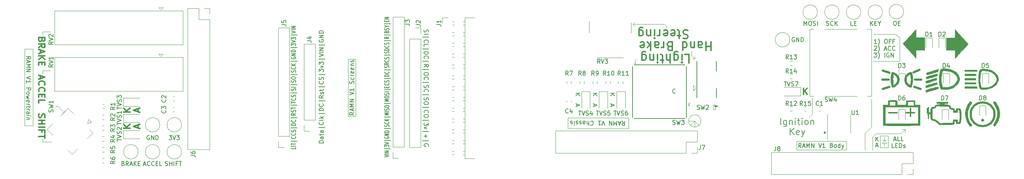
<source format=gto>
G04 #@! TF.GenerationSoftware,KiCad,Pcbnew,7.0.9*
G04 #@! TF.CreationDate,2024-12-23T13:01:38-05:00*
G04 #@! TF.ProjectId,pods_panel,706f6473-5f70-4616-9e65-6c2e6b696361,rev?*
G04 #@! TF.SameCoordinates,Original*
G04 #@! TF.FileFunction,Legend,Top*
G04 #@! TF.FilePolarity,Positive*
%FSLAX46Y46*%
G04 Gerber Fmt 4.6, Leading zero omitted, Abs format (unit mm)*
G04 Created by KiCad (PCBNEW 7.0.9) date 2024-12-23 13:01:38*
%MOMM*%
%LPD*%
G01*
G04 APERTURE LIST*
%ADD10C,0.120000*%
%ADD11C,0.300000*%
%ADD12C,0.500000*%
%ADD13C,0.150000*%
%ADD14C,0.200000*%
%ADD15C,0.010000*%
G04 APERTURE END LIST*
D10*
X176031566Y-41370033D02*
X175523566Y-41878033D01*
X217045944Y-54543410D02*
X217045944Y-50606410D01*
X225046944Y-62925410D02*
X225046944Y-60893410D01*
X36723056Y-60314033D02*
X36723056Y-61076033D01*
X108271811Y-55005433D02*
X110049811Y-55005433D01*
X110049811Y-55005433D02*
X110049811Y-41543433D01*
X189493566Y-56102033D02*
X188477566Y-57118033D01*
X234825944Y-59623410D02*
X234825944Y-62417410D01*
X187842566Y-52165033D02*
X188223566Y-51784033D01*
X194319566Y-52292033D02*
X193811566Y-52292033D01*
X238000944Y-58099410D02*
X238762944Y-58099410D01*
X175523566Y-41878033D02*
X175523566Y-42640033D01*
X193811566Y-53435033D02*
X194319566Y-53435033D01*
X34437056Y-39232033D02*
X32532056Y-39232033D01*
X237492944Y-36509410D02*
X237492944Y-42097410D01*
X36723056Y-61076033D02*
X38755056Y-61076033D01*
X41549056Y-53964033D02*
X40279056Y-52694033D01*
X233555944Y-60639410D02*
X234317944Y-60639410D01*
X175015566Y-33369033D02*
X175523566Y-32861033D01*
X32532056Y-39232033D02*
X32532056Y-57266033D01*
X231904944Y-59115410D02*
X231142944Y-59877410D01*
X231142944Y-59877410D02*
X231142944Y-62925410D01*
X36723056Y-45074033D02*
X36723056Y-44312033D01*
X232920944Y-62417410D02*
X232920944Y-59623410D01*
X159775566Y-57880033D02*
X159775566Y-55340033D01*
X189112566Y-48990033D02*
X189112566Y-47720033D01*
X188731566Y-40735033D02*
X189493566Y-41497033D01*
X233936944Y-62163410D02*
X233936944Y-61401410D01*
X189493566Y-41497033D02*
X188985566Y-41497033D01*
X36723056Y-35930033D02*
X36723056Y-35168033D01*
X230888944Y-50987410D02*
X230888944Y-57464410D01*
X237746944Y-59115410D02*
X231904944Y-59115410D01*
X173999566Y-57880033D02*
X159775566Y-57880033D01*
X213362944Y-62925410D02*
X225046944Y-62925410D01*
D11*
X194192566Y-52673033D02*
X194700566Y-52673033D01*
D10*
X189493566Y-41497033D02*
X189493566Y-40989033D01*
X233428944Y-61401410D02*
X233936944Y-60639410D01*
X40279056Y-52694033D02*
X39771056Y-52694033D01*
X233936944Y-60639410D02*
X234444944Y-61401410D01*
X189112566Y-47720033D02*
X189747566Y-48355033D01*
X189493566Y-40989033D02*
X189493566Y-41497033D01*
X175015566Y-33369033D02*
X175523566Y-33877033D01*
X190930407Y-56102033D02*
G75*
G03*
X190930407Y-56102033I-1436841J0D01*
G01*
X237238944Y-44637410D02*
X237238944Y-44129410D01*
X193811566Y-52292033D02*
X193811566Y-53435033D01*
X182381566Y-33369033D02*
X175015566Y-33369033D01*
X159775566Y-55340033D02*
X173999566Y-55340033D01*
X189493566Y-56102033D02*
X190509566Y-57118033D01*
X188223566Y-52546033D02*
X187842566Y-52165033D01*
X233936944Y-60639410D02*
X233936944Y-59877410D01*
X233936944Y-61401410D02*
X233428944Y-61401410D01*
X34437056Y-57266033D02*
X34437056Y-39232033D01*
X234444944Y-61401410D02*
X233936944Y-61401410D01*
X194319566Y-53435033D02*
X194319566Y-52292033D01*
X108271811Y-55005433D02*
X108271811Y-41543433D01*
X230888944Y-57464410D02*
X229364944Y-58988410D01*
X238762944Y-58099410D02*
X238762944Y-58861410D01*
X182889566Y-33877033D02*
X182381566Y-33369033D01*
X189747566Y-48355033D02*
X189112566Y-48990033D01*
X34437056Y-57266033D02*
X32532056Y-57266033D01*
X188223566Y-51784033D02*
X188223566Y-52546033D01*
X232920944Y-59623410D02*
X234825944Y-59623410D01*
X36723056Y-44312033D02*
X38501056Y-44312033D01*
X173999566Y-55340033D02*
X173999566Y-57880033D01*
X175269566Y-42386033D02*
X175523566Y-42640033D01*
X36723056Y-35168033D02*
X38501056Y-35168033D01*
X182889566Y-33877033D02*
X182889566Y-34131033D01*
X213362944Y-60893410D02*
X225046944Y-60893410D01*
X189493566Y-56102033D02*
X189493566Y-57538873D01*
X189493566Y-56102033D02*
X188056726Y-56102033D01*
X237238944Y-44129410D02*
X237492944Y-43875410D01*
X238762944Y-58099410D02*
X237746944Y-59115410D01*
X229364944Y-62925410D02*
X229364944Y-58988410D01*
X236476944Y-35747410D02*
X237492944Y-36509410D01*
X213362944Y-62925410D02*
X213362944Y-60893410D01*
D12*
X219966945Y-58861410D02*
G75*
G03*
X219966945Y-58861410I-1J0D01*
G01*
D10*
X175523566Y-42640033D02*
X175777566Y-42386033D01*
X217045944Y-54543410D02*
X216283944Y-55305410D01*
X234825944Y-62417410D02*
X232920944Y-62417410D01*
X236476944Y-35747410D02*
X231396944Y-35747410D01*
X108271811Y-41543433D02*
X110049811Y-41543433D01*
X237492944Y-42097410D02*
X231269944Y-42097410D01*
X188731566Y-39719033D02*
X188731566Y-40735033D01*
D13*
X165956461Y-52180938D02*
X165956461Y-52657128D01*
X165670746Y-52085700D02*
X166670746Y-52419033D01*
X166670746Y-52419033D02*
X165670746Y-52752366D01*
D11*
X193286661Y-37539394D02*
X193286661Y-39539394D01*
X193286661Y-38587013D02*
X192143804Y-38587013D01*
X192143804Y-37539394D02*
X192143804Y-39539394D01*
X190334280Y-37539394D02*
X190334280Y-38587013D01*
X190334280Y-38587013D02*
X190429518Y-38777490D01*
X190429518Y-38777490D02*
X190619994Y-38872728D01*
X190619994Y-38872728D02*
X191000947Y-38872728D01*
X191000947Y-38872728D02*
X191191423Y-38777490D01*
X190334280Y-37634633D02*
X190524756Y-37539394D01*
X190524756Y-37539394D02*
X191000947Y-37539394D01*
X191000947Y-37539394D02*
X191191423Y-37634633D01*
X191191423Y-37634633D02*
X191286661Y-37825109D01*
X191286661Y-37825109D02*
X191286661Y-38015585D01*
X191286661Y-38015585D02*
X191191423Y-38206061D01*
X191191423Y-38206061D02*
X191000947Y-38301299D01*
X191000947Y-38301299D02*
X190524756Y-38301299D01*
X190524756Y-38301299D02*
X190334280Y-38396537D01*
X189381899Y-38872728D02*
X189381899Y-37539394D01*
X189381899Y-38682252D02*
X189286661Y-38777490D01*
X189286661Y-38777490D02*
X189096185Y-38872728D01*
X189096185Y-38872728D02*
X188810470Y-38872728D01*
X188810470Y-38872728D02*
X188619994Y-38777490D01*
X188619994Y-38777490D02*
X188524756Y-38587013D01*
X188524756Y-38587013D02*
X188524756Y-37539394D01*
X186715232Y-37539394D02*
X186715232Y-39539394D01*
X186715232Y-37634633D02*
X186905708Y-37539394D01*
X186905708Y-37539394D02*
X187286661Y-37539394D01*
X187286661Y-37539394D02*
X187477137Y-37634633D01*
X187477137Y-37634633D02*
X187572375Y-37729871D01*
X187572375Y-37729871D02*
X187667613Y-37920347D01*
X187667613Y-37920347D02*
X187667613Y-38491775D01*
X187667613Y-38491775D02*
X187572375Y-38682252D01*
X187572375Y-38682252D02*
X187477137Y-38777490D01*
X187477137Y-38777490D02*
X187286661Y-38872728D01*
X187286661Y-38872728D02*
X186905708Y-38872728D01*
X186905708Y-38872728D02*
X186715232Y-38777490D01*
X183572374Y-38587013D02*
X183286660Y-38491775D01*
X183286660Y-38491775D02*
X183191422Y-38396537D01*
X183191422Y-38396537D02*
X183096184Y-38206061D01*
X183096184Y-38206061D02*
X183096184Y-37920347D01*
X183096184Y-37920347D02*
X183191422Y-37729871D01*
X183191422Y-37729871D02*
X183286660Y-37634633D01*
X183286660Y-37634633D02*
X183477136Y-37539394D01*
X183477136Y-37539394D02*
X184239041Y-37539394D01*
X184239041Y-37539394D02*
X184239041Y-39539394D01*
X184239041Y-39539394D02*
X183572374Y-39539394D01*
X183572374Y-39539394D02*
X183381898Y-39444156D01*
X183381898Y-39444156D02*
X183286660Y-39348918D01*
X183286660Y-39348918D02*
X183191422Y-39158442D01*
X183191422Y-39158442D02*
X183191422Y-38967966D01*
X183191422Y-38967966D02*
X183286660Y-38777490D01*
X183286660Y-38777490D02*
X183381898Y-38682252D01*
X183381898Y-38682252D02*
X183572374Y-38587013D01*
X183572374Y-38587013D02*
X184239041Y-38587013D01*
X182239041Y-37539394D02*
X182239041Y-38872728D01*
X182239041Y-38491775D02*
X182143803Y-38682252D01*
X182143803Y-38682252D02*
X182048565Y-38777490D01*
X182048565Y-38777490D02*
X181858089Y-38872728D01*
X181858089Y-38872728D02*
X181667612Y-38872728D01*
X180143803Y-37539394D02*
X180143803Y-38587013D01*
X180143803Y-38587013D02*
X180239041Y-38777490D01*
X180239041Y-38777490D02*
X180429517Y-38872728D01*
X180429517Y-38872728D02*
X180810470Y-38872728D01*
X180810470Y-38872728D02*
X181000946Y-38777490D01*
X180143803Y-37634633D02*
X180334279Y-37539394D01*
X180334279Y-37539394D02*
X180810470Y-37539394D01*
X180810470Y-37539394D02*
X181000946Y-37634633D01*
X181000946Y-37634633D02*
X181096184Y-37825109D01*
X181096184Y-37825109D02*
X181096184Y-38015585D01*
X181096184Y-38015585D02*
X181000946Y-38206061D01*
X181000946Y-38206061D02*
X180810470Y-38301299D01*
X180810470Y-38301299D02*
X180334279Y-38301299D01*
X180334279Y-38301299D02*
X180143803Y-38396537D01*
X179191422Y-37539394D02*
X179191422Y-39539394D01*
X179000946Y-38301299D02*
X178429517Y-37539394D01*
X178429517Y-38872728D02*
X179191422Y-38110823D01*
X176810469Y-37634633D02*
X177000945Y-37539394D01*
X177000945Y-37539394D02*
X177381898Y-37539394D01*
X177381898Y-37539394D02*
X177572374Y-37634633D01*
X177572374Y-37634633D02*
X177667612Y-37825109D01*
X177667612Y-37825109D02*
X177667612Y-38587013D01*
X177667612Y-38587013D02*
X177572374Y-38777490D01*
X177572374Y-38777490D02*
X177381898Y-38872728D01*
X177381898Y-38872728D02*
X177000945Y-38872728D01*
X177000945Y-38872728D02*
X176810469Y-38777490D01*
X176810469Y-38777490D02*
X176715231Y-38587013D01*
X176715231Y-38587013D02*
X176715231Y-38396537D01*
X176715231Y-38396537D02*
X177667612Y-38206061D01*
X35862156Y-54480319D02*
X35790727Y-54694605D01*
X35790727Y-54694605D02*
X35790727Y-55051747D01*
X35790727Y-55051747D02*
X35862156Y-55194605D01*
X35862156Y-55194605D02*
X35933584Y-55266033D01*
X35933584Y-55266033D02*
X36076441Y-55337462D01*
X36076441Y-55337462D02*
X36219298Y-55337462D01*
X36219298Y-55337462D02*
X36362156Y-55266033D01*
X36362156Y-55266033D02*
X36433584Y-55194605D01*
X36433584Y-55194605D02*
X36505013Y-55051747D01*
X36505013Y-55051747D02*
X36576441Y-54766033D01*
X36576441Y-54766033D02*
X36647870Y-54623176D01*
X36647870Y-54623176D02*
X36719298Y-54551747D01*
X36719298Y-54551747D02*
X36862156Y-54480319D01*
X36862156Y-54480319D02*
X37005013Y-54480319D01*
X37005013Y-54480319D02*
X37147870Y-54551747D01*
X37147870Y-54551747D02*
X37219298Y-54623176D01*
X37219298Y-54623176D02*
X37290727Y-54766033D01*
X37290727Y-54766033D02*
X37290727Y-55123176D01*
X37290727Y-55123176D02*
X37219298Y-55337462D01*
X35790727Y-55980318D02*
X37290727Y-55980318D01*
X36576441Y-55980318D02*
X36576441Y-56837461D01*
X35790727Y-56837461D02*
X37290727Y-56837461D01*
X35790727Y-57551747D02*
X37290727Y-57551747D01*
X36576441Y-58766033D02*
X36576441Y-58266033D01*
X35790727Y-58266033D02*
X37290727Y-58266033D01*
X37290727Y-58266033D02*
X37290727Y-58980319D01*
X37290727Y-59337462D02*
X37290727Y-60194605D01*
X35790727Y-59766033D02*
X37290727Y-59766033D01*
D13*
X116870630Y-64605368D02*
X117870630Y-64372035D01*
X117870630Y-64372035D02*
X116870630Y-64138701D01*
X117870630Y-63905368D02*
X116870630Y-63905368D01*
X117870630Y-63572035D02*
X116870630Y-63572035D01*
X116870630Y-63572035D02*
X117870630Y-63172035D01*
X117870630Y-63172035D02*
X116870630Y-63172035D01*
X118203963Y-62672035D02*
X116775391Y-62672035D01*
X116870630Y-62238702D02*
X116870630Y-61805368D01*
X116870630Y-61805368D02*
X117251582Y-62038702D01*
X117251582Y-62038702D02*
X117251582Y-61938702D01*
X117251582Y-61938702D02*
X117299201Y-61872035D01*
X117299201Y-61872035D02*
X117346820Y-61838702D01*
X117346820Y-61838702D02*
X117442058Y-61805368D01*
X117442058Y-61805368D02*
X117680153Y-61805368D01*
X117680153Y-61805368D02*
X117775391Y-61838702D01*
X117775391Y-61838702D02*
X117823011Y-61872035D01*
X117823011Y-61872035D02*
X117870630Y-61938702D01*
X117870630Y-61938702D02*
X117870630Y-62138702D01*
X117870630Y-62138702D02*
X117823011Y-62205368D01*
X117823011Y-62205368D02*
X117775391Y-62238702D01*
X116870630Y-61605368D02*
X117870630Y-61372035D01*
X117870630Y-61372035D02*
X116870630Y-61138701D01*
X118203963Y-60738701D02*
X116775391Y-60738701D01*
X116918249Y-59872034D02*
X116870630Y-59938701D01*
X116870630Y-59938701D02*
X116870630Y-60038701D01*
X116870630Y-60038701D02*
X116918249Y-60138701D01*
X116918249Y-60138701D02*
X117013487Y-60205368D01*
X117013487Y-60205368D02*
X117108725Y-60238701D01*
X117108725Y-60238701D02*
X117299201Y-60272034D01*
X117299201Y-60272034D02*
X117442058Y-60272034D01*
X117442058Y-60272034D02*
X117632534Y-60238701D01*
X117632534Y-60238701D02*
X117727772Y-60205368D01*
X117727772Y-60205368D02*
X117823011Y-60138701D01*
X117823011Y-60138701D02*
X117870630Y-60038701D01*
X117870630Y-60038701D02*
X117870630Y-59972034D01*
X117870630Y-59972034D02*
X117823011Y-59872034D01*
X117823011Y-59872034D02*
X117775391Y-59838701D01*
X117775391Y-59838701D02*
X117442058Y-59838701D01*
X117442058Y-59838701D02*
X117442058Y-59972034D01*
X117870630Y-59538701D02*
X116870630Y-59538701D01*
X116870630Y-59538701D02*
X117870630Y-59138701D01*
X117870630Y-59138701D02*
X116870630Y-59138701D01*
X117870630Y-58805368D02*
X116870630Y-58805368D01*
X116870630Y-58805368D02*
X116870630Y-58638701D01*
X116870630Y-58638701D02*
X116918249Y-58538701D01*
X116918249Y-58538701D02*
X117013487Y-58472035D01*
X117013487Y-58472035D02*
X117108725Y-58438701D01*
X117108725Y-58438701D02*
X117299201Y-58405368D01*
X117299201Y-58405368D02*
X117442058Y-58405368D01*
X117442058Y-58405368D02*
X117632534Y-58438701D01*
X117632534Y-58438701D02*
X117727772Y-58472035D01*
X117727772Y-58472035D02*
X117823011Y-58538701D01*
X117823011Y-58538701D02*
X117870630Y-58638701D01*
X117870630Y-58638701D02*
X117870630Y-58805368D01*
X118203963Y-57938701D02*
X116775391Y-57938701D01*
X117823011Y-57472034D02*
X117870630Y-57372034D01*
X117870630Y-57372034D02*
X117870630Y-57205368D01*
X117870630Y-57205368D02*
X117823011Y-57138701D01*
X117823011Y-57138701D02*
X117775391Y-57105368D01*
X117775391Y-57105368D02*
X117680153Y-57072034D01*
X117680153Y-57072034D02*
X117584915Y-57072034D01*
X117584915Y-57072034D02*
X117489677Y-57105368D01*
X117489677Y-57105368D02*
X117442058Y-57138701D01*
X117442058Y-57138701D02*
X117394439Y-57205368D01*
X117394439Y-57205368D02*
X117346820Y-57338701D01*
X117346820Y-57338701D02*
X117299201Y-57405368D01*
X117299201Y-57405368D02*
X117251582Y-57438701D01*
X117251582Y-57438701D02*
X117156344Y-57472034D01*
X117156344Y-57472034D02*
X117061106Y-57472034D01*
X117061106Y-57472034D02*
X116965868Y-57438701D01*
X116965868Y-57438701D02*
X116918249Y-57405368D01*
X116918249Y-57405368D02*
X116870630Y-57338701D01*
X116870630Y-57338701D02*
X116870630Y-57172034D01*
X116870630Y-57172034D02*
X116918249Y-57072034D01*
X117775391Y-56372034D02*
X117823011Y-56405367D01*
X117823011Y-56405367D02*
X117870630Y-56505367D01*
X117870630Y-56505367D02*
X117870630Y-56572034D01*
X117870630Y-56572034D02*
X117823011Y-56672034D01*
X117823011Y-56672034D02*
X117727772Y-56738701D01*
X117727772Y-56738701D02*
X117632534Y-56772034D01*
X117632534Y-56772034D02*
X117442058Y-56805367D01*
X117442058Y-56805367D02*
X117299201Y-56805367D01*
X117299201Y-56805367D02*
X117108725Y-56772034D01*
X117108725Y-56772034D02*
X117013487Y-56738701D01*
X117013487Y-56738701D02*
X116918249Y-56672034D01*
X116918249Y-56672034D02*
X116870630Y-56572034D01*
X116870630Y-56572034D02*
X116870630Y-56505367D01*
X116870630Y-56505367D02*
X116918249Y-56405367D01*
X116918249Y-56405367D02*
X116965868Y-56372034D01*
X117870630Y-56072034D02*
X116870630Y-56072034D01*
X117870630Y-55672034D02*
X117299201Y-55972034D01*
X116870630Y-55672034D02*
X117442058Y-56072034D01*
X118203963Y-55205367D02*
X116775391Y-55205367D01*
X117870630Y-54705367D02*
X116870630Y-54705367D01*
X116870630Y-54705367D02*
X117584915Y-54472034D01*
X117584915Y-54472034D02*
X116870630Y-54238700D01*
X116870630Y-54238700D02*
X117870630Y-54238700D01*
X117870630Y-53905367D02*
X116870630Y-53905367D01*
X117823011Y-53605367D02*
X117870630Y-53505367D01*
X117870630Y-53505367D02*
X117870630Y-53338701D01*
X117870630Y-53338701D02*
X117823011Y-53272034D01*
X117823011Y-53272034D02*
X117775391Y-53238701D01*
X117775391Y-53238701D02*
X117680153Y-53205367D01*
X117680153Y-53205367D02*
X117584915Y-53205367D01*
X117584915Y-53205367D02*
X117489677Y-53238701D01*
X117489677Y-53238701D02*
X117442058Y-53272034D01*
X117442058Y-53272034D02*
X117394439Y-53338701D01*
X117394439Y-53338701D02*
X117346820Y-53472034D01*
X117346820Y-53472034D02*
X117299201Y-53538701D01*
X117299201Y-53538701D02*
X117251582Y-53572034D01*
X117251582Y-53572034D02*
X117156344Y-53605367D01*
X117156344Y-53605367D02*
X117061106Y-53605367D01*
X117061106Y-53605367D02*
X116965868Y-53572034D01*
X116965868Y-53572034D02*
X116918249Y-53538701D01*
X116918249Y-53538701D02*
X116870630Y-53472034D01*
X116870630Y-53472034D02*
X116870630Y-53305367D01*
X116870630Y-53305367D02*
X116918249Y-53205367D01*
X116870630Y-52772034D02*
X116870630Y-52638700D01*
X116870630Y-52638700D02*
X116918249Y-52572034D01*
X116918249Y-52572034D02*
X117013487Y-52505367D01*
X117013487Y-52505367D02*
X117203963Y-52472034D01*
X117203963Y-52472034D02*
X117537296Y-52472034D01*
X117537296Y-52472034D02*
X117727772Y-52505367D01*
X117727772Y-52505367D02*
X117823011Y-52572034D01*
X117823011Y-52572034D02*
X117870630Y-52638700D01*
X117870630Y-52638700D02*
X117870630Y-52772034D01*
X117870630Y-52772034D02*
X117823011Y-52838700D01*
X117823011Y-52838700D02*
X117727772Y-52905367D01*
X117727772Y-52905367D02*
X117537296Y-52938700D01*
X117537296Y-52938700D02*
X117203963Y-52938700D01*
X117203963Y-52938700D02*
X117013487Y-52905367D01*
X117013487Y-52905367D02*
X116918249Y-52838700D01*
X116918249Y-52838700D02*
X116870630Y-52772034D01*
X118203963Y-52005367D02*
X116775391Y-52005367D01*
X117870630Y-51505367D02*
X116870630Y-51505367D01*
X116870630Y-51505367D02*
X117584915Y-51272034D01*
X117584915Y-51272034D02*
X116870630Y-51038700D01*
X116870630Y-51038700D02*
X117870630Y-51038700D01*
X116870630Y-50572034D02*
X116870630Y-50438700D01*
X116870630Y-50438700D02*
X116918249Y-50372034D01*
X116918249Y-50372034D02*
X117013487Y-50305367D01*
X117013487Y-50305367D02*
X117203963Y-50272034D01*
X117203963Y-50272034D02*
X117537296Y-50272034D01*
X117537296Y-50272034D02*
X117727772Y-50305367D01*
X117727772Y-50305367D02*
X117823011Y-50372034D01*
X117823011Y-50372034D02*
X117870630Y-50438700D01*
X117870630Y-50438700D02*
X117870630Y-50572034D01*
X117870630Y-50572034D02*
X117823011Y-50638700D01*
X117823011Y-50638700D02*
X117727772Y-50705367D01*
X117727772Y-50705367D02*
X117537296Y-50738700D01*
X117537296Y-50738700D02*
X117203963Y-50738700D01*
X117203963Y-50738700D02*
X117013487Y-50705367D01*
X117013487Y-50705367D02*
X116918249Y-50638700D01*
X116918249Y-50638700D02*
X116870630Y-50572034D01*
X117823011Y-50005367D02*
X117870630Y-49905367D01*
X117870630Y-49905367D02*
X117870630Y-49738701D01*
X117870630Y-49738701D02*
X117823011Y-49672034D01*
X117823011Y-49672034D02*
X117775391Y-49638701D01*
X117775391Y-49638701D02*
X117680153Y-49605367D01*
X117680153Y-49605367D02*
X117584915Y-49605367D01*
X117584915Y-49605367D02*
X117489677Y-49638701D01*
X117489677Y-49638701D02*
X117442058Y-49672034D01*
X117442058Y-49672034D02*
X117394439Y-49738701D01*
X117394439Y-49738701D02*
X117346820Y-49872034D01*
X117346820Y-49872034D02*
X117299201Y-49938701D01*
X117299201Y-49938701D02*
X117251582Y-49972034D01*
X117251582Y-49972034D02*
X117156344Y-50005367D01*
X117156344Y-50005367D02*
X117061106Y-50005367D01*
X117061106Y-50005367D02*
X116965868Y-49972034D01*
X116965868Y-49972034D02*
X116918249Y-49938701D01*
X116918249Y-49938701D02*
X116870630Y-49872034D01*
X116870630Y-49872034D02*
X116870630Y-49705367D01*
X116870630Y-49705367D02*
X116918249Y-49605367D01*
X117870630Y-49305367D02*
X116870630Y-49305367D01*
X118203963Y-48805367D02*
X116775391Y-48805367D01*
X117346820Y-48305367D02*
X117346820Y-48072034D01*
X117870630Y-47972034D02*
X117870630Y-48305367D01*
X117870630Y-48305367D02*
X116870630Y-48305367D01*
X116870630Y-48305367D02*
X116870630Y-47972034D01*
X117775391Y-47272034D02*
X117823011Y-47305367D01*
X117823011Y-47305367D02*
X117870630Y-47405367D01*
X117870630Y-47405367D02*
X117870630Y-47472034D01*
X117870630Y-47472034D02*
X117823011Y-47572034D01*
X117823011Y-47572034D02*
X117727772Y-47638701D01*
X117727772Y-47638701D02*
X117632534Y-47672034D01*
X117632534Y-47672034D02*
X117442058Y-47705367D01*
X117442058Y-47705367D02*
X117299201Y-47705367D01*
X117299201Y-47705367D02*
X117108725Y-47672034D01*
X117108725Y-47672034D02*
X117013487Y-47638701D01*
X117013487Y-47638701D02*
X116918249Y-47572034D01*
X116918249Y-47572034D02*
X116870630Y-47472034D01*
X116870630Y-47472034D02*
X116870630Y-47405367D01*
X116870630Y-47405367D02*
X116918249Y-47305367D01*
X116918249Y-47305367D02*
X116965868Y-47272034D01*
X117823011Y-47005367D02*
X117870630Y-46905367D01*
X117870630Y-46905367D02*
X117870630Y-46738701D01*
X117870630Y-46738701D02*
X117823011Y-46672034D01*
X117823011Y-46672034D02*
X117775391Y-46638701D01*
X117775391Y-46638701D02*
X117680153Y-46605367D01*
X117680153Y-46605367D02*
X117584915Y-46605367D01*
X117584915Y-46605367D02*
X117489677Y-46638701D01*
X117489677Y-46638701D02*
X117442058Y-46672034D01*
X117442058Y-46672034D02*
X117394439Y-46738701D01*
X117394439Y-46738701D02*
X117346820Y-46872034D01*
X117346820Y-46872034D02*
X117299201Y-46938701D01*
X117299201Y-46938701D02*
X117251582Y-46972034D01*
X117251582Y-46972034D02*
X117156344Y-47005367D01*
X117156344Y-47005367D02*
X117061106Y-47005367D01*
X117061106Y-47005367D02*
X116965868Y-46972034D01*
X116965868Y-46972034D02*
X116918249Y-46938701D01*
X116918249Y-46938701D02*
X116870630Y-46872034D01*
X116870630Y-46872034D02*
X116870630Y-46705367D01*
X116870630Y-46705367D02*
X116918249Y-46605367D01*
X118203963Y-46138700D02*
X116775391Y-46138700D01*
X117870630Y-45638700D02*
X116870630Y-45638700D01*
X116870630Y-45638700D02*
X116870630Y-45472033D01*
X116870630Y-45472033D02*
X116918249Y-45372033D01*
X116918249Y-45372033D02*
X117013487Y-45305367D01*
X117013487Y-45305367D02*
X117108725Y-45272033D01*
X117108725Y-45272033D02*
X117299201Y-45238700D01*
X117299201Y-45238700D02*
X117442058Y-45238700D01*
X117442058Y-45238700D02*
X117632534Y-45272033D01*
X117632534Y-45272033D02*
X117727772Y-45305367D01*
X117727772Y-45305367D02*
X117823011Y-45372033D01*
X117823011Y-45372033D02*
X117870630Y-45472033D01*
X117870630Y-45472033D02*
X117870630Y-45638700D01*
X117775391Y-44538700D02*
X117823011Y-44572033D01*
X117823011Y-44572033D02*
X117870630Y-44672033D01*
X117870630Y-44672033D02*
X117870630Y-44738700D01*
X117870630Y-44738700D02*
X117823011Y-44838700D01*
X117823011Y-44838700D02*
X117727772Y-44905367D01*
X117727772Y-44905367D02*
X117632534Y-44938700D01*
X117632534Y-44938700D02*
X117442058Y-44972033D01*
X117442058Y-44972033D02*
X117299201Y-44972033D01*
X117299201Y-44972033D02*
X117108725Y-44938700D01*
X117108725Y-44938700D02*
X117013487Y-44905367D01*
X117013487Y-44905367D02*
X116918249Y-44838700D01*
X116918249Y-44838700D02*
X116870630Y-44738700D01*
X116870630Y-44738700D02*
X116870630Y-44672033D01*
X116870630Y-44672033D02*
X116918249Y-44572033D01*
X116918249Y-44572033D02*
X116965868Y-44538700D01*
X118203963Y-44072033D02*
X116775391Y-44072033D01*
X117823011Y-43605366D02*
X117870630Y-43505366D01*
X117870630Y-43505366D02*
X117870630Y-43338700D01*
X117870630Y-43338700D02*
X117823011Y-43272033D01*
X117823011Y-43272033D02*
X117775391Y-43238700D01*
X117775391Y-43238700D02*
X117680153Y-43205366D01*
X117680153Y-43205366D02*
X117584915Y-43205366D01*
X117584915Y-43205366D02*
X117489677Y-43238700D01*
X117489677Y-43238700D02*
X117442058Y-43272033D01*
X117442058Y-43272033D02*
X117394439Y-43338700D01*
X117394439Y-43338700D02*
X117346820Y-43472033D01*
X117346820Y-43472033D02*
X117299201Y-43538700D01*
X117299201Y-43538700D02*
X117251582Y-43572033D01*
X117251582Y-43572033D02*
X117156344Y-43605366D01*
X117156344Y-43605366D02*
X117061106Y-43605366D01*
X117061106Y-43605366D02*
X116965868Y-43572033D01*
X116965868Y-43572033D02*
X116918249Y-43538700D01*
X116918249Y-43538700D02*
X116870630Y-43472033D01*
X116870630Y-43472033D02*
X116870630Y-43305366D01*
X116870630Y-43305366D02*
X116918249Y-43205366D01*
X117870630Y-42505366D02*
X117394439Y-42738699D01*
X117870630Y-42905366D02*
X116870630Y-42905366D01*
X116870630Y-42905366D02*
X116870630Y-42638699D01*
X116870630Y-42638699D02*
X116918249Y-42572033D01*
X116918249Y-42572033D02*
X116965868Y-42538699D01*
X116965868Y-42538699D02*
X117061106Y-42505366D01*
X117061106Y-42505366D02*
X117203963Y-42505366D01*
X117203963Y-42505366D02*
X117299201Y-42538699D01*
X117299201Y-42538699D02*
X117346820Y-42572033D01*
X117346820Y-42572033D02*
X117394439Y-42638699D01*
X117394439Y-42638699D02*
X117394439Y-42905366D01*
X117775391Y-41805366D02*
X117823011Y-41838699D01*
X117823011Y-41838699D02*
X117870630Y-41938699D01*
X117870630Y-41938699D02*
X117870630Y-42005366D01*
X117870630Y-42005366D02*
X117823011Y-42105366D01*
X117823011Y-42105366D02*
X117727772Y-42172033D01*
X117727772Y-42172033D02*
X117632534Y-42205366D01*
X117632534Y-42205366D02*
X117442058Y-42238699D01*
X117442058Y-42238699D02*
X117299201Y-42238699D01*
X117299201Y-42238699D02*
X117108725Y-42205366D01*
X117108725Y-42205366D02*
X117013487Y-42172033D01*
X117013487Y-42172033D02*
X116918249Y-42105366D01*
X116918249Y-42105366D02*
X116870630Y-42005366D01*
X116870630Y-42005366D02*
X116870630Y-41938699D01*
X116870630Y-41938699D02*
X116918249Y-41838699D01*
X116918249Y-41838699D02*
X116965868Y-41805366D01*
X117823011Y-41538699D02*
X117870630Y-41438699D01*
X117870630Y-41438699D02*
X117870630Y-41272033D01*
X117870630Y-41272033D02*
X117823011Y-41205366D01*
X117823011Y-41205366D02*
X117775391Y-41172033D01*
X117775391Y-41172033D02*
X117680153Y-41138699D01*
X117680153Y-41138699D02*
X117584915Y-41138699D01*
X117584915Y-41138699D02*
X117489677Y-41172033D01*
X117489677Y-41172033D02*
X117442058Y-41205366D01*
X117442058Y-41205366D02*
X117394439Y-41272033D01*
X117394439Y-41272033D02*
X117346820Y-41405366D01*
X117346820Y-41405366D02*
X117299201Y-41472033D01*
X117299201Y-41472033D02*
X117251582Y-41505366D01*
X117251582Y-41505366D02*
X117156344Y-41538699D01*
X117156344Y-41538699D02*
X117061106Y-41538699D01*
X117061106Y-41538699D02*
X116965868Y-41505366D01*
X116965868Y-41505366D02*
X116918249Y-41472033D01*
X116918249Y-41472033D02*
X116870630Y-41405366D01*
X116870630Y-41405366D02*
X116870630Y-41238699D01*
X116870630Y-41238699D02*
X116918249Y-41138699D01*
X118203963Y-40672032D02*
X116775391Y-40672032D01*
X117823011Y-40205365D02*
X117870630Y-40105365D01*
X117870630Y-40105365D02*
X117870630Y-39938699D01*
X117870630Y-39938699D02*
X117823011Y-39872032D01*
X117823011Y-39872032D02*
X117775391Y-39838699D01*
X117775391Y-39838699D02*
X117680153Y-39805365D01*
X117680153Y-39805365D02*
X117584915Y-39805365D01*
X117584915Y-39805365D02*
X117489677Y-39838699D01*
X117489677Y-39838699D02*
X117442058Y-39872032D01*
X117442058Y-39872032D02*
X117394439Y-39938699D01*
X117394439Y-39938699D02*
X117346820Y-40072032D01*
X117346820Y-40072032D02*
X117299201Y-40138699D01*
X117299201Y-40138699D02*
X117251582Y-40172032D01*
X117251582Y-40172032D02*
X117156344Y-40205365D01*
X117156344Y-40205365D02*
X117061106Y-40205365D01*
X117061106Y-40205365D02*
X116965868Y-40172032D01*
X116965868Y-40172032D02*
X116918249Y-40138699D01*
X116918249Y-40138699D02*
X116870630Y-40072032D01*
X116870630Y-40072032D02*
X116870630Y-39905365D01*
X116870630Y-39905365D02*
X116918249Y-39805365D01*
X117870630Y-39505365D02*
X116870630Y-39505365D01*
X116870630Y-39505365D02*
X116870630Y-39338698D01*
X116870630Y-39338698D02*
X116918249Y-39238698D01*
X116918249Y-39238698D02*
X117013487Y-39172032D01*
X117013487Y-39172032D02*
X117108725Y-39138698D01*
X117108725Y-39138698D02*
X117299201Y-39105365D01*
X117299201Y-39105365D02*
X117442058Y-39105365D01*
X117442058Y-39105365D02*
X117632534Y-39138698D01*
X117632534Y-39138698D02*
X117727772Y-39172032D01*
X117727772Y-39172032D02*
X117823011Y-39238698D01*
X117823011Y-39238698D02*
X117870630Y-39338698D01*
X117870630Y-39338698D02*
X117870630Y-39505365D01*
X117775391Y-38405365D02*
X117823011Y-38438698D01*
X117823011Y-38438698D02*
X117870630Y-38538698D01*
X117870630Y-38538698D02*
X117870630Y-38605365D01*
X117870630Y-38605365D02*
X117823011Y-38705365D01*
X117823011Y-38705365D02*
X117727772Y-38772032D01*
X117727772Y-38772032D02*
X117632534Y-38805365D01*
X117632534Y-38805365D02*
X117442058Y-38838698D01*
X117442058Y-38838698D02*
X117299201Y-38838698D01*
X117299201Y-38838698D02*
X117108725Y-38805365D01*
X117108725Y-38805365D02*
X117013487Y-38772032D01*
X117013487Y-38772032D02*
X116918249Y-38705365D01*
X116918249Y-38705365D02*
X116870630Y-38605365D01*
X116870630Y-38605365D02*
X116870630Y-38538698D01*
X116870630Y-38538698D02*
X116918249Y-38438698D01*
X116918249Y-38438698D02*
X116965868Y-38405365D01*
X117823011Y-38138698D02*
X117870630Y-38038698D01*
X117870630Y-38038698D02*
X117870630Y-37872032D01*
X117870630Y-37872032D02*
X117823011Y-37805365D01*
X117823011Y-37805365D02*
X117775391Y-37772032D01*
X117775391Y-37772032D02*
X117680153Y-37738698D01*
X117680153Y-37738698D02*
X117584915Y-37738698D01*
X117584915Y-37738698D02*
X117489677Y-37772032D01*
X117489677Y-37772032D02*
X117442058Y-37805365D01*
X117442058Y-37805365D02*
X117394439Y-37872032D01*
X117394439Y-37872032D02*
X117346820Y-38005365D01*
X117346820Y-38005365D02*
X117299201Y-38072032D01*
X117299201Y-38072032D02*
X117251582Y-38105365D01*
X117251582Y-38105365D02*
X117156344Y-38138698D01*
X117156344Y-38138698D02*
X117061106Y-38138698D01*
X117061106Y-38138698D02*
X116965868Y-38105365D01*
X116965868Y-38105365D02*
X116918249Y-38072032D01*
X116918249Y-38072032D02*
X116870630Y-38005365D01*
X116870630Y-38005365D02*
X116870630Y-37838698D01*
X116870630Y-37838698D02*
X116918249Y-37738698D01*
X118203963Y-37272031D02*
X116775391Y-37272031D01*
X117870630Y-36372031D02*
X117394439Y-36605364D01*
X117870630Y-36772031D02*
X116870630Y-36772031D01*
X116870630Y-36772031D02*
X116870630Y-36505364D01*
X116870630Y-36505364D02*
X116918249Y-36438698D01*
X116918249Y-36438698D02*
X116965868Y-36405364D01*
X116965868Y-36405364D02*
X117061106Y-36372031D01*
X117061106Y-36372031D02*
X117203963Y-36372031D01*
X117203963Y-36372031D02*
X117299201Y-36405364D01*
X117299201Y-36405364D02*
X117346820Y-36438698D01*
X117346820Y-36438698D02*
X117394439Y-36505364D01*
X117394439Y-36505364D02*
X117394439Y-36772031D01*
X118203963Y-35905364D02*
X116775391Y-35905364D01*
X117346820Y-35172031D02*
X117394439Y-35072031D01*
X117394439Y-35072031D02*
X117442058Y-35038697D01*
X117442058Y-35038697D02*
X117537296Y-35005364D01*
X117537296Y-35005364D02*
X117680153Y-35005364D01*
X117680153Y-35005364D02*
X117775391Y-35038697D01*
X117775391Y-35038697D02*
X117823011Y-35072031D01*
X117823011Y-35072031D02*
X117870630Y-35138697D01*
X117870630Y-35138697D02*
X117870630Y-35405364D01*
X117870630Y-35405364D02*
X116870630Y-35405364D01*
X116870630Y-35405364D02*
X116870630Y-35172031D01*
X116870630Y-35172031D02*
X116918249Y-35105364D01*
X116918249Y-35105364D02*
X116965868Y-35072031D01*
X116965868Y-35072031D02*
X117061106Y-35038697D01*
X117061106Y-35038697D02*
X117156344Y-35038697D01*
X117156344Y-35038697D02*
X117251582Y-35072031D01*
X117251582Y-35072031D02*
X117299201Y-35105364D01*
X117299201Y-35105364D02*
X117346820Y-35172031D01*
X117346820Y-35172031D02*
X117346820Y-35405364D01*
X117823011Y-34738697D02*
X117870630Y-34638697D01*
X117870630Y-34638697D02*
X117870630Y-34472031D01*
X117870630Y-34472031D02*
X117823011Y-34405364D01*
X117823011Y-34405364D02*
X117775391Y-34372031D01*
X117775391Y-34372031D02*
X117680153Y-34338697D01*
X117680153Y-34338697D02*
X117584915Y-34338697D01*
X117584915Y-34338697D02*
X117489677Y-34372031D01*
X117489677Y-34372031D02*
X117442058Y-34405364D01*
X117442058Y-34405364D02*
X117394439Y-34472031D01*
X117394439Y-34472031D02*
X117346820Y-34605364D01*
X117346820Y-34605364D02*
X117299201Y-34672031D01*
X117299201Y-34672031D02*
X117251582Y-34705364D01*
X117251582Y-34705364D02*
X117156344Y-34738697D01*
X117156344Y-34738697D02*
X117061106Y-34738697D01*
X117061106Y-34738697D02*
X116965868Y-34705364D01*
X116965868Y-34705364D02*
X116918249Y-34672031D01*
X116918249Y-34672031D02*
X116870630Y-34605364D01*
X116870630Y-34605364D02*
X116870630Y-34438697D01*
X116870630Y-34438697D02*
X116918249Y-34338697D01*
X117394439Y-33905364D02*
X117870630Y-33905364D01*
X116870630Y-34138697D02*
X117394439Y-33905364D01*
X117394439Y-33905364D02*
X116870630Y-33672030D01*
X118203963Y-33272030D02*
X116775391Y-33272030D01*
X117346820Y-32772030D02*
X117346820Y-32538697D01*
X117870630Y-32438697D02*
X117870630Y-32772030D01*
X117870630Y-32772030D02*
X116870630Y-32772030D01*
X116870630Y-32772030D02*
X116870630Y-32438697D01*
X117870630Y-32138697D02*
X116870630Y-32138697D01*
X116870630Y-32138697D02*
X117870630Y-31738697D01*
X117870630Y-31738697D02*
X116870630Y-31738697D01*
X32966236Y-41542698D02*
X33442427Y-41209365D01*
X32966236Y-40971270D02*
X33966236Y-40971270D01*
X33966236Y-40971270D02*
X33966236Y-41352222D01*
X33966236Y-41352222D02*
X33918617Y-41447460D01*
X33918617Y-41447460D02*
X33870998Y-41495079D01*
X33870998Y-41495079D02*
X33775760Y-41542698D01*
X33775760Y-41542698D02*
X33632903Y-41542698D01*
X33632903Y-41542698D02*
X33537665Y-41495079D01*
X33537665Y-41495079D02*
X33490046Y-41447460D01*
X33490046Y-41447460D02*
X33442427Y-41352222D01*
X33442427Y-41352222D02*
X33442427Y-40971270D01*
X33251951Y-41923651D02*
X33251951Y-42399841D01*
X32966236Y-41828413D02*
X33966236Y-42161746D01*
X33966236Y-42161746D02*
X32966236Y-42495079D01*
X32966236Y-42828413D02*
X33966236Y-42828413D01*
X33966236Y-42828413D02*
X33251951Y-43161746D01*
X33251951Y-43161746D02*
X33966236Y-43495079D01*
X33966236Y-43495079D02*
X32966236Y-43495079D01*
X32966236Y-43971270D02*
X33966236Y-43971270D01*
X33966236Y-43971270D02*
X32966236Y-44542698D01*
X32966236Y-44542698D02*
X33966236Y-44542698D01*
X33966236Y-45637937D02*
X32966236Y-45971270D01*
X32966236Y-45971270D02*
X33966236Y-46304603D01*
X32966236Y-47161746D02*
X32966236Y-46590318D01*
X32966236Y-46876032D02*
X33966236Y-46876032D01*
X33966236Y-46876032D02*
X33823379Y-46780794D01*
X33823379Y-46780794D02*
X33728141Y-46685556D01*
X33728141Y-46685556D02*
X33680522Y-46590318D01*
X32966236Y-48352223D02*
X33966236Y-48352223D01*
X33966236Y-48352223D02*
X33966236Y-48733175D01*
X33966236Y-48733175D02*
X33918617Y-48828413D01*
X33918617Y-48828413D02*
X33870998Y-48876032D01*
X33870998Y-48876032D02*
X33775760Y-48923651D01*
X33775760Y-48923651D02*
X33632903Y-48923651D01*
X33632903Y-48923651D02*
X33537665Y-48876032D01*
X33537665Y-48876032D02*
X33490046Y-48828413D01*
X33490046Y-48828413D02*
X33442427Y-48733175D01*
X33442427Y-48733175D02*
X33442427Y-48352223D01*
X32966236Y-49495080D02*
X33013856Y-49399842D01*
X33013856Y-49399842D02*
X33061475Y-49352223D01*
X33061475Y-49352223D02*
X33156713Y-49304604D01*
X33156713Y-49304604D02*
X33442427Y-49304604D01*
X33442427Y-49304604D02*
X33537665Y-49352223D01*
X33537665Y-49352223D02*
X33585284Y-49399842D01*
X33585284Y-49399842D02*
X33632903Y-49495080D01*
X33632903Y-49495080D02*
X33632903Y-49637937D01*
X33632903Y-49637937D02*
X33585284Y-49733175D01*
X33585284Y-49733175D02*
X33537665Y-49780794D01*
X33537665Y-49780794D02*
X33442427Y-49828413D01*
X33442427Y-49828413D02*
X33156713Y-49828413D01*
X33156713Y-49828413D02*
X33061475Y-49780794D01*
X33061475Y-49780794D02*
X33013856Y-49733175D01*
X33013856Y-49733175D02*
X32966236Y-49637937D01*
X32966236Y-49637937D02*
X32966236Y-49495080D01*
X33632903Y-50161747D02*
X32966236Y-50352223D01*
X32966236Y-50352223D02*
X33442427Y-50542699D01*
X33442427Y-50542699D02*
X32966236Y-50733175D01*
X32966236Y-50733175D02*
X33632903Y-50923651D01*
X33013856Y-51685556D02*
X32966236Y-51590318D01*
X32966236Y-51590318D02*
X32966236Y-51399842D01*
X32966236Y-51399842D02*
X33013856Y-51304604D01*
X33013856Y-51304604D02*
X33109094Y-51256985D01*
X33109094Y-51256985D02*
X33490046Y-51256985D01*
X33490046Y-51256985D02*
X33585284Y-51304604D01*
X33585284Y-51304604D02*
X33632903Y-51399842D01*
X33632903Y-51399842D02*
X33632903Y-51590318D01*
X33632903Y-51590318D02*
X33585284Y-51685556D01*
X33585284Y-51685556D02*
X33490046Y-51733175D01*
X33490046Y-51733175D02*
X33394808Y-51733175D01*
X33394808Y-51733175D02*
X33299570Y-51256985D01*
X32966236Y-52161747D02*
X33632903Y-52161747D01*
X33442427Y-52161747D02*
X33537665Y-52209366D01*
X33537665Y-52209366D02*
X33585284Y-52256985D01*
X33585284Y-52256985D02*
X33632903Y-52352223D01*
X33632903Y-52352223D02*
X33632903Y-52447461D01*
X33632903Y-52637938D02*
X33632903Y-53018890D01*
X33966236Y-52780795D02*
X33109094Y-52780795D01*
X33109094Y-52780795D02*
X33013856Y-52828414D01*
X33013856Y-52828414D02*
X32966236Y-52923652D01*
X32966236Y-52923652D02*
X32966236Y-53018890D01*
X32966236Y-53352224D02*
X33632903Y-53352224D01*
X33442427Y-53352224D02*
X33537665Y-53399843D01*
X33537665Y-53399843D02*
X33585284Y-53447462D01*
X33585284Y-53447462D02*
X33632903Y-53542700D01*
X33632903Y-53542700D02*
X33632903Y-53637938D01*
X32966236Y-54399843D02*
X33490046Y-54399843D01*
X33490046Y-54399843D02*
X33585284Y-54352224D01*
X33585284Y-54352224D02*
X33632903Y-54256986D01*
X33632903Y-54256986D02*
X33632903Y-54066510D01*
X33632903Y-54066510D02*
X33585284Y-53971272D01*
X33013856Y-54399843D02*
X32966236Y-54304605D01*
X32966236Y-54304605D02*
X32966236Y-54066510D01*
X32966236Y-54066510D02*
X33013856Y-53971272D01*
X33013856Y-53971272D02*
X33109094Y-53923653D01*
X33109094Y-53923653D02*
X33204332Y-53923653D01*
X33204332Y-53923653D02*
X33299570Y-53971272D01*
X33299570Y-53971272D02*
X33347189Y-54066510D01*
X33347189Y-54066510D02*
X33347189Y-54304605D01*
X33347189Y-54304605D02*
X33394808Y-54399843D01*
X32966236Y-54876034D02*
X33632903Y-54876034D01*
X33966236Y-54876034D02*
X33918617Y-54828415D01*
X33918617Y-54828415D02*
X33870998Y-54876034D01*
X33870998Y-54876034D02*
X33918617Y-54923653D01*
X33918617Y-54923653D02*
X33966236Y-54876034D01*
X33966236Y-54876034D02*
X33870998Y-54876034D01*
X33632903Y-55352224D02*
X32966236Y-55352224D01*
X33537665Y-55352224D02*
X33585284Y-55399843D01*
X33585284Y-55399843D02*
X33632903Y-55495081D01*
X33632903Y-55495081D02*
X33632903Y-55637938D01*
X33632903Y-55637938D02*
X33585284Y-55733176D01*
X33585284Y-55733176D02*
X33490046Y-55780795D01*
X33490046Y-55780795D02*
X32966236Y-55780795D01*
X126152611Y-34685557D02*
X126104991Y-34828414D01*
X126104991Y-34828414D02*
X126104991Y-35066509D01*
X126104991Y-35066509D02*
X126152611Y-35161747D01*
X126152611Y-35161747D02*
X126200230Y-35209366D01*
X126200230Y-35209366D02*
X126295468Y-35256985D01*
X126295468Y-35256985D02*
X126390706Y-35256985D01*
X126390706Y-35256985D02*
X126485944Y-35209366D01*
X126485944Y-35209366D02*
X126533563Y-35161747D01*
X126533563Y-35161747D02*
X126581182Y-35066509D01*
X126581182Y-35066509D02*
X126628801Y-34876033D01*
X126628801Y-34876033D02*
X126676420Y-34780795D01*
X126676420Y-34780795D02*
X126724039Y-34733176D01*
X126724039Y-34733176D02*
X126819277Y-34685557D01*
X126819277Y-34685557D02*
X126914515Y-34685557D01*
X126914515Y-34685557D02*
X127009753Y-34733176D01*
X127009753Y-34733176D02*
X127057372Y-34780795D01*
X127057372Y-34780795D02*
X127104991Y-34876033D01*
X127104991Y-34876033D02*
X127104991Y-35114128D01*
X127104991Y-35114128D02*
X127057372Y-35256985D01*
X126104991Y-35685557D02*
X127104991Y-35685557D01*
X125771658Y-36399842D02*
X127200230Y-36399842D01*
X126200230Y-37685556D02*
X126152611Y-37637937D01*
X126152611Y-37637937D02*
X126104991Y-37495080D01*
X126104991Y-37495080D02*
X126104991Y-37399842D01*
X126104991Y-37399842D02*
X126152611Y-37256985D01*
X126152611Y-37256985D02*
X126247849Y-37161747D01*
X126247849Y-37161747D02*
X126343087Y-37114128D01*
X126343087Y-37114128D02*
X126533563Y-37066509D01*
X126533563Y-37066509D02*
X126676420Y-37066509D01*
X126676420Y-37066509D02*
X126866896Y-37114128D01*
X126866896Y-37114128D02*
X126962134Y-37161747D01*
X126962134Y-37161747D02*
X127057372Y-37256985D01*
X127057372Y-37256985D02*
X127104991Y-37399842D01*
X127104991Y-37399842D02*
X127104991Y-37495080D01*
X127104991Y-37495080D02*
X127057372Y-37637937D01*
X127057372Y-37637937D02*
X127009753Y-37685556D01*
X126104991Y-38590318D02*
X126104991Y-38114128D01*
X126104991Y-38114128D02*
X127104991Y-38114128D01*
X125771658Y-39161747D02*
X127200230Y-39161747D01*
X126104991Y-39876033D02*
X127104991Y-39876033D01*
X127104991Y-39876033D02*
X127104991Y-40114128D01*
X127104991Y-40114128D02*
X127057372Y-40256985D01*
X127057372Y-40256985D02*
X126962134Y-40352223D01*
X126962134Y-40352223D02*
X126866896Y-40399842D01*
X126866896Y-40399842D02*
X126676420Y-40447461D01*
X126676420Y-40447461D02*
X126533563Y-40447461D01*
X126533563Y-40447461D02*
X126343087Y-40399842D01*
X126343087Y-40399842D02*
X126247849Y-40352223D01*
X126247849Y-40352223D02*
X126152611Y-40256985D01*
X126152611Y-40256985D02*
X126104991Y-40114128D01*
X126104991Y-40114128D02*
X126104991Y-39876033D01*
X126200230Y-41447461D02*
X126152611Y-41399842D01*
X126152611Y-41399842D02*
X126104991Y-41256985D01*
X126104991Y-41256985D02*
X126104991Y-41161747D01*
X126104991Y-41161747D02*
X126152611Y-41018890D01*
X126152611Y-41018890D02*
X126247849Y-40923652D01*
X126247849Y-40923652D02*
X126343087Y-40876033D01*
X126343087Y-40876033D02*
X126533563Y-40828414D01*
X126533563Y-40828414D02*
X126676420Y-40828414D01*
X126676420Y-40828414D02*
X126866896Y-40876033D01*
X126866896Y-40876033D02*
X126962134Y-40923652D01*
X126962134Y-40923652D02*
X127057372Y-41018890D01*
X127057372Y-41018890D02*
X127104991Y-41161747D01*
X127104991Y-41161747D02*
X127104991Y-41256985D01*
X127104991Y-41256985D02*
X127057372Y-41399842D01*
X127057372Y-41399842D02*
X127009753Y-41447461D01*
X125771658Y-42114128D02*
X127200230Y-42114128D01*
X126104991Y-43399842D02*
X126581182Y-43066509D01*
X126104991Y-42828414D02*
X127104991Y-42828414D01*
X127104991Y-42828414D02*
X127104991Y-43209366D01*
X127104991Y-43209366D02*
X127057372Y-43304604D01*
X127057372Y-43304604D02*
X127009753Y-43352223D01*
X127009753Y-43352223D02*
X126914515Y-43399842D01*
X126914515Y-43399842D02*
X126771658Y-43399842D01*
X126771658Y-43399842D02*
X126676420Y-43352223D01*
X126676420Y-43352223D02*
X126628801Y-43304604D01*
X126628801Y-43304604D02*
X126581182Y-43209366D01*
X126581182Y-43209366D02*
X126581182Y-42828414D01*
X125771658Y-44066509D02*
X127200230Y-44066509D01*
X127104991Y-44971271D02*
X127104991Y-45161747D01*
X127104991Y-45161747D02*
X127057372Y-45256985D01*
X127057372Y-45256985D02*
X126962134Y-45352223D01*
X126962134Y-45352223D02*
X126771658Y-45399842D01*
X126771658Y-45399842D02*
X126438325Y-45399842D01*
X126438325Y-45399842D02*
X126247849Y-45352223D01*
X126247849Y-45352223D02*
X126152611Y-45256985D01*
X126152611Y-45256985D02*
X126104991Y-45161747D01*
X126104991Y-45161747D02*
X126104991Y-44971271D01*
X126104991Y-44971271D02*
X126152611Y-44876033D01*
X126152611Y-44876033D02*
X126247849Y-44780795D01*
X126247849Y-44780795D02*
X126438325Y-44733176D01*
X126438325Y-44733176D02*
X126771658Y-44733176D01*
X126771658Y-44733176D02*
X126962134Y-44780795D01*
X126962134Y-44780795D02*
X127057372Y-44876033D01*
X127057372Y-44876033D02*
X127104991Y-44971271D01*
X126200230Y-46399842D02*
X126152611Y-46352223D01*
X126152611Y-46352223D02*
X126104991Y-46209366D01*
X126104991Y-46209366D02*
X126104991Y-46114128D01*
X126104991Y-46114128D02*
X126152611Y-45971271D01*
X126152611Y-45971271D02*
X126247849Y-45876033D01*
X126247849Y-45876033D02*
X126343087Y-45828414D01*
X126343087Y-45828414D02*
X126533563Y-45780795D01*
X126533563Y-45780795D02*
X126676420Y-45780795D01*
X126676420Y-45780795D02*
X126866896Y-45828414D01*
X126866896Y-45828414D02*
X126962134Y-45876033D01*
X126962134Y-45876033D02*
X127057372Y-45971271D01*
X127057372Y-45971271D02*
X127104991Y-46114128D01*
X127104991Y-46114128D02*
X127104991Y-46209366D01*
X127104991Y-46209366D02*
X127057372Y-46352223D01*
X127057372Y-46352223D02*
X127009753Y-46399842D01*
X125771658Y-47066509D02*
X127200230Y-47066509D01*
X126152611Y-47733176D02*
X126104991Y-47876033D01*
X126104991Y-47876033D02*
X126104991Y-48114128D01*
X126104991Y-48114128D02*
X126152611Y-48209366D01*
X126152611Y-48209366D02*
X126200230Y-48256985D01*
X126200230Y-48256985D02*
X126295468Y-48304604D01*
X126295468Y-48304604D02*
X126390706Y-48304604D01*
X126390706Y-48304604D02*
X126485944Y-48256985D01*
X126485944Y-48256985D02*
X126533563Y-48209366D01*
X126533563Y-48209366D02*
X126581182Y-48114128D01*
X126581182Y-48114128D02*
X126628801Y-47923652D01*
X126628801Y-47923652D02*
X126676420Y-47828414D01*
X126676420Y-47828414D02*
X126724039Y-47780795D01*
X126724039Y-47780795D02*
X126819277Y-47733176D01*
X126819277Y-47733176D02*
X126914515Y-47733176D01*
X126914515Y-47733176D02*
X127009753Y-47780795D01*
X127009753Y-47780795D02*
X127057372Y-47828414D01*
X127057372Y-47828414D02*
X127104991Y-47923652D01*
X127104991Y-47923652D02*
X127104991Y-48161747D01*
X127104991Y-48161747D02*
X127057372Y-48304604D01*
X126200230Y-49304604D02*
X126152611Y-49256985D01*
X126152611Y-49256985D02*
X126104991Y-49114128D01*
X126104991Y-49114128D02*
X126104991Y-49018890D01*
X126104991Y-49018890D02*
X126152611Y-48876033D01*
X126152611Y-48876033D02*
X126247849Y-48780795D01*
X126247849Y-48780795D02*
X126343087Y-48733176D01*
X126343087Y-48733176D02*
X126533563Y-48685557D01*
X126533563Y-48685557D02*
X126676420Y-48685557D01*
X126676420Y-48685557D02*
X126866896Y-48733176D01*
X126866896Y-48733176D02*
X126962134Y-48780795D01*
X126962134Y-48780795D02*
X127057372Y-48876033D01*
X127057372Y-48876033D02*
X127104991Y-49018890D01*
X127104991Y-49018890D02*
X127104991Y-49114128D01*
X127104991Y-49114128D02*
X127057372Y-49256985D01*
X127057372Y-49256985D02*
X127009753Y-49304604D01*
X125771658Y-49971271D02*
X127200230Y-49971271D01*
X126152611Y-50637938D02*
X126104991Y-50780795D01*
X126104991Y-50780795D02*
X126104991Y-51018890D01*
X126104991Y-51018890D02*
X126152611Y-51114128D01*
X126152611Y-51114128D02*
X126200230Y-51161747D01*
X126200230Y-51161747D02*
X126295468Y-51209366D01*
X126295468Y-51209366D02*
X126390706Y-51209366D01*
X126390706Y-51209366D02*
X126485944Y-51161747D01*
X126485944Y-51161747D02*
X126533563Y-51114128D01*
X126533563Y-51114128D02*
X126581182Y-51018890D01*
X126581182Y-51018890D02*
X126628801Y-50828414D01*
X126628801Y-50828414D02*
X126676420Y-50733176D01*
X126676420Y-50733176D02*
X126724039Y-50685557D01*
X126724039Y-50685557D02*
X126819277Y-50637938D01*
X126819277Y-50637938D02*
X126914515Y-50637938D01*
X126914515Y-50637938D02*
X127009753Y-50685557D01*
X127009753Y-50685557D02*
X127057372Y-50733176D01*
X127057372Y-50733176D02*
X127104991Y-50828414D01*
X127104991Y-50828414D02*
X127104991Y-51066509D01*
X127104991Y-51066509D02*
X127057372Y-51209366D01*
X127104991Y-51828414D02*
X127104991Y-52018890D01*
X127104991Y-52018890D02*
X127057372Y-52114128D01*
X127057372Y-52114128D02*
X126962134Y-52209366D01*
X126962134Y-52209366D02*
X126771658Y-52256985D01*
X126771658Y-52256985D02*
X126438325Y-52256985D01*
X126438325Y-52256985D02*
X126247849Y-52209366D01*
X126247849Y-52209366D02*
X126152611Y-52114128D01*
X126152611Y-52114128D02*
X126104991Y-52018890D01*
X126104991Y-52018890D02*
X126104991Y-51828414D01*
X126104991Y-51828414D02*
X126152611Y-51733176D01*
X126152611Y-51733176D02*
X126247849Y-51637938D01*
X126247849Y-51637938D02*
X126438325Y-51590319D01*
X126438325Y-51590319D02*
X126771658Y-51590319D01*
X126771658Y-51590319D02*
X126962134Y-51637938D01*
X126962134Y-51637938D02*
X127057372Y-51733176D01*
X127057372Y-51733176D02*
X127104991Y-51828414D01*
X125771658Y-52923652D02*
X127200230Y-52923652D01*
X126200230Y-54209366D02*
X126152611Y-54161747D01*
X126152611Y-54161747D02*
X126104991Y-54018890D01*
X126104991Y-54018890D02*
X126104991Y-53923652D01*
X126104991Y-53923652D02*
X126152611Y-53780795D01*
X126152611Y-53780795D02*
X126247849Y-53685557D01*
X126247849Y-53685557D02*
X126343087Y-53637938D01*
X126343087Y-53637938D02*
X126533563Y-53590319D01*
X126533563Y-53590319D02*
X126676420Y-53590319D01*
X126676420Y-53590319D02*
X126866896Y-53637938D01*
X126866896Y-53637938D02*
X126962134Y-53685557D01*
X126962134Y-53685557D02*
X127057372Y-53780795D01*
X127057372Y-53780795D02*
X127104991Y-53923652D01*
X127104991Y-53923652D02*
X127104991Y-54018890D01*
X127104991Y-54018890D02*
X127057372Y-54161747D01*
X127057372Y-54161747D02*
X127009753Y-54209366D01*
X127104991Y-54828414D02*
X127104991Y-55018890D01*
X127104991Y-55018890D02*
X127057372Y-55114128D01*
X127057372Y-55114128D02*
X126962134Y-55209366D01*
X126962134Y-55209366D02*
X126771658Y-55256985D01*
X126771658Y-55256985D02*
X126438325Y-55256985D01*
X126438325Y-55256985D02*
X126247849Y-55209366D01*
X126247849Y-55209366D02*
X126152611Y-55114128D01*
X126152611Y-55114128D02*
X126104991Y-55018890D01*
X126104991Y-55018890D02*
X126104991Y-54828414D01*
X126104991Y-54828414D02*
X126152611Y-54733176D01*
X126152611Y-54733176D02*
X126247849Y-54637938D01*
X126247849Y-54637938D02*
X126438325Y-54590319D01*
X126438325Y-54590319D02*
X126771658Y-54590319D01*
X126771658Y-54590319D02*
X126962134Y-54637938D01*
X126962134Y-54637938D02*
X127057372Y-54733176D01*
X127057372Y-54733176D02*
X127104991Y-54828414D01*
X125771658Y-55923652D02*
X127200230Y-55923652D01*
X127104991Y-56542700D02*
X127104991Y-57161747D01*
X127104991Y-57161747D02*
X126724039Y-56828414D01*
X126724039Y-56828414D02*
X126724039Y-56971271D01*
X126724039Y-56971271D02*
X126676420Y-57066509D01*
X126676420Y-57066509D02*
X126628801Y-57114128D01*
X126628801Y-57114128D02*
X126533563Y-57161747D01*
X126533563Y-57161747D02*
X126295468Y-57161747D01*
X126295468Y-57161747D02*
X126200230Y-57114128D01*
X126200230Y-57114128D02*
X126152611Y-57066509D01*
X126152611Y-57066509D02*
X126104991Y-56971271D01*
X126104991Y-56971271D02*
X126104991Y-56685557D01*
X126104991Y-56685557D02*
X126152611Y-56590319D01*
X126152611Y-56590319D02*
X126200230Y-56542700D01*
X126771658Y-57495081D02*
X126104991Y-57733176D01*
X126104991Y-57733176D02*
X126771658Y-57971271D01*
X125771658Y-58590319D02*
X127200230Y-58590319D01*
X126485944Y-59304605D02*
X126485944Y-60066510D01*
X126104991Y-59685557D02*
X126866896Y-59685557D01*
X125771658Y-60780795D02*
X127200230Y-60780795D01*
X127057372Y-62018890D02*
X127104991Y-61923652D01*
X127104991Y-61923652D02*
X127104991Y-61780795D01*
X127104991Y-61780795D02*
X127057372Y-61637938D01*
X127057372Y-61637938D02*
X126962134Y-61542700D01*
X126962134Y-61542700D02*
X126866896Y-61495081D01*
X126866896Y-61495081D02*
X126676420Y-61447462D01*
X126676420Y-61447462D02*
X126533563Y-61447462D01*
X126533563Y-61447462D02*
X126343087Y-61495081D01*
X126343087Y-61495081D02*
X126247849Y-61542700D01*
X126247849Y-61542700D02*
X126152611Y-61637938D01*
X126152611Y-61637938D02*
X126104991Y-61780795D01*
X126104991Y-61780795D02*
X126104991Y-61876033D01*
X126104991Y-61876033D02*
X126152611Y-62018890D01*
X126152611Y-62018890D02*
X126200230Y-62066509D01*
X126200230Y-62066509D02*
X126533563Y-62066509D01*
X126533563Y-62066509D02*
X126533563Y-61876033D01*
D11*
X187159375Y-40460394D02*
X188111756Y-40460394D01*
X188111756Y-40460394D02*
X188111756Y-42460394D01*
X186492708Y-40460394D02*
X186492708Y-41793728D01*
X186492708Y-42460394D02*
X186587946Y-42365156D01*
X186587946Y-42365156D02*
X186492708Y-42269918D01*
X186492708Y-42269918D02*
X186397470Y-42365156D01*
X186397470Y-42365156D02*
X186492708Y-42460394D01*
X186492708Y-42460394D02*
X186492708Y-42269918D01*
X184683184Y-41793728D02*
X184683184Y-40174680D01*
X184683184Y-40174680D02*
X184778422Y-39984204D01*
X184778422Y-39984204D02*
X184873660Y-39888966D01*
X184873660Y-39888966D02*
X185064137Y-39793728D01*
X185064137Y-39793728D02*
X185349851Y-39793728D01*
X185349851Y-39793728D02*
X185540327Y-39888966D01*
X184683184Y-40555633D02*
X184873660Y-40460394D01*
X184873660Y-40460394D02*
X185254613Y-40460394D01*
X185254613Y-40460394D02*
X185445089Y-40555633D01*
X185445089Y-40555633D02*
X185540327Y-40650871D01*
X185540327Y-40650871D02*
X185635565Y-40841347D01*
X185635565Y-40841347D02*
X185635565Y-41412775D01*
X185635565Y-41412775D02*
X185540327Y-41603252D01*
X185540327Y-41603252D02*
X185445089Y-41698490D01*
X185445089Y-41698490D02*
X185254613Y-41793728D01*
X185254613Y-41793728D02*
X184873660Y-41793728D01*
X184873660Y-41793728D02*
X184683184Y-41698490D01*
X183730803Y-40460394D02*
X183730803Y-42460394D01*
X182873660Y-40460394D02*
X182873660Y-41508013D01*
X182873660Y-41508013D02*
X182968898Y-41698490D01*
X182968898Y-41698490D02*
X183159374Y-41793728D01*
X183159374Y-41793728D02*
X183445089Y-41793728D01*
X183445089Y-41793728D02*
X183635565Y-41698490D01*
X183635565Y-41698490D02*
X183730803Y-41603252D01*
X182206993Y-41793728D02*
X181445089Y-41793728D01*
X181921279Y-42460394D02*
X181921279Y-40746109D01*
X181921279Y-40746109D02*
X181826041Y-40555633D01*
X181826041Y-40555633D02*
X181635565Y-40460394D01*
X181635565Y-40460394D02*
X181445089Y-40460394D01*
X180778422Y-40460394D02*
X180778422Y-41793728D01*
X180778422Y-42460394D02*
X180873660Y-42365156D01*
X180873660Y-42365156D02*
X180778422Y-42269918D01*
X180778422Y-42269918D02*
X180683184Y-42365156D01*
X180683184Y-42365156D02*
X180778422Y-42460394D01*
X180778422Y-42460394D02*
X180778422Y-42269918D01*
X179826041Y-41793728D02*
X179826041Y-40460394D01*
X179826041Y-41603252D02*
X179730803Y-41698490D01*
X179730803Y-41698490D02*
X179540327Y-41793728D01*
X179540327Y-41793728D02*
X179254612Y-41793728D01*
X179254612Y-41793728D02*
X179064136Y-41698490D01*
X179064136Y-41698490D02*
X178968898Y-41508013D01*
X178968898Y-41508013D02*
X178968898Y-40460394D01*
X177159374Y-41793728D02*
X177159374Y-40174680D01*
X177159374Y-40174680D02*
X177254612Y-39984204D01*
X177254612Y-39984204D02*
X177349850Y-39888966D01*
X177349850Y-39888966D02*
X177540327Y-39793728D01*
X177540327Y-39793728D02*
X177826041Y-39793728D01*
X177826041Y-39793728D02*
X178016517Y-39888966D01*
X177159374Y-40555633D02*
X177349850Y-40460394D01*
X177349850Y-40460394D02*
X177730803Y-40460394D01*
X177730803Y-40460394D02*
X177921279Y-40555633D01*
X177921279Y-40555633D02*
X178016517Y-40650871D01*
X178016517Y-40650871D02*
X178111755Y-40841347D01*
X178111755Y-40841347D02*
X178111755Y-41412775D01*
X178111755Y-41412775D02*
X178016517Y-41603252D01*
X178016517Y-41603252D02*
X177921279Y-41698490D01*
X177921279Y-41698490D02*
X177730803Y-41793728D01*
X177730803Y-41793728D02*
X177349850Y-41793728D01*
X177349850Y-41793728D02*
X177159374Y-41698490D01*
X57213384Y-57785890D02*
X55713384Y-57785890D01*
X57213384Y-56928747D02*
X56356241Y-57571604D01*
X55713384Y-56928747D02*
X56570527Y-57785890D01*
D13*
X170020461Y-52180938D02*
X170020461Y-52657128D01*
X169734746Y-52085700D02*
X170734746Y-52419033D01*
X170734746Y-52419033D02*
X169734746Y-52752366D01*
D11*
X215002086Y-49887738D02*
X215002086Y-48387738D01*
X215859229Y-49887738D02*
X215216372Y-49030595D01*
X215859229Y-48387738D02*
X215002086Y-49244881D01*
D13*
X96026630Y-62287129D02*
X96026630Y-62668081D01*
X96026630Y-62668081D02*
X95026630Y-62668081D01*
X96026630Y-62020462D02*
X95026630Y-62020462D01*
X95026630Y-61753796D02*
X95026630Y-61296653D01*
X96026630Y-61525225D02*
X95026630Y-61525225D01*
X96359963Y-60839510D02*
X94931391Y-60839510D01*
X95931391Y-59810938D02*
X95979011Y-59849034D01*
X95979011Y-59849034D02*
X96026630Y-59963319D01*
X96026630Y-59963319D02*
X96026630Y-60039510D01*
X96026630Y-60039510D02*
X95979011Y-60153796D01*
X95979011Y-60153796D02*
X95883772Y-60229986D01*
X95883772Y-60229986D02*
X95788534Y-60268081D01*
X95788534Y-60268081D02*
X95598058Y-60306177D01*
X95598058Y-60306177D02*
X95455201Y-60306177D01*
X95455201Y-60306177D02*
X95264725Y-60268081D01*
X95264725Y-60268081D02*
X95169487Y-60229986D01*
X95169487Y-60229986D02*
X95074249Y-60153796D01*
X95074249Y-60153796D02*
X95026630Y-60039510D01*
X95026630Y-60039510D02*
X95026630Y-59963319D01*
X95026630Y-59963319D02*
X95074249Y-59849034D01*
X95074249Y-59849034D02*
X95121868Y-59810938D01*
X95931391Y-59010938D02*
X95979011Y-59049034D01*
X95979011Y-59049034D02*
X96026630Y-59163319D01*
X96026630Y-59163319D02*
X96026630Y-59239510D01*
X96026630Y-59239510D02*
X95979011Y-59353796D01*
X95979011Y-59353796D02*
X95883772Y-59429986D01*
X95883772Y-59429986D02*
X95788534Y-59468081D01*
X95788534Y-59468081D02*
X95598058Y-59506177D01*
X95598058Y-59506177D02*
X95455201Y-59506177D01*
X95455201Y-59506177D02*
X95264725Y-59468081D01*
X95264725Y-59468081D02*
X95169487Y-59429986D01*
X95169487Y-59429986D02*
X95074249Y-59353796D01*
X95074249Y-59353796D02*
X95026630Y-59239510D01*
X95026630Y-59239510D02*
X95026630Y-59163319D01*
X95026630Y-59163319D02*
X95074249Y-59049034D01*
X95074249Y-59049034D02*
X95121868Y-59010938D01*
X95979011Y-58706177D02*
X96026630Y-58591891D01*
X96026630Y-58591891D02*
X96026630Y-58401415D01*
X96026630Y-58401415D02*
X95979011Y-58325224D01*
X95979011Y-58325224D02*
X95931391Y-58287129D01*
X95931391Y-58287129D02*
X95836153Y-58249034D01*
X95836153Y-58249034D02*
X95740915Y-58249034D01*
X95740915Y-58249034D02*
X95645677Y-58287129D01*
X95645677Y-58287129D02*
X95598058Y-58325224D01*
X95598058Y-58325224D02*
X95550439Y-58401415D01*
X95550439Y-58401415D02*
X95502820Y-58553796D01*
X95502820Y-58553796D02*
X95455201Y-58629986D01*
X95455201Y-58629986D02*
X95407582Y-58668081D01*
X95407582Y-58668081D02*
X95312344Y-58706177D01*
X95312344Y-58706177D02*
X95217106Y-58706177D01*
X95217106Y-58706177D02*
X95121868Y-58668081D01*
X95121868Y-58668081D02*
X95074249Y-58629986D01*
X95074249Y-58629986D02*
X95026630Y-58553796D01*
X95026630Y-58553796D02*
X95026630Y-58363319D01*
X95026630Y-58363319D02*
X95074249Y-58249034D01*
X96359963Y-57715700D02*
X94931391Y-57715700D01*
X96026630Y-57144271D02*
X95026630Y-57144271D01*
X95026630Y-57144271D02*
X95026630Y-56953795D01*
X95026630Y-56953795D02*
X95074249Y-56839509D01*
X95074249Y-56839509D02*
X95169487Y-56763319D01*
X95169487Y-56763319D02*
X95264725Y-56725224D01*
X95264725Y-56725224D02*
X95455201Y-56687128D01*
X95455201Y-56687128D02*
X95598058Y-56687128D01*
X95598058Y-56687128D02*
X95788534Y-56725224D01*
X95788534Y-56725224D02*
X95883772Y-56763319D01*
X95883772Y-56763319D02*
X95979011Y-56839509D01*
X95979011Y-56839509D02*
X96026630Y-56953795D01*
X96026630Y-56953795D02*
X96026630Y-57144271D01*
X95931391Y-55887128D02*
X95979011Y-55925224D01*
X95979011Y-55925224D02*
X96026630Y-56039509D01*
X96026630Y-56039509D02*
X96026630Y-56115700D01*
X96026630Y-56115700D02*
X95979011Y-56229986D01*
X95979011Y-56229986D02*
X95883772Y-56306176D01*
X95883772Y-56306176D02*
X95788534Y-56344271D01*
X95788534Y-56344271D02*
X95598058Y-56382367D01*
X95598058Y-56382367D02*
X95455201Y-56382367D01*
X95455201Y-56382367D02*
X95264725Y-56344271D01*
X95264725Y-56344271D02*
X95169487Y-56306176D01*
X95169487Y-56306176D02*
X95074249Y-56229986D01*
X95074249Y-56229986D02*
X95026630Y-56115700D01*
X95026630Y-56115700D02*
X95026630Y-56039509D01*
X95026630Y-56039509D02*
X95074249Y-55925224D01*
X95074249Y-55925224D02*
X95121868Y-55887128D01*
X96359963Y-55353795D02*
X94931391Y-55353795D01*
X96026630Y-54325223D02*
X95550439Y-54591890D01*
X96026630Y-54782366D02*
X95026630Y-54782366D01*
X95026630Y-54782366D02*
X95026630Y-54477604D01*
X95026630Y-54477604D02*
X95074249Y-54401414D01*
X95074249Y-54401414D02*
X95121868Y-54363319D01*
X95121868Y-54363319D02*
X95217106Y-54325223D01*
X95217106Y-54325223D02*
X95359963Y-54325223D01*
X95359963Y-54325223D02*
X95455201Y-54363319D01*
X95455201Y-54363319D02*
X95502820Y-54401414D01*
X95502820Y-54401414D02*
X95550439Y-54477604D01*
X95550439Y-54477604D02*
X95550439Y-54782366D01*
X95979011Y-54020462D02*
X96026630Y-53906176D01*
X96026630Y-53906176D02*
X96026630Y-53715700D01*
X96026630Y-53715700D02*
X95979011Y-53639509D01*
X95979011Y-53639509D02*
X95931391Y-53601414D01*
X95931391Y-53601414D02*
X95836153Y-53563319D01*
X95836153Y-53563319D02*
X95740915Y-53563319D01*
X95740915Y-53563319D02*
X95645677Y-53601414D01*
X95645677Y-53601414D02*
X95598058Y-53639509D01*
X95598058Y-53639509D02*
X95550439Y-53715700D01*
X95550439Y-53715700D02*
X95502820Y-53868081D01*
X95502820Y-53868081D02*
X95455201Y-53944271D01*
X95455201Y-53944271D02*
X95407582Y-53982366D01*
X95407582Y-53982366D02*
X95312344Y-54020462D01*
X95312344Y-54020462D02*
X95217106Y-54020462D01*
X95217106Y-54020462D02*
X95121868Y-53982366D01*
X95121868Y-53982366D02*
X95074249Y-53944271D01*
X95074249Y-53944271D02*
X95026630Y-53868081D01*
X95026630Y-53868081D02*
X95026630Y-53677604D01*
X95026630Y-53677604D02*
X95074249Y-53563319D01*
X95026630Y-53334747D02*
X95026630Y-52877604D01*
X96026630Y-53106176D02*
X95026630Y-53106176D01*
X96359963Y-52420461D02*
X94931391Y-52420461D01*
X95026630Y-51963318D02*
X95026630Y-51506175D01*
X96026630Y-51734747D02*
X95026630Y-51734747D01*
X95931391Y-50782365D02*
X95979011Y-50820461D01*
X95979011Y-50820461D02*
X96026630Y-50934746D01*
X96026630Y-50934746D02*
X96026630Y-51010937D01*
X96026630Y-51010937D02*
X95979011Y-51125223D01*
X95979011Y-51125223D02*
X95883772Y-51201413D01*
X95883772Y-51201413D02*
X95788534Y-51239508D01*
X95788534Y-51239508D02*
X95598058Y-51277604D01*
X95598058Y-51277604D02*
X95455201Y-51277604D01*
X95455201Y-51277604D02*
X95264725Y-51239508D01*
X95264725Y-51239508D02*
X95169487Y-51201413D01*
X95169487Y-51201413D02*
X95074249Y-51125223D01*
X95074249Y-51125223D02*
X95026630Y-51010937D01*
X95026630Y-51010937D02*
X95026630Y-50934746D01*
X95026630Y-50934746D02*
X95074249Y-50820461D01*
X95074249Y-50820461D02*
X95121868Y-50782365D01*
X95979011Y-50477604D02*
X96026630Y-50363318D01*
X96026630Y-50363318D02*
X96026630Y-50172842D01*
X96026630Y-50172842D02*
X95979011Y-50096651D01*
X95979011Y-50096651D02*
X95931391Y-50058556D01*
X95931391Y-50058556D02*
X95836153Y-50020461D01*
X95836153Y-50020461D02*
X95740915Y-50020461D01*
X95740915Y-50020461D02*
X95645677Y-50058556D01*
X95645677Y-50058556D02*
X95598058Y-50096651D01*
X95598058Y-50096651D02*
X95550439Y-50172842D01*
X95550439Y-50172842D02*
X95502820Y-50325223D01*
X95502820Y-50325223D02*
X95455201Y-50401413D01*
X95455201Y-50401413D02*
X95407582Y-50439508D01*
X95407582Y-50439508D02*
X95312344Y-50477604D01*
X95312344Y-50477604D02*
X95217106Y-50477604D01*
X95217106Y-50477604D02*
X95121868Y-50439508D01*
X95121868Y-50439508D02*
X95074249Y-50401413D01*
X95074249Y-50401413D02*
X95026630Y-50325223D01*
X95026630Y-50325223D02*
X95026630Y-50134746D01*
X95026630Y-50134746D02*
X95074249Y-50020461D01*
X96359963Y-49487127D02*
X94931391Y-49487127D01*
X95979011Y-48953794D02*
X96026630Y-48839508D01*
X96026630Y-48839508D02*
X96026630Y-48649032D01*
X96026630Y-48649032D02*
X95979011Y-48572841D01*
X95979011Y-48572841D02*
X95931391Y-48534746D01*
X95931391Y-48534746D02*
X95836153Y-48496651D01*
X95836153Y-48496651D02*
X95740915Y-48496651D01*
X95740915Y-48496651D02*
X95645677Y-48534746D01*
X95645677Y-48534746D02*
X95598058Y-48572841D01*
X95598058Y-48572841D02*
X95550439Y-48649032D01*
X95550439Y-48649032D02*
X95502820Y-48801413D01*
X95502820Y-48801413D02*
X95455201Y-48877603D01*
X95455201Y-48877603D02*
X95407582Y-48915698D01*
X95407582Y-48915698D02*
X95312344Y-48953794D01*
X95312344Y-48953794D02*
X95217106Y-48953794D01*
X95217106Y-48953794D02*
X95121868Y-48915698D01*
X95121868Y-48915698D02*
X95074249Y-48877603D01*
X95074249Y-48877603D02*
X95026630Y-48801413D01*
X95026630Y-48801413D02*
X95026630Y-48610936D01*
X95026630Y-48610936D02*
X95074249Y-48496651D01*
X96026630Y-48153793D02*
X95026630Y-48153793D01*
X96359963Y-47582365D02*
X94931391Y-47582365D01*
X95979011Y-47049032D02*
X96026630Y-46934746D01*
X96026630Y-46934746D02*
X96026630Y-46744270D01*
X96026630Y-46744270D02*
X95979011Y-46668079D01*
X95979011Y-46668079D02*
X95931391Y-46629984D01*
X95931391Y-46629984D02*
X95836153Y-46591889D01*
X95836153Y-46591889D02*
X95740915Y-46591889D01*
X95740915Y-46591889D02*
X95645677Y-46629984D01*
X95645677Y-46629984D02*
X95598058Y-46668079D01*
X95598058Y-46668079D02*
X95550439Y-46744270D01*
X95550439Y-46744270D02*
X95502820Y-46896651D01*
X95502820Y-46896651D02*
X95455201Y-46972841D01*
X95455201Y-46972841D02*
X95407582Y-47010936D01*
X95407582Y-47010936D02*
X95312344Y-47049032D01*
X95312344Y-47049032D02*
X95217106Y-47049032D01*
X95217106Y-47049032D02*
X95121868Y-47010936D01*
X95121868Y-47010936D02*
X95074249Y-46972841D01*
X95074249Y-46972841D02*
X95026630Y-46896651D01*
X95026630Y-46896651D02*
X95026630Y-46706174D01*
X95026630Y-46706174D02*
X95074249Y-46591889D01*
X95026630Y-46096650D02*
X95026630Y-45944269D01*
X95026630Y-45944269D02*
X95074249Y-45868079D01*
X95074249Y-45868079D02*
X95169487Y-45791888D01*
X95169487Y-45791888D02*
X95359963Y-45753793D01*
X95359963Y-45753793D02*
X95693296Y-45753793D01*
X95693296Y-45753793D02*
X95883772Y-45791888D01*
X95883772Y-45791888D02*
X95979011Y-45868079D01*
X95979011Y-45868079D02*
X96026630Y-45944269D01*
X96026630Y-45944269D02*
X96026630Y-46096650D01*
X96026630Y-46096650D02*
X95979011Y-46172841D01*
X95979011Y-46172841D02*
X95883772Y-46249031D01*
X95883772Y-46249031D02*
X95693296Y-46287127D01*
X95693296Y-46287127D02*
X95359963Y-46287127D01*
X95359963Y-46287127D02*
X95169487Y-46249031D01*
X95169487Y-46249031D02*
X95074249Y-46172841D01*
X95074249Y-46172841D02*
X95026630Y-46096650D01*
X96359963Y-45220460D02*
X94931391Y-45220460D01*
X95979011Y-44687127D02*
X96026630Y-44572841D01*
X96026630Y-44572841D02*
X96026630Y-44382365D01*
X96026630Y-44382365D02*
X95979011Y-44306174D01*
X95979011Y-44306174D02*
X95931391Y-44268079D01*
X95931391Y-44268079D02*
X95836153Y-44229984D01*
X95836153Y-44229984D02*
X95740915Y-44229984D01*
X95740915Y-44229984D02*
X95645677Y-44268079D01*
X95645677Y-44268079D02*
X95598058Y-44306174D01*
X95598058Y-44306174D02*
X95550439Y-44382365D01*
X95550439Y-44382365D02*
X95502820Y-44534746D01*
X95502820Y-44534746D02*
X95455201Y-44610936D01*
X95455201Y-44610936D02*
X95407582Y-44649031D01*
X95407582Y-44649031D02*
X95312344Y-44687127D01*
X95312344Y-44687127D02*
X95217106Y-44687127D01*
X95217106Y-44687127D02*
X95121868Y-44649031D01*
X95121868Y-44649031D02*
X95074249Y-44610936D01*
X95074249Y-44610936D02*
X95026630Y-44534746D01*
X95026630Y-44534746D02*
X95026630Y-44344269D01*
X95026630Y-44344269D02*
X95074249Y-44229984D01*
X95931391Y-43429983D02*
X95979011Y-43468079D01*
X95979011Y-43468079D02*
X96026630Y-43582364D01*
X96026630Y-43582364D02*
X96026630Y-43658555D01*
X96026630Y-43658555D02*
X95979011Y-43772841D01*
X95979011Y-43772841D02*
X95883772Y-43849031D01*
X95883772Y-43849031D02*
X95788534Y-43887126D01*
X95788534Y-43887126D02*
X95598058Y-43925222D01*
X95598058Y-43925222D02*
X95455201Y-43925222D01*
X95455201Y-43925222D02*
X95264725Y-43887126D01*
X95264725Y-43887126D02*
X95169487Y-43849031D01*
X95169487Y-43849031D02*
X95074249Y-43772841D01*
X95074249Y-43772841D02*
X95026630Y-43658555D01*
X95026630Y-43658555D02*
X95026630Y-43582364D01*
X95026630Y-43582364D02*
X95074249Y-43468079D01*
X95074249Y-43468079D02*
X95121868Y-43429983D01*
X96026630Y-43087126D02*
X95026630Y-43087126D01*
X96026630Y-42629983D02*
X95455201Y-42972841D01*
X95026630Y-42629983D02*
X95598058Y-43087126D01*
X96359963Y-42096650D02*
X94931391Y-42096650D01*
X95074249Y-41106174D02*
X95026630Y-41182364D01*
X95026630Y-41182364D02*
X95026630Y-41296650D01*
X95026630Y-41296650D02*
X95074249Y-41410936D01*
X95074249Y-41410936D02*
X95169487Y-41487126D01*
X95169487Y-41487126D02*
X95264725Y-41525221D01*
X95264725Y-41525221D02*
X95455201Y-41563317D01*
X95455201Y-41563317D02*
X95598058Y-41563317D01*
X95598058Y-41563317D02*
X95788534Y-41525221D01*
X95788534Y-41525221D02*
X95883772Y-41487126D01*
X95883772Y-41487126D02*
X95979011Y-41410936D01*
X95979011Y-41410936D02*
X96026630Y-41296650D01*
X96026630Y-41296650D02*
X96026630Y-41220459D01*
X96026630Y-41220459D02*
X95979011Y-41106174D01*
X95979011Y-41106174D02*
X95931391Y-41068078D01*
X95931391Y-41068078D02*
X95598058Y-41068078D01*
X95598058Y-41068078D02*
X95598058Y-41220459D01*
X96026630Y-40725221D02*
X95026630Y-40725221D01*
X95026630Y-40725221D02*
X96026630Y-40268078D01*
X96026630Y-40268078D02*
X95026630Y-40268078D01*
X96026630Y-39887126D02*
X95026630Y-39887126D01*
X95026630Y-39887126D02*
X95026630Y-39696650D01*
X95026630Y-39696650D02*
X95074249Y-39582364D01*
X95074249Y-39582364D02*
X95169487Y-39506174D01*
X95169487Y-39506174D02*
X95264725Y-39468079D01*
X95264725Y-39468079D02*
X95455201Y-39429983D01*
X95455201Y-39429983D02*
X95598058Y-39429983D01*
X95598058Y-39429983D02*
X95788534Y-39468079D01*
X95788534Y-39468079D02*
X95883772Y-39506174D01*
X95883772Y-39506174D02*
X95979011Y-39582364D01*
X95979011Y-39582364D02*
X96026630Y-39696650D01*
X96026630Y-39696650D02*
X96026630Y-39887126D01*
X96359963Y-38896650D02*
X94931391Y-38896650D01*
X95026630Y-38401412D02*
X95026630Y-37906174D01*
X95026630Y-37906174D02*
X95407582Y-38172840D01*
X95407582Y-38172840D02*
X95407582Y-38058555D01*
X95407582Y-38058555D02*
X95455201Y-37982364D01*
X95455201Y-37982364D02*
X95502820Y-37944269D01*
X95502820Y-37944269D02*
X95598058Y-37906174D01*
X95598058Y-37906174D02*
X95836153Y-37906174D01*
X95836153Y-37906174D02*
X95931391Y-37944269D01*
X95931391Y-37944269D02*
X95979011Y-37982364D01*
X95979011Y-37982364D02*
X96026630Y-38058555D01*
X96026630Y-38058555D02*
X96026630Y-38287126D01*
X96026630Y-38287126D02*
X95979011Y-38363317D01*
X95979011Y-38363317D02*
X95931391Y-38401412D01*
X95026630Y-37677602D02*
X96026630Y-37410935D01*
X96026630Y-37410935D02*
X95026630Y-37144269D01*
X95026630Y-36953793D02*
X95026630Y-36458555D01*
X95026630Y-36458555D02*
X95407582Y-36725221D01*
X95407582Y-36725221D02*
X95407582Y-36610936D01*
X95407582Y-36610936D02*
X95455201Y-36534745D01*
X95455201Y-36534745D02*
X95502820Y-36496650D01*
X95502820Y-36496650D02*
X95598058Y-36458555D01*
X95598058Y-36458555D02*
X95836153Y-36458555D01*
X95836153Y-36458555D02*
X95931391Y-36496650D01*
X95931391Y-36496650D02*
X95979011Y-36534745D01*
X95979011Y-36534745D02*
X96026630Y-36610936D01*
X96026630Y-36610936D02*
X96026630Y-36839507D01*
X96026630Y-36839507D02*
X95979011Y-36915698D01*
X95979011Y-36915698D02*
X95931391Y-36953793D01*
X96359963Y-35925221D02*
X94931391Y-35925221D01*
X95026630Y-35468078D02*
X96026630Y-35201411D01*
X96026630Y-35201411D02*
X95026630Y-34934745D01*
X96026630Y-34668078D02*
X95026630Y-34668078D01*
X96026630Y-34287126D02*
X95026630Y-34287126D01*
X95026630Y-34287126D02*
X96026630Y-33829983D01*
X96026630Y-33829983D02*
X95026630Y-33829983D01*
D11*
X36219298Y-45487176D02*
X36219298Y-46201462D01*
X35790727Y-45344319D02*
X37290727Y-45844319D01*
X37290727Y-45844319D02*
X35790727Y-46344319D01*
X35933584Y-47701461D02*
X35862156Y-47630033D01*
X35862156Y-47630033D02*
X35790727Y-47415747D01*
X35790727Y-47415747D02*
X35790727Y-47272890D01*
X35790727Y-47272890D02*
X35862156Y-47058604D01*
X35862156Y-47058604D02*
X36005013Y-46915747D01*
X36005013Y-46915747D02*
X36147870Y-46844318D01*
X36147870Y-46844318D02*
X36433584Y-46772890D01*
X36433584Y-46772890D02*
X36647870Y-46772890D01*
X36647870Y-46772890D02*
X36933584Y-46844318D01*
X36933584Y-46844318D02*
X37076441Y-46915747D01*
X37076441Y-46915747D02*
X37219298Y-47058604D01*
X37219298Y-47058604D02*
X37290727Y-47272890D01*
X37290727Y-47272890D02*
X37290727Y-47415747D01*
X37290727Y-47415747D02*
X37219298Y-47630033D01*
X37219298Y-47630033D02*
X37147870Y-47701461D01*
X35933584Y-49201461D02*
X35862156Y-49130033D01*
X35862156Y-49130033D02*
X35790727Y-48915747D01*
X35790727Y-48915747D02*
X35790727Y-48772890D01*
X35790727Y-48772890D02*
X35862156Y-48558604D01*
X35862156Y-48558604D02*
X36005013Y-48415747D01*
X36005013Y-48415747D02*
X36147870Y-48344318D01*
X36147870Y-48344318D02*
X36433584Y-48272890D01*
X36433584Y-48272890D02*
X36647870Y-48272890D01*
X36647870Y-48272890D02*
X36933584Y-48344318D01*
X36933584Y-48344318D02*
X37076441Y-48415747D01*
X37076441Y-48415747D02*
X37219298Y-48558604D01*
X37219298Y-48558604D02*
X37290727Y-48772890D01*
X37290727Y-48772890D02*
X37290727Y-48915747D01*
X37290727Y-48915747D02*
X37219298Y-49130033D01*
X37219298Y-49130033D02*
X37147870Y-49201461D01*
X36576441Y-49844318D02*
X36576441Y-50344318D01*
X35790727Y-50558604D02*
X35790727Y-49844318D01*
X35790727Y-49844318D02*
X37290727Y-49844318D01*
X37290727Y-49844318D02*
X37290727Y-50558604D01*
X35790727Y-51915747D02*
X35790727Y-51201461D01*
X35790727Y-51201461D02*
X37290727Y-51201461D01*
X57213384Y-53975890D02*
X55713384Y-53975890D01*
X57213384Y-53118747D02*
X56356241Y-53761604D01*
X55713384Y-53118747D02*
X56570527Y-53975890D01*
D13*
X231897039Y-60840229D02*
X231897039Y-59840229D01*
X232468467Y-60840229D02*
X232039896Y-60268800D01*
X232468467Y-59840229D02*
X231897039Y-60411657D01*
X102503630Y-61288700D02*
X101503630Y-61288700D01*
X101503630Y-61288700D02*
X101503630Y-61050605D01*
X101503630Y-61050605D02*
X101551249Y-60907748D01*
X101551249Y-60907748D02*
X101646487Y-60812510D01*
X101646487Y-60812510D02*
X101741725Y-60764891D01*
X101741725Y-60764891D02*
X101932201Y-60717272D01*
X101932201Y-60717272D02*
X102075058Y-60717272D01*
X102075058Y-60717272D02*
X102265534Y-60764891D01*
X102265534Y-60764891D02*
X102360772Y-60812510D01*
X102360772Y-60812510D02*
X102456011Y-60907748D01*
X102456011Y-60907748D02*
X102503630Y-61050605D01*
X102503630Y-61050605D02*
X102503630Y-61288700D01*
X102503630Y-59860129D02*
X101979820Y-59860129D01*
X101979820Y-59860129D02*
X101884582Y-59907748D01*
X101884582Y-59907748D02*
X101836963Y-60002986D01*
X101836963Y-60002986D02*
X101836963Y-60193462D01*
X101836963Y-60193462D02*
X101884582Y-60288700D01*
X102456011Y-59860129D02*
X102503630Y-59955367D01*
X102503630Y-59955367D02*
X102503630Y-60193462D01*
X102503630Y-60193462D02*
X102456011Y-60288700D01*
X102456011Y-60288700D02*
X102360772Y-60336319D01*
X102360772Y-60336319D02*
X102265534Y-60336319D01*
X102265534Y-60336319D02*
X102170296Y-60288700D01*
X102170296Y-60288700D02*
X102122677Y-60193462D01*
X102122677Y-60193462D02*
X102122677Y-59955367D01*
X102122677Y-59955367D02*
X102075058Y-59860129D01*
X101836963Y-59526795D02*
X101836963Y-59145843D01*
X101503630Y-59383938D02*
X102360772Y-59383938D01*
X102360772Y-59383938D02*
X102456011Y-59336319D01*
X102456011Y-59336319D02*
X102503630Y-59241081D01*
X102503630Y-59241081D02*
X102503630Y-59145843D01*
X102503630Y-58383938D02*
X101979820Y-58383938D01*
X101979820Y-58383938D02*
X101884582Y-58431557D01*
X101884582Y-58431557D02*
X101836963Y-58526795D01*
X101836963Y-58526795D02*
X101836963Y-58717271D01*
X101836963Y-58717271D02*
X101884582Y-58812509D01*
X102456011Y-58383938D02*
X102503630Y-58479176D01*
X102503630Y-58479176D02*
X102503630Y-58717271D01*
X102503630Y-58717271D02*
X102456011Y-58812509D01*
X102456011Y-58812509D02*
X102360772Y-58860128D01*
X102360772Y-58860128D02*
X102265534Y-58860128D01*
X102265534Y-58860128D02*
X102170296Y-58812509D01*
X102170296Y-58812509D02*
X102122677Y-58717271D01*
X102122677Y-58717271D02*
X102122677Y-58479176D01*
X102122677Y-58479176D02*
X102075058Y-58383938D01*
X102836963Y-57669652D02*
X101408391Y-57669652D01*
X102408391Y-56383938D02*
X102456011Y-56431557D01*
X102456011Y-56431557D02*
X102503630Y-56574414D01*
X102503630Y-56574414D02*
X102503630Y-56669652D01*
X102503630Y-56669652D02*
X102456011Y-56812509D01*
X102456011Y-56812509D02*
X102360772Y-56907747D01*
X102360772Y-56907747D02*
X102265534Y-56955366D01*
X102265534Y-56955366D02*
X102075058Y-57002985D01*
X102075058Y-57002985D02*
X101932201Y-57002985D01*
X101932201Y-57002985D02*
X101741725Y-56955366D01*
X101741725Y-56955366D02*
X101646487Y-56907747D01*
X101646487Y-56907747D02*
X101551249Y-56812509D01*
X101551249Y-56812509D02*
X101503630Y-56669652D01*
X101503630Y-56669652D02*
X101503630Y-56574414D01*
X101503630Y-56574414D02*
X101551249Y-56431557D01*
X101551249Y-56431557D02*
X101598868Y-56383938D01*
X102503630Y-55812509D02*
X102456011Y-55907747D01*
X102456011Y-55907747D02*
X102360772Y-55955366D01*
X102360772Y-55955366D02*
X101503630Y-55955366D01*
X102503630Y-55431556D02*
X101503630Y-55431556D01*
X102122677Y-55336318D02*
X102503630Y-55050604D01*
X101836963Y-55050604D02*
X102217915Y-55431556D01*
X102836963Y-54383937D02*
X101408391Y-54383937D01*
X102503630Y-53669651D02*
X101503630Y-53669651D01*
X101503630Y-53669651D02*
X101503630Y-53431556D01*
X101503630Y-53431556D02*
X101551249Y-53288699D01*
X101551249Y-53288699D02*
X101646487Y-53193461D01*
X101646487Y-53193461D02*
X101741725Y-53145842D01*
X101741725Y-53145842D02*
X101932201Y-53098223D01*
X101932201Y-53098223D02*
X102075058Y-53098223D01*
X102075058Y-53098223D02*
X102265534Y-53145842D01*
X102265534Y-53145842D02*
X102360772Y-53193461D01*
X102360772Y-53193461D02*
X102456011Y-53288699D01*
X102456011Y-53288699D02*
X102503630Y-53431556D01*
X102503630Y-53431556D02*
X102503630Y-53669651D01*
X102408391Y-52098223D02*
X102456011Y-52145842D01*
X102456011Y-52145842D02*
X102503630Y-52288699D01*
X102503630Y-52288699D02*
X102503630Y-52383937D01*
X102503630Y-52383937D02*
X102456011Y-52526794D01*
X102456011Y-52526794D02*
X102360772Y-52622032D01*
X102360772Y-52622032D02*
X102265534Y-52669651D01*
X102265534Y-52669651D02*
X102075058Y-52717270D01*
X102075058Y-52717270D02*
X101932201Y-52717270D01*
X101932201Y-52717270D02*
X101741725Y-52669651D01*
X101741725Y-52669651D02*
X101646487Y-52622032D01*
X101646487Y-52622032D02*
X101551249Y-52526794D01*
X101551249Y-52526794D02*
X101503630Y-52383937D01*
X101503630Y-52383937D02*
X101503630Y-52288699D01*
X101503630Y-52288699D02*
X101551249Y-52145842D01*
X101551249Y-52145842D02*
X101598868Y-52098223D01*
X102836963Y-51431556D02*
X101408391Y-51431556D01*
X102503630Y-50145842D02*
X102027439Y-50479175D01*
X102503630Y-50717270D02*
X101503630Y-50717270D01*
X101503630Y-50717270D02*
X101503630Y-50336318D01*
X101503630Y-50336318D02*
X101551249Y-50241080D01*
X101551249Y-50241080D02*
X101598868Y-50193461D01*
X101598868Y-50193461D02*
X101694106Y-50145842D01*
X101694106Y-50145842D02*
X101836963Y-50145842D01*
X101836963Y-50145842D02*
X101932201Y-50193461D01*
X101932201Y-50193461D02*
X101979820Y-50241080D01*
X101979820Y-50241080D02*
X102027439Y-50336318D01*
X102027439Y-50336318D02*
X102027439Y-50717270D01*
X102456011Y-49764889D02*
X102503630Y-49669651D01*
X102503630Y-49669651D02*
X102503630Y-49479175D01*
X102503630Y-49479175D02*
X102456011Y-49383937D01*
X102456011Y-49383937D02*
X102360772Y-49336318D01*
X102360772Y-49336318D02*
X102313153Y-49336318D01*
X102313153Y-49336318D02*
X102217915Y-49383937D01*
X102217915Y-49383937D02*
X102170296Y-49479175D01*
X102170296Y-49479175D02*
X102170296Y-49622032D01*
X102170296Y-49622032D02*
X102122677Y-49717270D01*
X102122677Y-49717270D02*
X102027439Y-49764889D01*
X102027439Y-49764889D02*
X101979820Y-49764889D01*
X101979820Y-49764889D02*
X101884582Y-49717270D01*
X101884582Y-49717270D02*
X101836963Y-49622032D01*
X101836963Y-49622032D02*
X101836963Y-49479175D01*
X101836963Y-49479175D02*
X101884582Y-49383937D01*
X101836963Y-49050603D02*
X101836963Y-48669651D01*
X101503630Y-48907746D02*
X102360772Y-48907746D01*
X102360772Y-48907746D02*
X102456011Y-48860127D01*
X102456011Y-48860127D02*
X102503630Y-48764889D01*
X102503630Y-48764889D02*
X102503630Y-48669651D01*
X102836963Y-48098222D02*
X101408391Y-48098222D01*
X102408391Y-46812508D02*
X102456011Y-46860127D01*
X102456011Y-46860127D02*
X102503630Y-47002984D01*
X102503630Y-47002984D02*
X102503630Y-47098222D01*
X102503630Y-47098222D02*
X102456011Y-47241079D01*
X102456011Y-47241079D02*
X102360772Y-47336317D01*
X102360772Y-47336317D02*
X102265534Y-47383936D01*
X102265534Y-47383936D02*
X102075058Y-47431555D01*
X102075058Y-47431555D02*
X101932201Y-47431555D01*
X101932201Y-47431555D02*
X101741725Y-47383936D01*
X101741725Y-47383936D02*
X101646487Y-47336317D01*
X101646487Y-47336317D02*
X101551249Y-47241079D01*
X101551249Y-47241079D02*
X101503630Y-47098222D01*
X101503630Y-47098222D02*
X101503630Y-47002984D01*
X101503630Y-47002984D02*
X101551249Y-46860127D01*
X101551249Y-46860127D02*
X101598868Y-46812508D01*
X102456011Y-46431555D02*
X102503630Y-46288698D01*
X102503630Y-46288698D02*
X102503630Y-46050603D01*
X102503630Y-46050603D02*
X102456011Y-45955365D01*
X102456011Y-45955365D02*
X102408391Y-45907746D01*
X102408391Y-45907746D02*
X102313153Y-45860127D01*
X102313153Y-45860127D02*
X102217915Y-45860127D01*
X102217915Y-45860127D02*
X102122677Y-45907746D01*
X102122677Y-45907746D02*
X102075058Y-45955365D01*
X102075058Y-45955365D02*
X102027439Y-46050603D01*
X102027439Y-46050603D02*
X101979820Y-46241079D01*
X101979820Y-46241079D02*
X101932201Y-46336317D01*
X101932201Y-46336317D02*
X101884582Y-46383936D01*
X101884582Y-46383936D02*
X101789344Y-46431555D01*
X101789344Y-46431555D02*
X101694106Y-46431555D01*
X101694106Y-46431555D02*
X101598868Y-46383936D01*
X101598868Y-46383936D02*
X101551249Y-46336317D01*
X101551249Y-46336317D02*
X101503630Y-46241079D01*
X101503630Y-46241079D02*
X101503630Y-46002984D01*
X101503630Y-46002984D02*
X101551249Y-45860127D01*
X102836963Y-45193460D02*
X101408391Y-45193460D01*
X101503630Y-44574412D02*
X101503630Y-43955365D01*
X101503630Y-43955365D02*
X101884582Y-44288698D01*
X101884582Y-44288698D02*
X101884582Y-44145841D01*
X101884582Y-44145841D02*
X101932201Y-44050603D01*
X101932201Y-44050603D02*
X101979820Y-44002984D01*
X101979820Y-44002984D02*
X102075058Y-43955365D01*
X102075058Y-43955365D02*
X102313153Y-43955365D01*
X102313153Y-43955365D02*
X102408391Y-44002984D01*
X102408391Y-44002984D02*
X102456011Y-44050603D01*
X102456011Y-44050603D02*
X102503630Y-44145841D01*
X102503630Y-44145841D02*
X102503630Y-44431555D01*
X102503630Y-44431555D02*
X102456011Y-44526793D01*
X102456011Y-44526793D02*
X102408391Y-44574412D01*
X101836963Y-43622031D02*
X102503630Y-43383936D01*
X102503630Y-43383936D02*
X101836963Y-43145841D01*
X101503630Y-42860126D02*
X101503630Y-42241079D01*
X101503630Y-42241079D02*
X101884582Y-42574412D01*
X101884582Y-42574412D02*
X101884582Y-42431555D01*
X101884582Y-42431555D02*
X101932201Y-42336317D01*
X101932201Y-42336317D02*
X101979820Y-42288698D01*
X101979820Y-42288698D02*
X102075058Y-42241079D01*
X102075058Y-42241079D02*
X102313153Y-42241079D01*
X102313153Y-42241079D02*
X102408391Y-42288698D01*
X102408391Y-42288698D02*
X102456011Y-42336317D01*
X102456011Y-42336317D02*
X102503630Y-42431555D01*
X102503630Y-42431555D02*
X102503630Y-42717269D01*
X102503630Y-42717269D02*
X102456011Y-42812507D01*
X102456011Y-42812507D02*
X102408391Y-42860126D01*
X102836963Y-41574412D02*
X101408391Y-41574412D01*
X101503630Y-41002983D02*
X102503630Y-40669650D01*
X102503630Y-40669650D02*
X101503630Y-40336317D01*
X102503630Y-40002983D02*
X101503630Y-40002983D01*
X102503630Y-39526793D02*
X101503630Y-39526793D01*
X101503630Y-39526793D02*
X102503630Y-38955365D01*
X102503630Y-38955365D02*
X101503630Y-38955365D01*
X102836963Y-38241079D02*
X101408391Y-38241079D01*
X101551249Y-37002984D02*
X101503630Y-37098222D01*
X101503630Y-37098222D02*
X101503630Y-37241079D01*
X101503630Y-37241079D02*
X101551249Y-37383936D01*
X101551249Y-37383936D02*
X101646487Y-37479174D01*
X101646487Y-37479174D02*
X101741725Y-37526793D01*
X101741725Y-37526793D02*
X101932201Y-37574412D01*
X101932201Y-37574412D02*
X102075058Y-37574412D01*
X102075058Y-37574412D02*
X102265534Y-37526793D01*
X102265534Y-37526793D02*
X102360772Y-37479174D01*
X102360772Y-37479174D02*
X102456011Y-37383936D01*
X102456011Y-37383936D02*
X102503630Y-37241079D01*
X102503630Y-37241079D02*
X102503630Y-37145841D01*
X102503630Y-37145841D02*
X102456011Y-37002984D01*
X102456011Y-37002984D02*
X102408391Y-36955365D01*
X102408391Y-36955365D02*
X102075058Y-36955365D01*
X102075058Y-36955365D02*
X102075058Y-37145841D01*
X102503630Y-36526793D02*
X101503630Y-36526793D01*
X101503630Y-36526793D02*
X102503630Y-35955365D01*
X102503630Y-35955365D02*
X101503630Y-35955365D01*
X102503630Y-35479174D02*
X101503630Y-35479174D01*
X101503630Y-35479174D02*
X101503630Y-35241079D01*
X101503630Y-35241079D02*
X101551249Y-35098222D01*
X101551249Y-35098222D02*
X101646487Y-35002984D01*
X101646487Y-35002984D02*
X101741725Y-34955365D01*
X101741725Y-34955365D02*
X101932201Y-34907746D01*
X101932201Y-34907746D02*
X102075058Y-34907746D01*
X102075058Y-34907746D02*
X102265534Y-34955365D01*
X102265534Y-34955365D02*
X102360772Y-35002984D01*
X102360772Y-35002984D02*
X102456011Y-35098222D01*
X102456011Y-35098222D02*
X102503630Y-35241079D01*
X102503630Y-35241079D02*
X102503630Y-35479174D01*
X165670746Y-49617128D02*
X166670746Y-49617128D01*
X165670746Y-50188556D02*
X166242175Y-49759985D01*
X166670746Y-50188556D02*
X166099318Y-49617128D01*
D14*
X209632800Y-56940438D02*
X209632800Y-55440438D01*
X210989944Y-55940438D02*
X210989944Y-57154724D01*
X210989944Y-57154724D02*
X210918515Y-57297581D01*
X210918515Y-57297581D02*
X210847086Y-57369010D01*
X210847086Y-57369010D02*
X210704229Y-57440438D01*
X210704229Y-57440438D02*
X210489944Y-57440438D01*
X210489944Y-57440438D02*
X210347086Y-57369010D01*
X210989944Y-56869010D02*
X210847086Y-56940438D01*
X210847086Y-56940438D02*
X210561372Y-56940438D01*
X210561372Y-56940438D02*
X210418515Y-56869010D01*
X210418515Y-56869010D02*
X210347086Y-56797581D01*
X210347086Y-56797581D02*
X210275658Y-56654724D01*
X210275658Y-56654724D02*
X210275658Y-56226152D01*
X210275658Y-56226152D02*
X210347086Y-56083295D01*
X210347086Y-56083295D02*
X210418515Y-56011867D01*
X210418515Y-56011867D02*
X210561372Y-55940438D01*
X210561372Y-55940438D02*
X210847086Y-55940438D01*
X210847086Y-55940438D02*
X210989944Y-56011867D01*
X211704229Y-55940438D02*
X211704229Y-56940438D01*
X211704229Y-56083295D02*
X211775658Y-56011867D01*
X211775658Y-56011867D02*
X211918515Y-55940438D01*
X211918515Y-55940438D02*
X212132801Y-55940438D01*
X212132801Y-55940438D02*
X212275658Y-56011867D01*
X212275658Y-56011867D02*
X212347087Y-56154724D01*
X212347087Y-56154724D02*
X212347087Y-56940438D01*
X213061372Y-56940438D02*
X213061372Y-55940438D01*
X213061372Y-55440438D02*
X212989944Y-55511867D01*
X212989944Y-55511867D02*
X213061372Y-55583295D01*
X213061372Y-55583295D02*
X213132801Y-55511867D01*
X213132801Y-55511867D02*
X213061372Y-55440438D01*
X213061372Y-55440438D02*
X213061372Y-55583295D01*
X213561373Y-55940438D02*
X214132801Y-55940438D01*
X213775658Y-55440438D02*
X213775658Y-56726152D01*
X213775658Y-56726152D02*
X213847087Y-56869010D01*
X213847087Y-56869010D02*
X213989944Y-56940438D01*
X213989944Y-56940438D02*
X214132801Y-56940438D01*
X214632801Y-56940438D02*
X214632801Y-55940438D01*
X214632801Y-55440438D02*
X214561373Y-55511867D01*
X214561373Y-55511867D02*
X214632801Y-55583295D01*
X214632801Y-55583295D02*
X214704230Y-55511867D01*
X214704230Y-55511867D02*
X214632801Y-55440438D01*
X214632801Y-55440438D02*
X214632801Y-55583295D01*
X215561373Y-56940438D02*
X215418516Y-56869010D01*
X215418516Y-56869010D02*
X215347087Y-56797581D01*
X215347087Y-56797581D02*
X215275659Y-56654724D01*
X215275659Y-56654724D02*
X215275659Y-56226152D01*
X215275659Y-56226152D02*
X215347087Y-56083295D01*
X215347087Y-56083295D02*
X215418516Y-56011867D01*
X215418516Y-56011867D02*
X215561373Y-55940438D01*
X215561373Y-55940438D02*
X215775659Y-55940438D01*
X215775659Y-55940438D02*
X215918516Y-56011867D01*
X215918516Y-56011867D02*
X215989945Y-56083295D01*
X215989945Y-56083295D02*
X216061373Y-56226152D01*
X216061373Y-56226152D02*
X216061373Y-56654724D01*
X216061373Y-56654724D02*
X215989945Y-56797581D01*
X215989945Y-56797581D02*
X215918516Y-56869010D01*
X215918516Y-56869010D02*
X215775659Y-56940438D01*
X215775659Y-56940438D02*
X215561373Y-56940438D01*
X216704230Y-55940438D02*
X216704230Y-56940438D01*
X216704230Y-56083295D02*
X216775659Y-56011867D01*
X216775659Y-56011867D02*
X216918516Y-55940438D01*
X216918516Y-55940438D02*
X217132802Y-55940438D01*
X217132802Y-55940438D02*
X217275659Y-56011867D01*
X217275659Y-56011867D02*
X217347088Y-56154724D01*
X217347088Y-56154724D02*
X217347088Y-56940438D01*
X211882801Y-59355438D02*
X211882801Y-57855438D01*
X212739944Y-59355438D02*
X212097087Y-58498295D01*
X212739944Y-57855438D02*
X211882801Y-58712581D01*
X213954230Y-59284010D02*
X213811373Y-59355438D01*
X213811373Y-59355438D02*
X213525659Y-59355438D01*
X213525659Y-59355438D02*
X213382801Y-59284010D01*
X213382801Y-59284010D02*
X213311373Y-59141152D01*
X213311373Y-59141152D02*
X213311373Y-58569724D01*
X213311373Y-58569724D02*
X213382801Y-58426867D01*
X213382801Y-58426867D02*
X213525659Y-58355438D01*
X213525659Y-58355438D02*
X213811373Y-58355438D01*
X213811373Y-58355438D02*
X213954230Y-58426867D01*
X213954230Y-58426867D02*
X214025659Y-58569724D01*
X214025659Y-58569724D02*
X214025659Y-58712581D01*
X214025659Y-58712581D02*
X213311373Y-58855438D01*
X214525658Y-58355438D02*
X214882801Y-59355438D01*
X215239944Y-58355438D02*
X214882801Y-59355438D01*
X214882801Y-59355438D02*
X214739944Y-59712581D01*
X214739944Y-59712581D02*
X214668515Y-59784010D01*
X214668515Y-59784010D02*
X214525658Y-59855438D01*
D11*
X59070813Y-57750175D02*
X59070813Y-57035890D01*
X59499384Y-57893032D02*
X57999384Y-57393032D01*
X57999384Y-57393032D02*
X59499384Y-56893032D01*
D13*
X232130532Y-37894229D02*
X231559104Y-37894229D01*
X231844818Y-37894229D02*
X231844818Y-36894229D01*
X231844818Y-36894229D02*
X231749580Y-37037086D01*
X231749580Y-37037086D02*
X231654342Y-37132324D01*
X231654342Y-37132324D02*
X231559104Y-37179943D01*
X232463866Y-38275181D02*
X232511485Y-38227562D01*
X232511485Y-38227562D02*
X232606723Y-38084705D01*
X232606723Y-38084705D02*
X232654342Y-37989467D01*
X232654342Y-37989467D02*
X232701961Y-37846610D01*
X232701961Y-37846610D02*
X232749580Y-37608514D01*
X232749580Y-37608514D02*
X232749580Y-37418038D01*
X232749580Y-37418038D02*
X232701961Y-37179943D01*
X232701961Y-37179943D02*
X232654342Y-37037086D01*
X232654342Y-37037086D02*
X232606723Y-36941848D01*
X232606723Y-36941848D02*
X232511485Y-36798990D01*
X232511485Y-36798990D02*
X232463866Y-36751371D01*
X234178152Y-36894229D02*
X234368628Y-36894229D01*
X234368628Y-36894229D02*
X234463866Y-36941848D01*
X234463866Y-36941848D02*
X234559104Y-37037086D01*
X234559104Y-37037086D02*
X234606723Y-37227562D01*
X234606723Y-37227562D02*
X234606723Y-37560895D01*
X234606723Y-37560895D02*
X234559104Y-37751371D01*
X234559104Y-37751371D02*
X234463866Y-37846610D01*
X234463866Y-37846610D02*
X234368628Y-37894229D01*
X234368628Y-37894229D02*
X234178152Y-37894229D01*
X234178152Y-37894229D02*
X234082914Y-37846610D01*
X234082914Y-37846610D02*
X233987676Y-37751371D01*
X233987676Y-37751371D02*
X233940057Y-37560895D01*
X233940057Y-37560895D02*
X233940057Y-37227562D01*
X233940057Y-37227562D02*
X233987676Y-37037086D01*
X233987676Y-37037086D02*
X234082914Y-36941848D01*
X234082914Y-36941848D02*
X234178152Y-36894229D01*
X235368628Y-37370419D02*
X235035295Y-37370419D01*
X235035295Y-37894229D02*
X235035295Y-36894229D01*
X235035295Y-36894229D02*
X235511485Y-36894229D01*
X236225771Y-37370419D02*
X235892438Y-37370419D01*
X235892438Y-37894229D02*
X235892438Y-36894229D01*
X235892438Y-36894229D02*
X236368628Y-36894229D01*
X231559104Y-38599467D02*
X231606723Y-38551848D01*
X231606723Y-38551848D02*
X231701961Y-38504229D01*
X231701961Y-38504229D02*
X231940056Y-38504229D01*
X231940056Y-38504229D02*
X232035294Y-38551848D01*
X232035294Y-38551848D02*
X232082913Y-38599467D01*
X232082913Y-38599467D02*
X232130532Y-38694705D01*
X232130532Y-38694705D02*
X232130532Y-38789943D01*
X232130532Y-38789943D02*
X232082913Y-38932800D01*
X232082913Y-38932800D02*
X231511485Y-39504229D01*
X231511485Y-39504229D02*
X232130532Y-39504229D01*
X232463866Y-39885181D02*
X232511485Y-39837562D01*
X232511485Y-39837562D02*
X232606723Y-39694705D01*
X232606723Y-39694705D02*
X232654342Y-39599467D01*
X232654342Y-39599467D02*
X232701961Y-39456610D01*
X232701961Y-39456610D02*
X232749580Y-39218514D01*
X232749580Y-39218514D02*
X232749580Y-39028038D01*
X232749580Y-39028038D02*
X232701961Y-38789943D01*
X232701961Y-38789943D02*
X232654342Y-38647086D01*
X232654342Y-38647086D02*
X232606723Y-38551848D01*
X232606723Y-38551848D02*
X232511485Y-38408990D01*
X232511485Y-38408990D02*
X232463866Y-38361371D01*
X233940057Y-39218514D02*
X234416247Y-39218514D01*
X233844819Y-39504229D02*
X234178152Y-38504229D01*
X234178152Y-38504229D02*
X234511485Y-39504229D01*
X235416247Y-39408990D02*
X235368628Y-39456610D01*
X235368628Y-39456610D02*
X235225771Y-39504229D01*
X235225771Y-39504229D02*
X235130533Y-39504229D01*
X235130533Y-39504229D02*
X234987676Y-39456610D01*
X234987676Y-39456610D02*
X234892438Y-39361371D01*
X234892438Y-39361371D02*
X234844819Y-39266133D01*
X234844819Y-39266133D02*
X234797200Y-39075657D01*
X234797200Y-39075657D02*
X234797200Y-38932800D01*
X234797200Y-38932800D02*
X234844819Y-38742324D01*
X234844819Y-38742324D02*
X234892438Y-38647086D01*
X234892438Y-38647086D02*
X234987676Y-38551848D01*
X234987676Y-38551848D02*
X235130533Y-38504229D01*
X235130533Y-38504229D02*
X235225771Y-38504229D01*
X235225771Y-38504229D02*
X235368628Y-38551848D01*
X235368628Y-38551848D02*
X235416247Y-38599467D01*
X236416247Y-39408990D02*
X236368628Y-39456610D01*
X236368628Y-39456610D02*
X236225771Y-39504229D01*
X236225771Y-39504229D02*
X236130533Y-39504229D01*
X236130533Y-39504229D02*
X235987676Y-39456610D01*
X235987676Y-39456610D02*
X235892438Y-39361371D01*
X235892438Y-39361371D02*
X235844819Y-39266133D01*
X235844819Y-39266133D02*
X235797200Y-39075657D01*
X235797200Y-39075657D02*
X235797200Y-38932800D01*
X235797200Y-38932800D02*
X235844819Y-38742324D01*
X235844819Y-38742324D02*
X235892438Y-38647086D01*
X235892438Y-38647086D02*
X235987676Y-38551848D01*
X235987676Y-38551848D02*
X236130533Y-38504229D01*
X236130533Y-38504229D02*
X236225771Y-38504229D01*
X236225771Y-38504229D02*
X236368628Y-38551848D01*
X236368628Y-38551848D02*
X236416247Y-38599467D01*
X231511485Y-40114229D02*
X232130532Y-40114229D01*
X232130532Y-40114229D02*
X231797199Y-40495181D01*
X231797199Y-40495181D02*
X231940056Y-40495181D01*
X231940056Y-40495181D02*
X232035294Y-40542800D01*
X232035294Y-40542800D02*
X232082913Y-40590419D01*
X232082913Y-40590419D02*
X232130532Y-40685657D01*
X232130532Y-40685657D02*
X232130532Y-40923752D01*
X232130532Y-40923752D02*
X232082913Y-41018990D01*
X232082913Y-41018990D02*
X232035294Y-41066610D01*
X232035294Y-41066610D02*
X231940056Y-41114229D01*
X231940056Y-41114229D02*
X231654342Y-41114229D01*
X231654342Y-41114229D02*
X231559104Y-41066610D01*
X231559104Y-41066610D02*
X231511485Y-41018990D01*
X232463866Y-41495181D02*
X232511485Y-41447562D01*
X232511485Y-41447562D02*
X232606723Y-41304705D01*
X232606723Y-41304705D02*
X232654342Y-41209467D01*
X232654342Y-41209467D02*
X232701961Y-41066610D01*
X232701961Y-41066610D02*
X232749580Y-40828514D01*
X232749580Y-40828514D02*
X232749580Y-40638038D01*
X232749580Y-40638038D02*
X232701961Y-40399943D01*
X232701961Y-40399943D02*
X232654342Y-40257086D01*
X232654342Y-40257086D02*
X232606723Y-40161848D01*
X232606723Y-40161848D02*
X232511485Y-40018990D01*
X232511485Y-40018990D02*
X232463866Y-39971371D01*
X233987676Y-41114229D02*
X233987676Y-40114229D01*
X234987675Y-40161848D02*
X234892437Y-40114229D01*
X234892437Y-40114229D02*
X234749580Y-40114229D01*
X234749580Y-40114229D02*
X234606723Y-40161848D01*
X234606723Y-40161848D02*
X234511485Y-40257086D01*
X234511485Y-40257086D02*
X234463866Y-40352324D01*
X234463866Y-40352324D02*
X234416247Y-40542800D01*
X234416247Y-40542800D02*
X234416247Y-40685657D01*
X234416247Y-40685657D02*
X234463866Y-40876133D01*
X234463866Y-40876133D02*
X234511485Y-40971371D01*
X234511485Y-40971371D02*
X234606723Y-41066610D01*
X234606723Y-41066610D02*
X234749580Y-41114229D01*
X234749580Y-41114229D02*
X234844818Y-41114229D01*
X234844818Y-41114229D02*
X234987675Y-41066610D01*
X234987675Y-41066610D02*
X235035294Y-41018990D01*
X235035294Y-41018990D02*
X235035294Y-40685657D01*
X235035294Y-40685657D02*
X234844818Y-40685657D01*
X235463866Y-41114229D02*
X235463866Y-40114229D01*
X235463866Y-40114229D02*
X236035294Y-41114229D01*
X236035294Y-41114229D02*
X236035294Y-40114229D01*
X231920849Y-61951514D02*
X232397039Y-61951514D01*
X231825611Y-62237229D02*
X232158944Y-61237229D01*
X232158944Y-61237229D02*
X232492277Y-62237229D01*
D11*
X36576441Y-37025747D02*
X36505013Y-37240033D01*
X36505013Y-37240033D02*
X36433584Y-37311462D01*
X36433584Y-37311462D02*
X36290727Y-37382890D01*
X36290727Y-37382890D02*
X36076441Y-37382890D01*
X36076441Y-37382890D02*
X35933584Y-37311462D01*
X35933584Y-37311462D02*
X35862156Y-37240033D01*
X35862156Y-37240033D02*
X35790727Y-37097176D01*
X35790727Y-37097176D02*
X35790727Y-36525747D01*
X35790727Y-36525747D02*
X37290727Y-36525747D01*
X37290727Y-36525747D02*
X37290727Y-37025747D01*
X37290727Y-37025747D02*
X37219298Y-37168605D01*
X37219298Y-37168605D02*
X37147870Y-37240033D01*
X37147870Y-37240033D02*
X37005013Y-37311462D01*
X37005013Y-37311462D02*
X36862156Y-37311462D01*
X36862156Y-37311462D02*
X36719298Y-37240033D01*
X36719298Y-37240033D02*
X36647870Y-37168605D01*
X36647870Y-37168605D02*
X36576441Y-37025747D01*
X36576441Y-37025747D02*
X36576441Y-36525747D01*
X35790727Y-38882890D02*
X36505013Y-38382890D01*
X35790727Y-38025747D02*
X37290727Y-38025747D01*
X37290727Y-38025747D02*
X37290727Y-38597176D01*
X37290727Y-38597176D02*
X37219298Y-38740033D01*
X37219298Y-38740033D02*
X37147870Y-38811462D01*
X37147870Y-38811462D02*
X37005013Y-38882890D01*
X37005013Y-38882890D02*
X36790727Y-38882890D01*
X36790727Y-38882890D02*
X36647870Y-38811462D01*
X36647870Y-38811462D02*
X36576441Y-38740033D01*
X36576441Y-38740033D02*
X36505013Y-38597176D01*
X36505013Y-38597176D02*
X36505013Y-38025747D01*
X36219298Y-39454319D02*
X36219298Y-40168605D01*
X35790727Y-39311462D02*
X37290727Y-39811462D01*
X37290727Y-39811462D02*
X35790727Y-40311462D01*
X35790727Y-40811461D02*
X37290727Y-40811461D01*
X35790727Y-41668604D02*
X36647870Y-41025747D01*
X37290727Y-41668604D02*
X36433584Y-40811461D01*
X36576441Y-42311461D02*
X36576441Y-42811461D01*
X35790727Y-43025747D02*
X35790727Y-42311461D01*
X35790727Y-42311461D02*
X37290727Y-42311461D01*
X37290727Y-42311461D02*
X37290727Y-43025747D01*
D13*
X161606746Y-49617128D02*
X162606746Y-49617128D01*
X161606746Y-50188556D02*
X162178175Y-49759985D01*
X162606746Y-50188556D02*
X162035318Y-49617128D01*
D11*
X187889470Y-34840633D02*
X187603756Y-34745394D01*
X187603756Y-34745394D02*
X187127565Y-34745394D01*
X187127565Y-34745394D02*
X186937089Y-34840633D01*
X186937089Y-34840633D02*
X186841851Y-34935871D01*
X186841851Y-34935871D02*
X186746613Y-35126347D01*
X186746613Y-35126347D02*
X186746613Y-35316823D01*
X186746613Y-35316823D02*
X186841851Y-35507299D01*
X186841851Y-35507299D02*
X186937089Y-35602537D01*
X186937089Y-35602537D02*
X187127565Y-35697775D01*
X187127565Y-35697775D02*
X187508518Y-35793013D01*
X187508518Y-35793013D02*
X187698994Y-35888252D01*
X187698994Y-35888252D02*
X187794232Y-35983490D01*
X187794232Y-35983490D02*
X187889470Y-36173966D01*
X187889470Y-36173966D02*
X187889470Y-36364442D01*
X187889470Y-36364442D02*
X187794232Y-36554918D01*
X187794232Y-36554918D02*
X187698994Y-36650156D01*
X187698994Y-36650156D02*
X187508518Y-36745394D01*
X187508518Y-36745394D02*
X187032327Y-36745394D01*
X187032327Y-36745394D02*
X186746613Y-36650156D01*
X186175184Y-36078728D02*
X185413280Y-36078728D01*
X185889470Y-36745394D02*
X185889470Y-35031109D01*
X185889470Y-35031109D02*
X185794232Y-34840633D01*
X185794232Y-34840633D02*
X185603756Y-34745394D01*
X185603756Y-34745394D02*
X185413280Y-34745394D01*
X183984708Y-34840633D02*
X184175184Y-34745394D01*
X184175184Y-34745394D02*
X184556137Y-34745394D01*
X184556137Y-34745394D02*
X184746613Y-34840633D01*
X184746613Y-34840633D02*
X184841851Y-35031109D01*
X184841851Y-35031109D02*
X184841851Y-35793013D01*
X184841851Y-35793013D02*
X184746613Y-35983490D01*
X184746613Y-35983490D02*
X184556137Y-36078728D01*
X184556137Y-36078728D02*
X184175184Y-36078728D01*
X184175184Y-36078728D02*
X183984708Y-35983490D01*
X183984708Y-35983490D02*
X183889470Y-35793013D01*
X183889470Y-35793013D02*
X183889470Y-35602537D01*
X183889470Y-35602537D02*
X184841851Y-35412061D01*
X182270422Y-34840633D02*
X182460898Y-34745394D01*
X182460898Y-34745394D02*
X182841851Y-34745394D01*
X182841851Y-34745394D02*
X183032327Y-34840633D01*
X183032327Y-34840633D02*
X183127565Y-35031109D01*
X183127565Y-35031109D02*
X183127565Y-35793013D01*
X183127565Y-35793013D02*
X183032327Y-35983490D01*
X183032327Y-35983490D02*
X182841851Y-36078728D01*
X182841851Y-36078728D02*
X182460898Y-36078728D01*
X182460898Y-36078728D02*
X182270422Y-35983490D01*
X182270422Y-35983490D02*
X182175184Y-35793013D01*
X182175184Y-35793013D02*
X182175184Y-35602537D01*
X182175184Y-35602537D02*
X183127565Y-35412061D01*
X181318041Y-34745394D02*
X181318041Y-36078728D01*
X181318041Y-35697775D02*
X181222803Y-35888252D01*
X181222803Y-35888252D02*
X181127565Y-35983490D01*
X181127565Y-35983490D02*
X180937089Y-36078728D01*
X180937089Y-36078728D02*
X180746612Y-36078728D01*
X180079946Y-34745394D02*
X180079946Y-36078728D01*
X180079946Y-36745394D02*
X180175184Y-36650156D01*
X180175184Y-36650156D02*
X180079946Y-36554918D01*
X180079946Y-36554918D02*
X179984708Y-36650156D01*
X179984708Y-36650156D02*
X180079946Y-36745394D01*
X180079946Y-36745394D02*
X180079946Y-36554918D01*
X179127565Y-36078728D02*
X179127565Y-34745394D01*
X179127565Y-35888252D02*
X179032327Y-35983490D01*
X179032327Y-35983490D02*
X178841851Y-36078728D01*
X178841851Y-36078728D02*
X178556136Y-36078728D01*
X178556136Y-36078728D02*
X178365660Y-35983490D01*
X178365660Y-35983490D02*
X178270422Y-35793013D01*
X178270422Y-35793013D02*
X178270422Y-34745394D01*
X176460898Y-36078728D02*
X176460898Y-34459680D01*
X176460898Y-34459680D02*
X176556136Y-34269204D01*
X176556136Y-34269204D02*
X176651374Y-34173966D01*
X176651374Y-34173966D02*
X176841851Y-34078728D01*
X176841851Y-34078728D02*
X177127565Y-34078728D01*
X177127565Y-34078728D02*
X177318041Y-34173966D01*
X176460898Y-34840633D02*
X176651374Y-34745394D01*
X176651374Y-34745394D02*
X177032327Y-34745394D01*
X177032327Y-34745394D02*
X177222803Y-34840633D01*
X177222803Y-34840633D02*
X177318041Y-34935871D01*
X177318041Y-34935871D02*
X177413279Y-35126347D01*
X177413279Y-35126347D02*
X177413279Y-35697775D01*
X177413279Y-35697775D02*
X177318041Y-35888252D01*
X177318041Y-35888252D02*
X177222803Y-35983490D01*
X177222803Y-35983490D02*
X177032327Y-36078728D01*
X177032327Y-36078728D02*
X176651374Y-36078728D01*
X176651374Y-36078728D02*
X176460898Y-35983490D01*
X59070813Y-53940175D02*
X59070813Y-53225890D01*
X59499384Y-54083032D02*
X57999384Y-53583032D01*
X57999384Y-53583032D02*
X59499384Y-53083032D01*
D13*
X169734746Y-49617128D02*
X170734746Y-49617128D01*
X169734746Y-50188556D02*
X170306175Y-49759985D01*
X170734746Y-50188556D02*
X170163318Y-49617128D01*
X161892461Y-52180938D02*
X161892461Y-52657128D01*
X161606746Y-52085700D02*
X162606746Y-52419033D01*
X162606746Y-52419033D02*
X161606746Y-52752366D01*
X236191325Y-60511514D02*
X236667515Y-60511514D01*
X236096087Y-60797229D02*
X236429420Y-59797229D01*
X236429420Y-59797229D02*
X236762753Y-60797229D01*
X237572277Y-60797229D02*
X237096087Y-60797229D01*
X237096087Y-60797229D02*
X237096087Y-59797229D01*
X238381801Y-60797229D02*
X237905611Y-60797229D01*
X237905611Y-60797229D02*
X237905611Y-59797229D01*
X236191324Y-62407229D02*
X235715134Y-62407229D01*
X235715134Y-62407229D02*
X235715134Y-61407229D01*
X236524658Y-61883419D02*
X236857991Y-61883419D01*
X237000848Y-62407229D02*
X236524658Y-62407229D01*
X236524658Y-62407229D02*
X236524658Y-61407229D01*
X236524658Y-61407229D02*
X237000848Y-61407229D01*
X237429420Y-62407229D02*
X237429420Y-61407229D01*
X237429420Y-61407229D02*
X237667515Y-61407229D01*
X237667515Y-61407229D02*
X237810372Y-61454848D01*
X237810372Y-61454848D02*
X237905610Y-61550086D01*
X237905610Y-61550086D02*
X237953229Y-61645324D01*
X237953229Y-61645324D02*
X238000848Y-61835800D01*
X238000848Y-61835800D02*
X238000848Y-61978657D01*
X238000848Y-61978657D02*
X237953229Y-62169133D01*
X237953229Y-62169133D02*
X237905610Y-62264371D01*
X237905610Y-62264371D02*
X237810372Y-62359610D01*
X237810372Y-62359610D02*
X237667515Y-62407229D01*
X237667515Y-62407229D02*
X237429420Y-62407229D01*
X238381801Y-62359610D02*
X238477039Y-62407229D01*
X238477039Y-62407229D02*
X238667515Y-62407229D01*
X238667515Y-62407229D02*
X238762753Y-62359610D01*
X238762753Y-62359610D02*
X238810372Y-62264371D01*
X238810372Y-62264371D02*
X238810372Y-62216752D01*
X238810372Y-62216752D02*
X238762753Y-62121514D01*
X238762753Y-62121514D02*
X238667515Y-62073895D01*
X238667515Y-62073895D02*
X238524658Y-62073895D01*
X238524658Y-62073895D02*
X238429420Y-62026276D01*
X238429420Y-62026276D02*
X238381801Y-61931038D01*
X238381801Y-61931038D02*
X238381801Y-61883419D01*
X238381801Y-61883419D02*
X238429420Y-61788181D01*
X238429420Y-61788181D02*
X238524658Y-61740562D01*
X238524658Y-61740562D02*
X238667515Y-61740562D01*
X238667515Y-61740562D02*
X238762753Y-61788181D01*
X109666430Y-54083957D02*
X109190239Y-54417290D01*
X109666430Y-54655385D02*
X108666430Y-54655385D01*
X108666430Y-54655385D02*
X108666430Y-54274433D01*
X108666430Y-54274433D02*
X108714049Y-54179195D01*
X108714049Y-54179195D02*
X108761668Y-54131576D01*
X108761668Y-54131576D02*
X108856906Y-54083957D01*
X108856906Y-54083957D02*
X108999763Y-54083957D01*
X108999763Y-54083957D02*
X109095001Y-54131576D01*
X109095001Y-54131576D02*
X109142620Y-54179195D01*
X109142620Y-54179195D02*
X109190239Y-54274433D01*
X109190239Y-54274433D02*
X109190239Y-54655385D01*
X109380715Y-53703004D02*
X109380715Y-53226814D01*
X109666430Y-53798242D02*
X108666430Y-53464909D01*
X108666430Y-53464909D02*
X109666430Y-53131576D01*
X109666430Y-52798242D02*
X108666430Y-52798242D01*
X108666430Y-52798242D02*
X109380715Y-52464909D01*
X109380715Y-52464909D02*
X108666430Y-52131576D01*
X108666430Y-52131576D02*
X109666430Y-52131576D01*
X109666430Y-51655385D02*
X108666430Y-51655385D01*
X108666430Y-51655385D02*
X109666430Y-51083957D01*
X109666430Y-51083957D02*
X108666430Y-51083957D01*
X108666430Y-49988718D02*
X109666430Y-49655385D01*
X109666430Y-49655385D02*
X108666430Y-49322052D01*
X109666430Y-48464909D02*
X109666430Y-49036337D01*
X109666430Y-48750623D02*
X108666430Y-48750623D01*
X108666430Y-48750623D02*
X108809287Y-48845861D01*
X108809287Y-48845861D02*
X108904525Y-48941099D01*
X108904525Y-48941099D02*
X108952144Y-49036337D01*
X109618811Y-47322051D02*
X109666430Y-47179194D01*
X109666430Y-47179194D02*
X109666430Y-46941099D01*
X109666430Y-46941099D02*
X109618811Y-46845861D01*
X109618811Y-46845861D02*
X109571191Y-46798242D01*
X109571191Y-46798242D02*
X109475953Y-46750623D01*
X109475953Y-46750623D02*
X109380715Y-46750623D01*
X109380715Y-46750623D02*
X109285477Y-46798242D01*
X109285477Y-46798242D02*
X109237858Y-46845861D01*
X109237858Y-46845861D02*
X109190239Y-46941099D01*
X109190239Y-46941099D02*
X109142620Y-47131575D01*
X109142620Y-47131575D02*
X109095001Y-47226813D01*
X109095001Y-47226813D02*
X109047382Y-47274432D01*
X109047382Y-47274432D02*
X108952144Y-47322051D01*
X108952144Y-47322051D02*
X108856906Y-47322051D01*
X108856906Y-47322051D02*
X108761668Y-47274432D01*
X108761668Y-47274432D02*
X108714049Y-47226813D01*
X108714049Y-47226813D02*
X108666430Y-47131575D01*
X108666430Y-47131575D02*
X108666430Y-46893480D01*
X108666430Y-46893480D02*
X108714049Y-46750623D01*
X109618811Y-45893480D02*
X109666430Y-45988718D01*
X109666430Y-45988718D02*
X109666430Y-46179194D01*
X109666430Y-46179194D02*
X109618811Y-46274432D01*
X109618811Y-46274432D02*
X109571191Y-46322051D01*
X109571191Y-46322051D02*
X109475953Y-46369670D01*
X109475953Y-46369670D02*
X109190239Y-46369670D01*
X109190239Y-46369670D02*
X109095001Y-46322051D01*
X109095001Y-46322051D02*
X109047382Y-46274432D01*
X109047382Y-46274432D02*
X108999763Y-46179194D01*
X108999763Y-46179194D02*
X108999763Y-45988718D01*
X108999763Y-45988718D02*
X109047382Y-45893480D01*
X109666430Y-45464908D02*
X108999763Y-45464908D01*
X109190239Y-45464908D02*
X109095001Y-45417289D01*
X109095001Y-45417289D02*
X109047382Y-45369670D01*
X109047382Y-45369670D02*
X108999763Y-45274432D01*
X108999763Y-45274432D02*
X108999763Y-45179194D01*
X109618811Y-44464908D02*
X109666430Y-44560146D01*
X109666430Y-44560146D02*
X109666430Y-44750622D01*
X109666430Y-44750622D02*
X109618811Y-44845860D01*
X109618811Y-44845860D02*
X109523572Y-44893479D01*
X109523572Y-44893479D02*
X109142620Y-44893479D01*
X109142620Y-44893479D02*
X109047382Y-44845860D01*
X109047382Y-44845860D02*
X108999763Y-44750622D01*
X108999763Y-44750622D02*
X108999763Y-44560146D01*
X108999763Y-44560146D02*
X109047382Y-44464908D01*
X109047382Y-44464908D02*
X109142620Y-44417289D01*
X109142620Y-44417289D02*
X109237858Y-44417289D01*
X109237858Y-44417289D02*
X109333096Y-44893479D01*
X109618811Y-43607765D02*
X109666430Y-43703003D01*
X109666430Y-43703003D02*
X109666430Y-43893479D01*
X109666430Y-43893479D02*
X109618811Y-43988717D01*
X109618811Y-43988717D02*
X109523572Y-44036336D01*
X109523572Y-44036336D02*
X109142620Y-44036336D01*
X109142620Y-44036336D02*
X109047382Y-43988717D01*
X109047382Y-43988717D02*
X108999763Y-43893479D01*
X108999763Y-43893479D02*
X108999763Y-43703003D01*
X108999763Y-43703003D02*
X109047382Y-43607765D01*
X109047382Y-43607765D02*
X109142620Y-43560146D01*
X109142620Y-43560146D02*
X109237858Y-43560146D01*
X109237858Y-43560146D02*
X109333096Y-44036336D01*
X108999763Y-43131574D02*
X109666430Y-43131574D01*
X109095001Y-43131574D02*
X109047382Y-43083955D01*
X109047382Y-43083955D02*
X108999763Y-42988717D01*
X108999763Y-42988717D02*
X108999763Y-42845860D01*
X108999763Y-42845860D02*
X109047382Y-42750622D01*
X109047382Y-42750622D02*
X109142620Y-42703003D01*
X109142620Y-42703003D02*
X109666430Y-42703003D01*
X109618811Y-42274431D02*
X109666430Y-42179193D01*
X109666430Y-42179193D02*
X109666430Y-41988717D01*
X109666430Y-41988717D02*
X109618811Y-41893479D01*
X109618811Y-41893479D02*
X109523572Y-41845860D01*
X109523572Y-41845860D02*
X109475953Y-41845860D01*
X109475953Y-41845860D02*
X109380715Y-41893479D01*
X109380715Y-41893479D02*
X109333096Y-41988717D01*
X109333096Y-41988717D02*
X109333096Y-42131574D01*
X109333096Y-42131574D02*
X109285477Y-42226812D01*
X109285477Y-42226812D02*
X109190239Y-42274431D01*
X109190239Y-42274431D02*
X109142620Y-42274431D01*
X109142620Y-42274431D02*
X109047382Y-42226812D01*
X109047382Y-42226812D02*
X108999763Y-42131574D01*
X108999763Y-42131574D02*
X108999763Y-41988717D01*
X108999763Y-41988717D02*
X109047382Y-41893479D01*
X214411276Y-62364229D02*
X214077943Y-61888038D01*
X213839848Y-62364229D02*
X213839848Y-61364229D01*
X213839848Y-61364229D02*
X214220800Y-61364229D01*
X214220800Y-61364229D02*
X214316038Y-61411848D01*
X214316038Y-61411848D02*
X214363657Y-61459467D01*
X214363657Y-61459467D02*
X214411276Y-61554705D01*
X214411276Y-61554705D02*
X214411276Y-61697562D01*
X214411276Y-61697562D02*
X214363657Y-61792800D01*
X214363657Y-61792800D02*
X214316038Y-61840419D01*
X214316038Y-61840419D02*
X214220800Y-61888038D01*
X214220800Y-61888038D02*
X213839848Y-61888038D01*
X214792229Y-62078514D02*
X215268419Y-62078514D01*
X214696991Y-62364229D02*
X215030324Y-61364229D01*
X215030324Y-61364229D02*
X215363657Y-62364229D01*
X215696991Y-62364229D02*
X215696991Y-61364229D01*
X215696991Y-61364229D02*
X216030324Y-62078514D01*
X216030324Y-62078514D02*
X216363657Y-61364229D01*
X216363657Y-61364229D02*
X216363657Y-62364229D01*
X216839848Y-62364229D02*
X216839848Y-61364229D01*
X216839848Y-61364229D02*
X217411276Y-62364229D01*
X217411276Y-62364229D02*
X217411276Y-61364229D01*
X218506515Y-61364229D02*
X218839848Y-62364229D01*
X218839848Y-62364229D02*
X219173181Y-61364229D01*
X220030324Y-62364229D02*
X219458896Y-62364229D01*
X219744610Y-62364229D02*
X219744610Y-61364229D01*
X219744610Y-61364229D02*
X219649372Y-61507086D01*
X219649372Y-61507086D02*
X219554134Y-61602324D01*
X219554134Y-61602324D02*
X219458896Y-61649943D01*
X221554134Y-61840419D02*
X221696991Y-61888038D01*
X221696991Y-61888038D02*
X221744610Y-61935657D01*
X221744610Y-61935657D02*
X221792229Y-62030895D01*
X221792229Y-62030895D02*
X221792229Y-62173752D01*
X221792229Y-62173752D02*
X221744610Y-62268990D01*
X221744610Y-62268990D02*
X221696991Y-62316610D01*
X221696991Y-62316610D02*
X221601753Y-62364229D01*
X221601753Y-62364229D02*
X221220801Y-62364229D01*
X221220801Y-62364229D02*
X221220801Y-61364229D01*
X221220801Y-61364229D02*
X221554134Y-61364229D01*
X221554134Y-61364229D02*
X221649372Y-61411848D01*
X221649372Y-61411848D02*
X221696991Y-61459467D01*
X221696991Y-61459467D02*
X221744610Y-61554705D01*
X221744610Y-61554705D02*
X221744610Y-61649943D01*
X221744610Y-61649943D02*
X221696991Y-61745181D01*
X221696991Y-61745181D02*
X221649372Y-61792800D01*
X221649372Y-61792800D02*
X221554134Y-61840419D01*
X221554134Y-61840419D02*
X221220801Y-61840419D01*
X222363658Y-62364229D02*
X222268420Y-62316610D01*
X222268420Y-62316610D02*
X222220801Y-62268990D01*
X222220801Y-62268990D02*
X222173182Y-62173752D01*
X222173182Y-62173752D02*
X222173182Y-61888038D01*
X222173182Y-61888038D02*
X222220801Y-61792800D01*
X222220801Y-61792800D02*
X222268420Y-61745181D01*
X222268420Y-61745181D02*
X222363658Y-61697562D01*
X222363658Y-61697562D02*
X222506515Y-61697562D01*
X222506515Y-61697562D02*
X222601753Y-61745181D01*
X222601753Y-61745181D02*
X222649372Y-61792800D01*
X222649372Y-61792800D02*
X222696991Y-61888038D01*
X222696991Y-61888038D02*
X222696991Y-62173752D01*
X222696991Y-62173752D02*
X222649372Y-62268990D01*
X222649372Y-62268990D02*
X222601753Y-62316610D01*
X222601753Y-62316610D02*
X222506515Y-62364229D01*
X222506515Y-62364229D02*
X222363658Y-62364229D01*
X223554134Y-62364229D02*
X223554134Y-61364229D01*
X223554134Y-62316610D02*
X223458896Y-62364229D01*
X223458896Y-62364229D02*
X223268420Y-62364229D01*
X223268420Y-62364229D02*
X223173182Y-62316610D01*
X223173182Y-62316610D02*
X223125563Y-62268990D01*
X223125563Y-62268990D02*
X223077944Y-62173752D01*
X223077944Y-62173752D02*
X223077944Y-61888038D01*
X223077944Y-61888038D02*
X223125563Y-61792800D01*
X223125563Y-61792800D02*
X223173182Y-61745181D01*
X223173182Y-61745181D02*
X223268420Y-61697562D01*
X223268420Y-61697562D02*
X223458896Y-61697562D01*
X223458896Y-61697562D02*
X223554134Y-61745181D01*
X223935087Y-61697562D02*
X224173182Y-62364229D01*
X224411277Y-61697562D02*
X224173182Y-62364229D01*
X224173182Y-62364229D02*
X224077944Y-62602324D01*
X224077944Y-62602324D02*
X224030325Y-62649943D01*
X224030325Y-62649943D02*
X223935087Y-62697562D01*
X172498614Y-56155213D02*
X172831947Y-56631404D01*
X173070042Y-56155213D02*
X173070042Y-57155213D01*
X173070042Y-57155213D02*
X172689090Y-57155213D01*
X172689090Y-57155213D02*
X172593852Y-57107594D01*
X172593852Y-57107594D02*
X172546233Y-57059975D01*
X172546233Y-57059975D02*
X172498614Y-56964737D01*
X172498614Y-56964737D02*
X172498614Y-56821880D01*
X172498614Y-56821880D02*
X172546233Y-56726642D01*
X172546233Y-56726642D02*
X172593852Y-56679023D01*
X172593852Y-56679023D02*
X172689090Y-56631404D01*
X172689090Y-56631404D02*
X173070042Y-56631404D01*
X172117661Y-56440928D02*
X171641471Y-56440928D01*
X172212899Y-56155213D02*
X171879566Y-57155213D01*
X171879566Y-57155213D02*
X171546233Y-56155213D01*
X171212899Y-56155213D02*
X171212899Y-57155213D01*
X171212899Y-57155213D02*
X170879566Y-56440928D01*
X170879566Y-56440928D02*
X170546233Y-57155213D01*
X170546233Y-57155213D02*
X170546233Y-56155213D01*
X170070042Y-56155213D02*
X170070042Y-57155213D01*
X170070042Y-57155213D02*
X169498614Y-56155213D01*
X169498614Y-56155213D02*
X169498614Y-57155213D01*
X168403375Y-57155213D02*
X168070042Y-56155213D01*
X168070042Y-56155213D02*
X167736709Y-57155213D01*
X166879566Y-56155213D02*
X167450994Y-56155213D01*
X167165280Y-56155213D02*
X167165280Y-57155213D01*
X167165280Y-57155213D02*
X167260518Y-57012356D01*
X167260518Y-57012356D02*
X167355756Y-56917118D01*
X167355756Y-56917118D02*
X167450994Y-56869499D01*
X165117661Y-56250452D02*
X165165280Y-56202833D01*
X165165280Y-56202833D02*
X165308137Y-56155213D01*
X165308137Y-56155213D02*
X165403375Y-56155213D01*
X165403375Y-56155213D02*
X165546232Y-56202833D01*
X165546232Y-56202833D02*
X165641470Y-56298071D01*
X165641470Y-56298071D02*
X165689089Y-56393309D01*
X165689089Y-56393309D02*
X165736708Y-56583785D01*
X165736708Y-56583785D02*
X165736708Y-56726642D01*
X165736708Y-56726642D02*
X165689089Y-56917118D01*
X165689089Y-56917118D02*
X165641470Y-57012356D01*
X165641470Y-57012356D02*
X165546232Y-57107594D01*
X165546232Y-57107594D02*
X165403375Y-57155213D01*
X165403375Y-57155213D02*
X165308137Y-57155213D01*
X165308137Y-57155213D02*
X165165280Y-57107594D01*
X165165280Y-57107594D02*
X165117661Y-57059975D01*
X164689089Y-56155213D02*
X164689089Y-57155213D01*
X164260518Y-56155213D02*
X164260518Y-56679023D01*
X164260518Y-56679023D02*
X164308137Y-56774261D01*
X164308137Y-56774261D02*
X164403375Y-56821880D01*
X164403375Y-56821880D02*
X164546232Y-56821880D01*
X164546232Y-56821880D02*
X164641470Y-56774261D01*
X164641470Y-56774261D02*
X164689089Y-56726642D01*
X163355756Y-56155213D02*
X163355756Y-56679023D01*
X163355756Y-56679023D02*
X163403375Y-56774261D01*
X163403375Y-56774261D02*
X163498613Y-56821880D01*
X163498613Y-56821880D02*
X163689089Y-56821880D01*
X163689089Y-56821880D02*
X163784327Y-56774261D01*
X163355756Y-56202833D02*
X163450994Y-56155213D01*
X163450994Y-56155213D02*
X163689089Y-56155213D01*
X163689089Y-56155213D02*
X163784327Y-56202833D01*
X163784327Y-56202833D02*
X163831946Y-56298071D01*
X163831946Y-56298071D02*
X163831946Y-56393309D01*
X163831946Y-56393309D02*
X163784327Y-56488547D01*
X163784327Y-56488547D02*
X163689089Y-56536166D01*
X163689089Y-56536166D02*
X163450994Y-56536166D01*
X163450994Y-56536166D02*
X163355756Y-56583785D01*
X162927184Y-56202833D02*
X162831946Y-56155213D01*
X162831946Y-56155213D02*
X162641470Y-56155213D01*
X162641470Y-56155213D02*
X162546232Y-56202833D01*
X162546232Y-56202833D02*
X162498613Y-56298071D01*
X162498613Y-56298071D02*
X162498613Y-56345690D01*
X162498613Y-56345690D02*
X162546232Y-56440928D01*
X162546232Y-56440928D02*
X162641470Y-56488547D01*
X162641470Y-56488547D02*
X162784327Y-56488547D01*
X162784327Y-56488547D02*
X162879565Y-56536166D01*
X162879565Y-56536166D02*
X162927184Y-56631404D01*
X162927184Y-56631404D02*
X162927184Y-56679023D01*
X162927184Y-56679023D02*
X162879565Y-56774261D01*
X162879565Y-56774261D02*
X162784327Y-56821880D01*
X162784327Y-56821880D02*
X162641470Y-56821880D01*
X162641470Y-56821880D02*
X162546232Y-56774261D01*
X162117660Y-56202833D02*
X162022422Y-56155213D01*
X162022422Y-56155213D02*
X161831946Y-56155213D01*
X161831946Y-56155213D02*
X161736708Y-56202833D01*
X161736708Y-56202833D02*
X161689089Y-56298071D01*
X161689089Y-56298071D02*
X161689089Y-56345690D01*
X161689089Y-56345690D02*
X161736708Y-56440928D01*
X161736708Y-56440928D02*
X161831946Y-56488547D01*
X161831946Y-56488547D02*
X161974803Y-56488547D01*
X161974803Y-56488547D02*
X162070041Y-56536166D01*
X162070041Y-56536166D02*
X162117660Y-56631404D01*
X162117660Y-56631404D02*
X162117660Y-56679023D01*
X162117660Y-56679023D02*
X162070041Y-56774261D01*
X162070041Y-56774261D02*
X161974803Y-56821880D01*
X161974803Y-56821880D02*
X161831946Y-56821880D01*
X161831946Y-56821880D02*
X161736708Y-56774261D01*
X161260517Y-56155213D02*
X161260517Y-56821880D01*
X161260517Y-57155213D02*
X161308136Y-57107594D01*
X161308136Y-57107594D02*
X161260517Y-57059975D01*
X161260517Y-57059975D02*
X161212898Y-57107594D01*
X161212898Y-57107594D02*
X161260517Y-57155213D01*
X161260517Y-57155213D02*
X161260517Y-57059975D01*
X160831946Y-56202833D02*
X160736708Y-56155213D01*
X160736708Y-56155213D02*
X160546232Y-56155213D01*
X160546232Y-56155213D02*
X160450994Y-56202833D01*
X160450994Y-56202833D02*
X160403375Y-56298071D01*
X160403375Y-56298071D02*
X160403375Y-56345690D01*
X160403375Y-56345690D02*
X160450994Y-56440928D01*
X160450994Y-56440928D02*
X160546232Y-56488547D01*
X160546232Y-56488547D02*
X160689089Y-56488547D01*
X160689089Y-56488547D02*
X160784327Y-56536166D01*
X160784327Y-56536166D02*
X160831946Y-56631404D01*
X160831946Y-56631404D02*
X160831946Y-56679023D01*
X160831946Y-56679023D02*
X160784327Y-56774261D01*
X160784327Y-56774261D02*
X160689089Y-56821880D01*
X160689089Y-56821880D02*
X160546232Y-56821880D01*
X160546232Y-56821880D02*
X160450994Y-56774261D01*
X247295849Y-51188229D02*
X247295849Y-50188229D01*
X247295849Y-50188229D02*
X247533944Y-50188229D01*
X247533944Y-50188229D02*
X247676801Y-50235848D01*
X247676801Y-50235848D02*
X247772039Y-50331086D01*
X247772039Y-50331086D02*
X247819658Y-50426324D01*
X247819658Y-50426324D02*
X247867277Y-50616800D01*
X247867277Y-50616800D02*
X247867277Y-50759657D01*
X247867277Y-50759657D02*
X247819658Y-50950133D01*
X247819658Y-50950133D02*
X247772039Y-51045371D01*
X247772039Y-51045371D02*
X247676801Y-51140610D01*
X247676801Y-51140610D02*
X247533944Y-51188229D01*
X247533944Y-51188229D02*
X247295849Y-51188229D01*
X248200611Y-50188229D02*
X248867277Y-50188229D01*
X248867277Y-50188229D02*
X248438706Y-51188229D01*
X162299899Y-53778852D02*
X162871327Y-53778852D01*
X162585613Y-54778852D02*
X162585613Y-53778852D01*
X163061804Y-53778852D02*
X163395137Y-54778852D01*
X163395137Y-54778852D02*
X163728470Y-53778852D01*
X164014185Y-54731233D02*
X164157042Y-54778852D01*
X164157042Y-54778852D02*
X164395137Y-54778852D01*
X164395137Y-54778852D02*
X164490375Y-54731233D01*
X164490375Y-54731233D02*
X164537994Y-54683613D01*
X164537994Y-54683613D02*
X164585613Y-54588375D01*
X164585613Y-54588375D02*
X164585613Y-54493137D01*
X164585613Y-54493137D02*
X164537994Y-54397899D01*
X164537994Y-54397899D02*
X164490375Y-54350280D01*
X164490375Y-54350280D02*
X164395137Y-54302661D01*
X164395137Y-54302661D02*
X164204661Y-54255042D01*
X164204661Y-54255042D02*
X164109423Y-54207423D01*
X164109423Y-54207423D02*
X164061804Y-54159804D01*
X164061804Y-54159804D02*
X164014185Y-54064566D01*
X164014185Y-54064566D02*
X164014185Y-53969328D01*
X164014185Y-53969328D02*
X164061804Y-53874090D01*
X164061804Y-53874090D02*
X164109423Y-53826471D01*
X164109423Y-53826471D02*
X164204661Y-53778852D01*
X164204661Y-53778852D02*
X164442756Y-53778852D01*
X164442756Y-53778852D02*
X164585613Y-53826471D01*
X165442756Y-54112185D02*
X165442756Y-54778852D01*
X165204661Y-53731233D02*
X164966566Y-54445518D01*
X164966566Y-54445518D02*
X165585613Y-54445518D01*
X230635087Y-33662229D02*
X230635087Y-32662229D01*
X231206515Y-33662229D02*
X230777944Y-33090800D01*
X231206515Y-32662229D02*
X230635087Y-33233657D01*
X231635087Y-33138419D02*
X231968420Y-33138419D01*
X232111277Y-33662229D02*
X231635087Y-33662229D01*
X231635087Y-33662229D02*
X231635087Y-32662229D01*
X231635087Y-32662229D02*
X232111277Y-32662229D01*
X232730325Y-33186038D02*
X232730325Y-33662229D01*
X232396992Y-32662229D02*
X232730325Y-33186038D01*
X232730325Y-33186038D02*
X233063658Y-32662229D01*
X211450086Y-52458229D02*
X211116753Y-51982038D01*
X210878658Y-52458229D02*
X210878658Y-51458229D01*
X210878658Y-51458229D02*
X211259610Y-51458229D01*
X211259610Y-51458229D02*
X211354848Y-51505848D01*
X211354848Y-51505848D02*
X211402467Y-51553467D01*
X211402467Y-51553467D02*
X211450086Y-51648705D01*
X211450086Y-51648705D02*
X211450086Y-51791562D01*
X211450086Y-51791562D02*
X211402467Y-51886800D01*
X211402467Y-51886800D02*
X211354848Y-51934419D01*
X211354848Y-51934419D02*
X211259610Y-51982038D01*
X211259610Y-51982038D02*
X210878658Y-51982038D01*
X212402467Y-52458229D02*
X211831039Y-52458229D01*
X212116753Y-52458229D02*
X212116753Y-51458229D01*
X212116753Y-51458229D02*
X212021515Y-51601086D01*
X212021515Y-51601086D02*
X211926277Y-51696324D01*
X211926277Y-51696324D02*
X211831039Y-51743943D01*
X212783420Y-51553467D02*
X212831039Y-51505848D01*
X212831039Y-51505848D02*
X212926277Y-51458229D01*
X212926277Y-51458229D02*
X213164372Y-51458229D01*
X213164372Y-51458229D02*
X213259610Y-51505848D01*
X213259610Y-51505848D02*
X213307229Y-51553467D01*
X213307229Y-51553467D02*
X213354848Y-51648705D01*
X213354848Y-51648705D02*
X213354848Y-51743943D01*
X213354848Y-51743943D02*
X213307229Y-51886800D01*
X213307229Y-51886800D02*
X212735801Y-52458229D01*
X212735801Y-52458229D02*
X213354848Y-52458229D01*
X53687875Y-60480699D02*
X53211684Y-60814032D01*
X53687875Y-61052127D02*
X52687875Y-61052127D01*
X52687875Y-61052127D02*
X52687875Y-60671175D01*
X52687875Y-60671175D02*
X52735494Y-60575937D01*
X52735494Y-60575937D02*
X52783113Y-60528318D01*
X52783113Y-60528318D02*
X52878351Y-60480699D01*
X52878351Y-60480699D02*
X53021208Y-60480699D01*
X53021208Y-60480699D02*
X53116446Y-60528318D01*
X53116446Y-60528318D02*
X53164065Y-60575937D01*
X53164065Y-60575937D02*
X53211684Y-60671175D01*
X53211684Y-60671175D02*
X53211684Y-61052127D01*
X53021208Y-59623556D02*
X53687875Y-59623556D01*
X52640256Y-59861651D02*
X53354541Y-60099746D01*
X53354541Y-60099746D02*
X53354541Y-59480699D01*
X208457610Y-62126229D02*
X208457610Y-62840514D01*
X208457610Y-62840514D02*
X208409991Y-62983371D01*
X208409991Y-62983371D02*
X208314753Y-63078610D01*
X208314753Y-63078610D02*
X208171896Y-63126229D01*
X208171896Y-63126229D02*
X208076658Y-63126229D01*
X209076658Y-62554800D02*
X208981420Y-62507181D01*
X208981420Y-62507181D02*
X208933801Y-62459562D01*
X208933801Y-62459562D02*
X208886182Y-62364324D01*
X208886182Y-62364324D02*
X208886182Y-62316705D01*
X208886182Y-62316705D02*
X208933801Y-62221467D01*
X208933801Y-62221467D02*
X208981420Y-62173848D01*
X208981420Y-62173848D02*
X209076658Y-62126229D01*
X209076658Y-62126229D02*
X209267134Y-62126229D01*
X209267134Y-62126229D02*
X209362372Y-62173848D01*
X209362372Y-62173848D02*
X209409991Y-62221467D01*
X209409991Y-62221467D02*
X209457610Y-62316705D01*
X209457610Y-62316705D02*
X209457610Y-62364324D01*
X209457610Y-62364324D02*
X209409991Y-62459562D01*
X209409991Y-62459562D02*
X209362372Y-62507181D01*
X209362372Y-62507181D02*
X209267134Y-62554800D01*
X209267134Y-62554800D02*
X209076658Y-62554800D01*
X209076658Y-62554800D02*
X208981420Y-62602419D01*
X208981420Y-62602419D02*
X208933801Y-62650038D01*
X208933801Y-62650038D02*
X208886182Y-62745276D01*
X208886182Y-62745276D02*
X208886182Y-62935752D01*
X208886182Y-62935752D02*
X208933801Y-63030990D01*
X208933801Y-63030990D02*
X208981420Y-63078610D01*
X208981420Y-63078610D02*
X209076658Y-63126229D01*
X209076658Y-63126229D02*
X209267134Y-63126229D01*
X209267134Y-63126229D02*
X209362372Y-63078610D01*
X209362372Y-63078610D02*
X209409991Y-63030990D01*
X209409991Y-63030990D02*
X209457610Y-62935752D01*
X209457610Y-62935752D02*
X209457610Y-62745276D01*
X209457610Y-62745276D02*
X209409991Y-62650038D01*
X209409991Y-62650038D02*
X209362372Y-62602419D01*
X209362372Y-62602419D02*
X209267134Y-62554800D01*
X92740630Y-33469366D02*
X93454915Y-33469366D01*
X93454915Y-33469366D02*
X93597772Y-33516985D01*
X93597772Y-33516985D02*
X93693011Y-33612223D01*
X93693011Y-33612223D02*
X93740630Y-33755080D01*
X93740630Y-33755080D02*
X93740630Y-33850318D01*
X92740630Y-32516985D02*
X92740630Y-32993175D01*
X92740630Y-32993175D02*
X93216820Y-33040794D01*
X93216820Y-33040794D02*
X93169201Y-32993175D01*
X93169201Y-32993175D02*
X93121582Y-32897937D01*
X93121582Y-32897937D02*
X93121582Y-32659842D01*
X93121582Y-32659842D02*
X93169201Y-32564604D01*
X93169201Y-32564604D02*
X93216820Y-32516985D01*
X93216820Y-32516985D02*
X93312058Y-32469366D01*
X93312058Y-32469366D02*
X93550153Y-32469366D01*
X93550153Y-32469366D02*
X93645391Y-32516985D01*
X93645391Y-32516985D02*
X93693011Y-32564604D01*
X93693011Y-32564604D02*
X93740630Y-32659842D01*
X93740630Y-32659842D02*
X93740630Y-32897937D01*
X93740630Y-32897937D02*
X93693011Y-32993175D01*
X93693011Y-32993175D02*
X93645391Y-33040794D01*
X66345961Y-59514852D02*
X66965008Y-59514852D01*
X66965008Y-59514852D02*
X66631675Y-59895804D01*
X66631675Y-59895804D02*
X66774532Y-59895804D01*
X66774532Y-59895804D02*
X66869770Y-59943423D01*
X66869770Y-59943423D02*
X66917389Y-59991042D01*
X66917389Y-59991042D02*
X66965008Y-60086280D01*
X66965008Y-60086280D02*
X66965008Y-60324375D01*
X66965008Y-60324375D02*
X66917389Y-60419613D01*
X66917389Y-60419613D02*
X66869770Y-60467233D01*
X66869770Y-60467233D02*
X66774532Y-60514852D01*
X66774532Y-60514852D02*
X66488818Y-60514852D01*
X66488818Y-60514852D02*
X66393580Y-60467233D01*
X66393580Y-60467233D02*
X66345961Y-60419613D01*
X67250723Y-59514852D02*
X67584056Y-60514852D01*
X67584056Y-60514852D02*
X67917389Y-59514852D01*
X68155485Y-59514852D02*
X68774532Y-59514852D01*
X68774532Y-59514852D02*
X68441199Y-59895804D01*
X68441199Y-59895804D02*
X68584056Y-59895804D01*
X68584056Y-59895804D02*
X68679294Y-59943423D01*
X68679294Y-59943423D02*
X68726913Y-59991042D01*
X68726913Y-59991042D02*
X68774532Y-60086280D01*
X68774532Y-60086280D02*
X68774532Y-60324375D01*
X68774532Y-60324375D02*
X68726913Y-60419613D01*
X68726913Y-60419613D02*
X68679294Y-60467233D01*
X68679294Y-60467233D02*
X68584056Y-60514852D01*
X68584056Y-60514852D02*
X68298342Y-60514852D01*
X68298342Y-60514852D02*
X68203104Y-60467233D01*
X68203104Y-60467233D02*
X68155485Y-60419613D01*
X53687875Y-63020699D02*
X53211684Y-63354032D01*
X53687875Y-63592127D02*
X52687875Y-63592127D01*
X52687875Y-63592127D02*
X52687875Y-63211175D01*
X52687875Y-63211175D02*
X52735494Y-63115937D01*
X52735494Y-63115937D02*
X52783113Y-63068318D01*
X52783113Y-63068318D02*
X52878351Y-63020699D01*
X52878351Y-63020699D02*
X53021208Y-63020699D01*
X53021208Y-63020699D02*
X53116446Y-63068318D01*
X53116446Y-63068318D02*
X53164065Y-63115937D01*
X53164065Y-63115937D02*
X53211684Y-63211175D01*
X53211684Y-63211175D02*
X53211684Y-63592127D01*
X52687875Y-62115937D02*
X52687875Y-62592127D01*
X52687875Y-62592127D02*
X53164065Y-62639746D01*
X53164065Y-62639746D02*
X53116446Y-62592127D01*
X53116446Y-62592127D02*
X53068827Y-62496889D01*
X53068827Y-62496889D02*
X53068827Y-62258794D01*
X53068827Y-62258794D02*
X53116446Y-62163556D01*
X53116446Y-62163556D02*
X53164065Y-62115937D01*
X53164065Y-62115937D02*
X53259303Y-62068318D01*
X53259303Y-62068318D02*
X53497398Y-62068318D01*
X53497398Y-62068318D02*
X53592636Y-62115937D01*
X53592636Y-62115937D02*
X53640256Y-62163556D01*
X53640256Y-62163556D02*
X53687875Y-62258794D01*
X53687875Y-62258794D02*
X53687875Y-62496889D01*
X53687875Y-62496889D02*
X53640256Y-62592127D01*
X53640256Y-62592127D02*
X53592636Y-62639746D01*
X65530636Y-53622699D02*
X65578256Y-53670318D01*
X65578256Y-53670318D02*
X65625875Y-53813175D01*
X65625875Y-53813175D02*
X65625875Y-53908413D01*
X65625875Y-53908413D02*
X65578256Y-54051270D01*
X65578256Y-54051270D02*
X65483017Y-54146508D01*
X65483017Y-54146508D02*
X65387779Y-54194127D01*
X65387779Y-54194127D02*
X65197303Y-54241746D01*
X65197303Y-54241746D02*
X65054446Y-54241746D01*
X65054446Y-54241746D02*
X64863970Y-54194127D01*
X64863970Y-54194127D02*
X64768732Y-54146508D01*
X64768732Y-54146508D02*
X64673494Y-54051270D01*
X64673494Y-54051270D02*
X64625875Y-53908413D01*
X64625875Y-53908413D02*
X64625875Y-53813175D01*
X64625875Y-53813175D02*
X64673494Y-53670318D01*
X64673494Y-53670318D02*
X64721113Y-53622699D01*
X64625875Y-53289365D02*
X64625875Y-52670318D01*
X64625875Y-52670318D02*
X65006827Y-53003651D01*
X65006827Y-53003651D02*
X65006827Y-52860794D01*
X65006827Y-52860794D02*
X65054446Y-52765556D01*
X65054446Y-52765556D02*
X65102065Y-52717937D01*
X65102065Y-52717937D02*
X65197303Y-52670318D01*
X65197303Y-52670318D02*
X65435398Y-52670318D01*
X65435398Y-52670318D02*
X65530636Y-52717937D01*
X65530636Y-52717937D02*
X65578256Y-52765556D01*
X65578256Y-52765556D02*
X65625875Y-52860794D01*
X65625875Y-52860794D02*
X65625875Y-53146508D01*
X65625875Y-53146508D02*
X65578256Y-53241746D01*
X65578256Y-53241746D02*
X65530636Y-53289365D01*
X237237449Y-51213629D02*
X237237449Y-50213629D01*
X237237449Y-50213629D02*
X237475544Y-50213629D01*
X237475544Y-50213629D02*
X237618401Y-50261248D01*
X237618401Y-50261248D02*
X237713639Y-50356486D01*
X237713639Y-50356486D02*
X237761258Y-50451724D01*
X237761258Y-50451724D02*
X237808877Y-50642200D01*
X237808877Y-50642200D02*
X237808877Y-50785057D01*
X237808877Y-50785057D02*
X237761258Y-50975533D01*
X237761258Y-50975533D02*
X237713639Y-51070771D01*
X237713639Y-51070771D02*
X237618401Y-51166010D01*
X237618401Y-51166010D02*
X237475544Y-51213629D01*
X237475544Y-51213629D02*
X237237449Y-51213629D01*
X238666020Y-50213629D02*
X238475544Y-50213629D01*
X238475544Y-50213629D02*
X238380306Y-50261248D01*
X238380306Y-50261248D02*
X238332687Y-50308867D01*
X238332687Y-50308867D02*
X238237449Y-50451724D01*
X238237449Y-50451724D02*
X238189830Y-50642200D01*
X238189830Y-50642200D02*
X238189830Y-51023152D01*
X238189830Y-51023152D02*
X238237449Y-51118390D01*
X238237449Y-51118390D02*
X238285068Y-51166010D01*
X238285068Y-51166010D02*
X238380306Y-51213629D01*
X238380306Y-51213629D02*
X238570782Y-51213629D01*
X238570782Y-51213629D02*
X238666020Y-51166010D01*
X238666020Y-51166010D02*
X238713639Y-51118390D01*
X238713639Y-51118390D02*
X238761258Y-51023152D01*
X238761258Y-51023152D02*
X238761258Y-50785057D01*
X238761258Y-50785057D02*
X238713639Y-50689819D01*
X238713639Y-50689819D02*
X238666020Y-50642200D01*
X238666020Y-50642200D02*
X238570782Y-50594581D01*
X238570782Y-50594581D02*
X238380306Y-50594581D01*
X238380306Y-50594581D02*
X238285068Y-50642200D01*
X238285068Y-50642200D02*
X238237449Y-50689819D01*
X238237449Y-50689819D02*
X238189830Y-50785057D01*
X237262849Y-43568229D02*
X237262849Y-42568229D01*
X237262849Y-42568229D02*
X237500944Y-42568229D01*
X237500944Y-42568229D02*
X237643801Y-42615848D01*
X237643801Y-42615848D02*
X237739039Y-42711086D01*
X237739039Y-42711086D02*
X237786658Y-42806324D01*
X237786658Y-42806324D02*
X237834277Y-42996800D01*
X237834277Y-42996800D02*
X237834277Y-43139657D01*
X237834277Y-43139657D02*
X237786658Y-43330133D01*
X237786658Y-43330133D02*
X237739039Y-43425371D01*
X237739039Y-43425371D02*
X237643801Y-43520610D01*
X237643801Y-43520610D02*
X237500944Y-43568229D01*
X237500944Y-43568229D02*
X237262849Y-43568229D01*
X238167611Y-42568229D02*
X238786658Y-42568229D01*
X238786658Y-42568229D02*
X238453325Y-42949181D01*
X238453325Y-42949181D02*
X238596182Y-42949181D01*
X238596182Y-42949181D02*
X238691420Y-42996800D01*
X238691420Y-42996800D02*
X238739039Y-43044419D01*
X238739039Y-43044419D02*
X238786658Y-43139657D01*
X238786658Y-43139657D02*
X238786658Y-43377752D01*
X238786658Y-43377752D02*
X238739039Y-43472990D01*
X238739039Y-43472990D02*
X238691420Y-43520610D01*
X238691420Y-43520610D02*
X238596182Y-43568229D01*
X238596182Y-43568229D02*
X238310468Y-43568229D01*
X238310468Y-43568229D02*
X238215230Y-43520610D01*
X238215230Y-43520610D02*
X238167611Y-43472990D01*
X167308327Y-42586852D02*
X166974994Y-42110661D01*
X166736899Y-42586852D02*
X166736899Y-41586852D01*
X166736899Y-41586852D02*
X167117851Y-41586852D01*
X167117851Y-41586852D02*
X167213089Y-41634471D01*
X167213089Y-41634471D02*
X167260708Y-41682090D01*
X167260708Y-41682090D02*
X167308327Y-41777328D01*
X167308327Y-41777328D02*
X167308327Y-41920185D01*
X167308327Y-41920185D02*
X167260708Y-42015423D01*
X167260708Y-42015423D02*
X167213089Y-42063042D01*
X167213089Y-42063042D02*
X167117851Y-42110661D01*
X167117851Y-42110661D02*
X166736899Y-42110661D01*
X167594042Y-41586852D02*
X167927375Y-42586852D01*
X167927375Y-42586852D02*
X168260708Y-41586852D01*
X168498804Y-41586852D02*
X169117851Y-41586852D01*
X169117851Y-41586852D02*
X168784518Y-41967804D01*
X168784518Y-41967804D02*
X168927375Y-41967804D01*
X168927375Y-41967804D02*
X169022613Y-42015423D01*
X169022613Y-42015423D02*
X169070232Y-42063042D01*
X169070232Y-42063042D02*
X169117851Y-42158280D01*
X169117851Y-42158280D02*
X169117851Y-42396375D01*
X169117851Y-42396375D02*
X169070232Y-42491613D01*
X169070232Y-42491613D02*
X169022613Y-42539233D01*
X169022613Y-42539233D02*
X168927375Y-42586852D01*
X168927375Y-42586852D02*
X168641661Y-42586852D01*
X168641661Y-42586852D02*
X168546423Y-42539233D01*
X168546423Y-42539233D02*
X168498804Y-42491613D01*
X129062630Y-33469366D02*
X129776915Y-33469366D01*
X129776915Y-33469366D02*
X129919772Y-33516985D01*
X129919772Y-33516985D02*
X130015011Y-33612223D01*
X130015011Y-33612223D02*
X130062630Y-33755080D01*
X130062630Y-33755080D02*
X130062630Y-33850318D01*
X130062630Y-32469366D02*
X130062630Y-33040794D01*
X130062630Y-32755080D02*
X129062630Y-32755080D01*
X129062630Y-32755080D02*
X129205487Y-32850318D01*
X129205487Y-32850318D02*
X129300725Y-32945556D01*
X129300725Y-32945556D02*
X129348344Y-33040794D01*
X55614532Y-66087042D02*
X55757389Y-66134661D01*
X55757389Y-66134661D02*
X55805008Y-66182280D01*
X55805008Y-66182280D02*
X55852627Y-66277518D01*
X55852627Y-66277518D02*
X55852627Y-66420375D01*
X55852627Y-66420375D02*
X55805008Y-66515613D01*
X55805008Y-66515613D02*
X55757389Y-66563233D01*
X55757389Y-66563233D02*
X55662151Y-66610852D01*
X55662151Y-66610852D02*
X55281199Y-66610852D01*
X55281199Y-66610852D02*
X55281199Y-65610852D01*
X55281199Y-65610852D02*
X55614532Y-65610852D01*
X55614532Y-65610852D02*
X55709770Y-65658471D01*
X55709770Y-65658471D02*
X55757389Y-65706090D01*
X55757389Y-65706090D02*
X55805008Y-65801328D01*
X55805008Y-65801328D02*
X55805008Y-65896566D01*
X55805008Y-65896566D02*
X55757389Y-65991804D01*
X55757389Y-65991804D02*
X55709770Y-66039423D01*
X55709770Y-66039423D02*
X55614532Y-66087042D01*
X55614532Y-66087042D02*
X55281199Y-66087042D01*
X56852627Y-66610852D02*
X56519294Y-66134661D01*
X56281199Y-66610852D02*
X56281199Y-65610852D01*
X56281199Y-65610852D02*
X56662151Y-65610852D01*
X56662151Y-65610852D02*
X56757389Y-65658471D01*
X56757389Y-65658471D02*
X56805008Y-65706090D01*
X56805008Y-65706090D02*
X56852627Y-65801328D01*
X56852627Y-65801328D02*
X56852627Y-65944185D01*
X56852627Y-65944185D02*
X56805008Y-66039423D01*
X56805008Y-66039423D02*
X56757389Y-66087042D01*
X56757389Y-66087042D02*
X56662151Y-66134661D01*
X56662151Y-66134661D02*
X56281199Y-66134661D01*
X57233580Y-66325137D02*
X57709770Y-66325137D01*
X57138342Y-66610852D02*
X57471675Y-65610852D01*
X57471675Y-65610852D02*
X57805008Y-66610852D01*
X58138342Y-66610852D02*
X58138342Y-65610852D01*
X58709770Y-66610852D02*
X58281199Y-66039423D01*
X58709770Y-65610852D02*
X58138342Y-66182280D01*
X59138342Y-66087042D02*
X59471675Y-66087042D01*
X59614532Y-66610852D02*
X59138342Y-66610852D01*
X59138342Y-66610852D02*
X59138342Y-65610852D01*
X59138342Y-65610852D02*
X59614532Y-65610852D01*
X53687875Y-52860699D02*
X53211684Y-53194032D01*
X53687875Y-53432127D02*
X52687875Y-53432127D01*
X52687875Y-53432127D02*
X52687875Y-53051175D01*
X52687875Y-53051175D02*
X52735494Y-52955937D01*
X52735494Y-52955937D02*
X52783113Y-52908318D01*
X52783113Y-52908318D02*
X52878351Y-52860699D01*
X52878351Y-52860699D02*
X53021208Y-52860699D01*
X53021208Y-52860699D02*
X53116446Y-52908318D01*
X53116446Y-52908318D02*
X53164065Y-52955937D01*
X53164065Y-52955937D02*
X53211684Y-53051175D01*
X53211684Y-53051175D02*
X53211684Y-53432127D01*
X53687875Y-51908318D02*
X53687875Y-52479746D01*
X53687875Y-52194032D02*
X52687875Y-52194032D01*
X52687875Y-52194032D02*
X52830732Y-52289270D01*
X52830732Y-52289270D02*
X52925970Y-52384508D01*
X52925970Y-52384508D02*
X52973589Y-52479746D01*
X184350233Y-56890233D02*
X184493090Y-56937852D01*
X184493090Y-56937852D02*
X184731185Y-56937852D01*
X184731185Y-56937852D02*
X184826423Y-56890233D01*
X184826423Y-56890233D02*
X184874042Y-56842613D01*
X184874042Y-56842613D02*
X184921661Y-56747375D01*
X184921661Y-56747375D02*
X184921661Y-56652137D01*
X184921661Y-56652137D02*
X184874042Y-56556899D01*
X184874042Y-56556899D02*
X184826423Y-56509280D01*
X184826423Y-56509280D02*
X184731185Y-56461661D01*
X184731185Y-56461661D02*
X184540709Y-56414042D01*
X184540709Y-56414042D02*
X184445471Y-56366423D01*
X184445471Y-56366423D02*
X184397852Y-56318804D01*
X184397852Y-56318804D02*
X184350233Y-56223566D01*
X184350233Y-56223566D02*
X184350233Y-56128328D01*
X184350233Y-56128328D02*
X184397852Y-56033090D01*
X184397852Y-56033090D02*
X184445471Y-55985471D01*
X184445471Y-55985471D02*
X184540709Y-55937852D01*
X184540709Y-55937852D02*
X184778804Y-55937852D01*
X184778804Y-55937852D02*
X184921661Y-55985471D01*
X185254995Y-55937852D02*
X185493090Y-56937852D01*
X185493090Y-56937852D02*
X185683566Y-56223566D01*
X185683566Y-56223566D02*
X185874042Y-56937852D01*
X185874042Y-56937852D02*
X186112138Y-55937852D01*
X186397852Y-55937852D02*
X187016899Y-55937852D01*
X187016899Y-55937852D02*
X186683566Y-56318804D01*
X186683566Y-56318804D02*
X186826423Y-56318804D01*
X186826423Y-56318804D02*
X186921661Y-56366423D01*
X186921661Y-56366423D02*
X186969280Y-56414042D01*
X186969280Y-56414042D02*
X187016899Y-56509280D01*
X187016899Y-56509280D02*
X187016899Y-56747375D01*
X187016899Y-56747375D02*
X186969280Y-56842613D01*
X186969280Y-56842613D02*
X186921661Y-56890233D01*
X186921661Y-56890233D02*
X186826423Y-56937852D01*
X186826423Y-56937852D02*
X186540709Y-56937852D01*
X186540709Y-56937852D02*
X186445471Y-56890233D01*
X186445471Y-56890233D02*
X186397852Y-56842613D01*
X184948089Y-49503613D02*
X184900470Y-49551233D01*
X184900470Y-49551233D02*
X184757613Y-49598852D01*
X184757613Y-49598852D02*
X184662375Y-49598852D01*
X184662375Y-49598852D02*
X184519518Y-49551233D01*
X184519518Y-49551233D02*
X184424280Y-49455994D01*
X184424280Y-49455994D02*
X184376661Y-49360756D01*
X184376661Y-49360756D02*
X184329042Y-49170280D01*
X184329042Y-49170280D02*
X184329042Y-49027423D01*
X184329042Y-49027423D02*
X184376661Y-48836947D01*
X184376661Y-48836947D02*
X184424280Y-48741709D01*
X184424280Y-48741709D02*
X184519518Y-48646471D01*
X184519518Y-48646471D02*
X184662375Y-48598852D01*
X184662375Y-48598852D02*
X184757613Y-48598852D01*
X184757613Y-48598852D02*
X184900470Y-48646471D01*
X184900470Y-48646471D02*
X184948089Y-48694090D01*
X256185849Y-51188229D02*
X256185849Y-50188229D01*
X256185849Y-50188229D02*
X256423944Y-50188229D01*
X256423944Y-50188229D02*
X256566801Y-50235848D01*
X256566801Y-50235848D02*
X256662039Y-50331086D01*
X256662039Y-50331086D02*
X256709658Y-50426324D01*
X256709658Y-50426324D02*
X256757277Y-50616800D01*
X256757277Y-50616800D02*
X256757277Y-50759657D01*
X256757277Y-50759657D02*
X256709658Y-50950133D01*
X256709658Y-50950133D02*
X256662039Y-51045371D01*
X256662039Y-51045371D02*
X256566801Y-51140610D01*
X256566801Y-51140610D02*
X256423944Y-51188229D01*
X256423944Y-51188229D02*
X256185849Y-51188229D01*
X257328706Y-50616800D02*
X257233468Y-50569181D01*
X257233468Y-50569181D02*
X257185849Y-50521562D01*
X257185849Y-50521562D02*
X257138230Y-50426324D01*
X257138230Y-50426324D02*
X257138230Y-50378705D01*
X257138230Y-50378705D02*
X257185849Y-50283467D01*
X257185849Y-50283467D02*
X257233468Y-50235848D01*
X257233468Y-50235848D02*
X257328706Y-50188229D01*
X257328706Y-50188229D02*
X257519182Y-50188229D01*
X257519182Y-50188229D02*
X257614420Y-50235848D01*
X257614420Y-50235848D02*
X257662039Y-50283467D01*
X257662039Y-50283467D02*
X257709658Y-50378705D01*
X257709658Y-50378705D02*
X257709658Y-50426324D01*
X257709658Y-50426324D02*
X257662039Y-50521562D01*
X257662039Y-50521562D02*
X257614420Y-50569181D01*
X257614420Y-50569181D02*
X257519182Y-50616800D01*
X257519182Y-50616800D02*
X257328706Y-50616800D01*
X257328706Y-50616800D02*
X257233468Y-50664419D01*
X257233468Y-50664419D02*
X257185849Y-50712038D01*
X257185849Y-50712038D02*
X257138230Y-50807276D01*
X257138230Y-50807276D02*
X257138230Y-50997752D01*
X257138230Y-50997752D02*
X257185849Y-51092990D01*
X257185849Y-51092990D02*
X257233468Y-51140610D01*
X257233468Y-51140610D02*
X257328706Y-51188229D01*
X257328706Y-51188229D02*
X257519182Y-51188229D01*
X257519182Y-51188229D02*
X257614420Y-51140610D01*
X257614420Y-51140610D02*
X257662039Y-51092990D01*
X257662039Y-51092990D02*
X257709658Y-50997752D01*
X257709658Y-50997752D02*
X257709658Y-50807276D01*
X257709658Y-50807276D02*
X257662039Y-50712038D01*
X257662039Y-50712038D02*
X257614420Y-50664419D01*
X257614420Y-50664419D02*
X257519182Y-50616800D01*
X247676849Y-43568229D02*
X247676849Y-42568229D01*
X247676849Y-42568229D02*
X247914944Y-42568229D01*
X247914944Y-42568229D02*
X248057801Y-42615848D01*
X248057801Y-42615848D02*
X248153039Y-42711086D01*
X248153039Y-42711086D02*
X248200658Y-42806324D01*
X248200658Y-42806324D02*
X248248277Y-42996800D01*
X248248277Y-42996800D02*
X248248277Y-43139657D01*
X248248277Y-43139657D02*
X248200658Y-43330133D01*
X248200658Y-43330133D02*
X248153039Y-43425371D01*
X248153039Y-43425371D02*
X248057801Y-43520610D01*
X248057801Y-43520610D02*
X247914944Y-43568229D01*
X247914944Y-43568229D02*
X247676849Y-43568229D01*
X249105420Y-42901562D02*
X249105420Y-43568229D01*
X248867325Y-42520610D02*
X248629230Y-43234895D01*
X248629230Y-43234895D02*
X249248277Y-43234895D01*
X236310325Y-32662229D02*
X236500801Y-32662229D01*
X236500801Y-32662229D02*
X236596039Y-32709848D01*
X236596039Y-32709848D02*
X236691277Y-32805086D01*
X236691277Y-32805086D02*
X236738896Y-32995562D01*
X236738896Y-32995562D02*
X236738896Y-33328895D01*
X236738896Y-33328895D02*
X236691277Y-33519371D01*
X236691277Y-33519371D02*
X236596039Y-33614610D01*
X236596039Y-33614610D02*
X236500801Y-33662229D01*
X236500801Y-33662229D02*
X236310325Y-33662229D01*
X236310325Y-33662229D02*
X236215087Y-33614610D01*
X236215087Y-33614610D02*
X236119849Y-33519371D01*
X236119849Y-33519371D02*
X236072230Y-33328895D01*
X236072230Y-33328895D02*
X236072230Y-32995562D01*
X236072230Y-32995562D02*
X236119849Y-32805086D01*
X236119849Y-32805086D02*
X236215087Y-32709848D01*
X236215087Y-32709848D02*
X236310325Y-32662229D01*
X237167468Y-33138419D02*
X237500801Y-33138419D01*
X237643658Y-33662229D02*
X237167468Y-33662229D01*
X237167468Y-33662229D02*
X237167468Y-32662229D01*
X237167468Y-32662229D02*
X237643658Y-32662229D01*
X226317039Y-53617229D02*
X226317039Y-54426752D01*
X226317039Y-54426752D02*
X226364658Y-54521990D01*
X226364658Y-54521990D02*
X226412277Y-54569610D01*
X226412277Y-54569610D02*
X226507515Y-54617229D01*
X226507515Y-54617229D02*
X226697991Y-54617229D01*
X226697991Y-54617229D02*
X226793229Y-54569610D01*
X226793229Y-54569610D02*
X226840848Y-54521990D01*
X226840848Y-54521990D02*
X226888467Y-54426752D01*
X226888467Y-54426752D02*
X226888467Y-53617229D01*
X227888467Y-54617229D02*
X227317039Y-54617229D01*
X227602753Y-54617229D02*
X227602753Y-53617229D01*
X227602753Y-53617229D02*
X227507515Y-53760086D01*
X227507515Y-53760086D02*
X227412277Y-53855324D01*
X227412277Y-53855324D02*
X227317039Y-53902943D01*
X60408818Y-66325137D02*
X60885008Y-66325137D01*
X60313580Y-66610852D02*
X60646913Y-65610852D01*
X60646913Y-65610852D02*
X60980246Y-66610852D01*
X61885008Y-66515613D02*
X61837389Y-66563233D01*
X61837389Y-66563233D02*
X61694532Y-66610852D01*
X61694532Y-66610852D02*
X61599294Y-66610852D01*
X61599294Y-66610852D02*
X61456437Y-66563233D01*
X61456437Y-66563233D02*
X61361199Y-66467994D01*
X61361199Y-66467994D02*
X61313580Y-66372756D01*
X61313580Y-66372756D02*
X61265961Y-66182280D01*
X61265961Y-66182280D02*
X61265961Y-66039423D01*
X61265961Y-66039423D02*
X61313580Y-65848947D01*
X61313580Y-65848947D02*
X61361199Y-65753709D01*
X61361199Y-65753709D02*
X61456437Y-65658471D01*
X61456437Y-65658471D02*
X61599294Y-65610852D01*
X61599294Y-65610852D02*
X61694532Y-65610852D01*
X61694532Y-65610852D02*
X61837389Y-65658471D01*
X61837389Y-65658471D02*
X61885008Y-65706090D01*
X62885008Y-66515613D02*
X62837389Y-66563233D01*
X62837389Y-66563233D02*
X62694532Y-66610852D01*
X62694532Y-66610852D02*
X62599294Y-66610852D01*
X62599294Y-66610852D02*
X62456437Y-66563233D01*
X62456437Y-66563233D02*
X62361199Y-66467994D01*
X62361199Y-66467994D02*
X62313580Y-66372756D01*
X62313580Y-66372756D02*
X62265961Y-66182280D01*
X62265961Y-66182280D02*
X62265961Y-66039423D01*
X62265961Y-66039423D02*
X62313580Y-65848947D01*
X62313580Y-65848947D02*
X62361199Y-65753709D01*
X62361199Y-65753709D02*
X62456437Y-65658471D01*
X62456437Y-65658471D02*
X62599294Y-65610852D01*
X62599294Y-65610852D02*
X62694532Y-65610852D01*
X62694532Y-65610852D02*
X62837389Y-65658471D01*
X62837389Y-65658471D02*
X62885008Y-65706090D01*
X63313580Y-66087042D02*
X63646913Y-66087042D01*
X63789770Y-66610852D02*
X63313580Y-66610852D01*
X63313580Y-66610852D02*
X63313580Y-65610852D01*
X63313580Y-65610852D02*
X63789770Y-65610852D01*
X64694532Y-66610852D02*
X64218342Y-66610852D01*
X64218342Y-66610852D02*
X64218342Y-65610852D01*
X211450086Y-44838229D02*
X211116753Y-44362038D01*
X210878658Y-44838229D02*
X210878658Y-43838229D01*
X210878658Y-43838229D02*
X211259610Y-43838229D01*
X211259610Y-43838229D02*
X211354848Y-43885848D01*
X211354848Y-43885848D02*
X211402467Y-43933467D01*
X211402467Y-43933467D02*
X211450086Y-44028705D01*
X211450086Y-44028705D02*
X211450086Y-44171562D01*
X211450086Y-44171562D02*
X211402467Y-44266800D01*
X211402467Y-44266800D02*
X211354848Y-44314419D01*
X211354848Y-44314419D02*
X211259610Y-44362038D01*
X211259610Y-44362038D02*
X210878658Y-44362038D01*
X212402467Y-44838229D02*
X211831039Y-44838229D01*
X212116753Y-44838229D02*
X212116753Y-43838229D01*
X212116753Y-43838229D02*
X212021515Y-43981086D01*
X212021515Y-43981086D02*
X211926277Y-44076324D01*
X211926277Y-44076324D02*
X211831039Y-44123943D01*
X213259610Y-44171562D02*
X213259610Y-44838229D01*
X213021515Y-43790610D02*
X212783420Y-44504895D01*
X212783420Y-44504895D02*
X213402467Y-44504895D01*
X226555086Y-33662229D02*
X226078896Y-33662229D01*
X226078896Y-33662229D02*
X226078896Y-32662229D01*
X226888420Y-33138419D02*
X227221753Y-33138419D01*
X227364610Y-33662229D02*
X226888420Y-33662229D01*
X226888420Y-33662229D02*
X226888420Y-32662229D01*
X226888420Y-32662229D02*
X227364610Y-32662229D01*
X168657708Y-45380852D02*
X168324375Y-44904661D01*
X168086280Y-45380852D02*
X168086280Y-44380852D01*
X168086280Y-44380852D02*
X168467232Y-44380852D01*
X168467232Y-44380852D02*
X168562470Y-44428471D01*
X168562470Y-44428471D02*
X168610089Y-44476090D01*
X168610089Y-44476090D02*
X168657708Y-44571328D01*
X168657708Y-44571328D02*
X168657708Y-44714185D01*
X168657708Y-44714185D02*
X168610089Y-44809423D01*
X168610089Y-44809423D02*
X168562470Y-44857042D01*
X168562470Y-44857042D02*
X168467232Y-44904661D01*
X168467232Y-44904661D02*
X168086280Y-44904661D01*
X169610089Y-45380852D02*
X169038661Y-45380852D01*
X169324375Y-45380852D02*
X169324375Y-44380852D01*
X169324375Y-44380852D02*
X169229137Y-44523709D01*
X169229137Y-44523709D02*
X169133899Y-44618947D01*
X169133899Y-44618947D02*
X169038661Y-44666566D01*
X170229137Y-44380852D02*
X170324375Y-44380852D01*
X170324375Y-44380852D02*
X170419613Y-44428471D01*
X170419613Y-44428471D02*
X170467232Y-44476090D01*
X170467232Y-44476090D02*
X170514851Y-44571328D01*
X170514851Y-44571328D02*
X170562470Y-44761804D01*
X170562470Y-44761804D02*
X170562470Y-44999899D01*
X170562470Y-44999899D02*
X170514851Y-45190375D01*
X170514851Y-45190375D02*
X170467232Y-45285613D01*
X170467232Y-45285613D02*
X170419613Y-45333233D01*
X170419613Y-45333233D02*
X170324375Y-45380852D01*
X170324375Y-45380852D02*
X170229137Y-45380852D01*
X170229137Y-45380852D02*
X170133899Y-45333233D01*
X170133899Y-45333233D02*
X170086280Y-45285613D01*
X170086280Y-45285613D02*
X170038661Y-45190375D01*
X170038661Y-45190375D02*
X169991042Y-44999899D01*
X169991042Y-44999899D02*
X169991042Y-44761804D01*
X169991042Y-44761804D02*
X170038661Y-44571328D01*
X170038661Y-44571328D02*
X170086280Y-44476090D01*
X170086280Y-44476090D02*
X170133899Y-44428471D01*
X170133899Y-44428471D02*
X170229137Y-44380852D01*
X246660849Y-36202229D02*
X246660849Y-35202229D01*
X246660849Y-35202229D02*
X246898944Y-35202229D01*
X246898944Y-35202229D02*
X247041801Y-35249848D01*
X247041801Y-35249848D02*
X247137039Y-35345086D01*
X247137039Y-35345086D02*
X247184658Y-35440324D01*
X247184658Y-35440324D02*
X247232277Y-35630800D01*
X247232277Y-35630800D02*
X247232277Y-35773657D01*
X247232277Y-35773657D02*
X247184658Y-35964133D01*
X247184658Y-35964133D02*
X247137039Y-36059371D01*
X247137039Y-36059371D02*
X247041801Y-36154610D01*
X247041801Y-36154610D02*
X246898944Y-36202229D01*
X246898944Y-36202229D02*
X246660849Y-36202229D01*
X247613230Y-35297467D02*
X247660849Y-35249848D01*
X247660849Y-35249848D02*
X247756087Y-35202229D01*
X247756087Y-35202229D02*
X247994182Y-35202229D01*
X247994182Y-35202229D02*
X248089420Y-35249848D01*
X248089420Y-35249848D02*
X248137039Y-35297467D01*
X248137039Y-35297467D02*
X248184658Y-35392705D01*
X248184658Y-35392705D02*
X248184658Y-35487943D01*
X248184658Y-35487943D02*
X248137039Y-35630800D01*
X248137039Y-35630800D02*
X247565611Y-36202229D01*
X247565611Y-36202229D02*
X248184658Y-36202229D01*
X124236630Y-33469366D02*
X124950915Y-33469366D01*
X124950915Y-33469366D02*
X125093772Y-33516985D01*
X125093772Y-33516985D02*
X125189011Y-33612223D01*
X125189011Y-33612223D02*
X125236630Y-33755080D01*
X125236630Y-33755080D02*
X125236630Y-33850318D01*
X124331868Y-33040794D02*
X124284249Y-32993175D01*
X124284249Y-32993175D02*
X124236630Y-32897937D01*
X124236630Y-32897937D02*
X124236630Y-32659842D01*
X124236630Y-32659842D02*
X124284249Y-32564604D01*
X124284249Y-32564604D02*
X124331868Y-32516985D01*
X124331868Y-32516985D02*
X124427106Y-32469366D01*
X124427106Y-32469366D02*
X124522344Y-32469366D01*
X124522344Y-32469366D02*
X124665201Y-32516985D01*
X124665201Y-32516985D02*
X125236630Y-33088413D01*
X125236630Y-33088413D02*
X125236630Y-32469366D01*
X212855039Y-36519848D02*
X212759801Y-36472229D01*
X212759801Y-36472229D02*
X212616944Y-36472229D01*
X212616944Y-36472229D02*
X212474087Y-36519848D01*
X212474087Y-36519848D02*
X212378849Y-36615086D01*
X212378849Y-36615086D02*
X212331230Y-36710324D01*
X212331230Y-36710324D02*
X212283611Y-36900800D01*
X212283611Y-36900800D02*
X212283611Y-37043657D01*
X212283611Y-37043657D02*
X212331230Y-37234133D01*
X212331230Y-37234133D02*
X212378849Y-37329371D01*
X212378849Y-37329371D02*
X212474087Y-37424610D01*
X212474087Y-37424610D02*
X212616944Y-37472229D01*
X212616944Y-37472229D02*
X212712182Y-37472229D01*
X212712182Y-37472229D02*
X212855039Y-37424610D01*
X212855039Y-37424610D02*
X212902658Y-37376990D01*
X212902658Y-37376990D02*
X212902658Y-37043657D01*
X212902658Y-37043657D02*
X212712182Y-37043657D01*
X213331230Y-37472229D02*
X213331230Y-36472229D01*
X213331230Y-36472229D02*
X213902658Y-37472229D01*
X213902658Y-37472229D02*
X213902658Y-36472229D01*
X214378849Y-37472229D02*
X214378849Y-36472229D01*
X214378849Y-36472229D02*
X214616944Y-36472229D01*
X214616944Y-36472229D02*
X214759801Y-36519848D01*
X214759801Y-36519848D02*
X214855039Y-36615086D01*
X214855039Y-36615086D02*
X214902658Y-36710324D01*
X214902658Y-36710324D02*
X214950277Y-36900800D01*
X214950277Y-36900800D02*
X214950277Y-37043657D01*
X214950277Y-37043657D02*
X214902658Y-37234133D01*
X214902658Y-37234133D02*
X214855039Y-37329371D01*
X214855039Y-37329371D02*
X214759801Y-37424610D01*
X214759801Y-37424610D02*
X214616944Y-37472229D01*
X214616944Y-37472229D02*
X214378849Y-37472229D01*
X39209875Y-37541271D02*
X38733684Y-37874604D01*
X39209875Y-38112699D02*
X38209875Y-38112699D01*
X38209875Y-38112699D02*
X38209875Y-37731747D01*
X38209875Y-37731747D02*
X38257494Y-37636509D01*
X38257494Y-37636509D02*
X38305113Y-37588890D01*
X38305113Y-37588890D02*
X38400351Y-37541271D01*
X38400351Y-37541271D02*
X38543208Y-37541271D01*
X38543208Y-37541271D02*
X38638446Y-37588890D01*
X38638446Y-37588890D02*
X38686065Y-37636509D01*
X38686065Y-37636509D02*
X38733684Y-37731747D01*
X38733684Y-37731747D02*
X38733684Y-38112699D01*
X38209875Y-37255556D02*
X39209875Y-36922223D01*
X39209875Y-36922223D02*
X38209875Y-36588890D01*
X38305113Y-36303175D02*
X38257494Y-36255556D01*
X38257494Y-36255556D02*
X38209875Y-36160318D01*
X38209875Y-36160318D02*
X38209875Y-35922223D01*
X38209875Y-35922223D02*
X38257494Y-35826985D01*
X38257494Y-35826985D02*
X38305113Y-35779366D01*
X38305113Y-35779366D02*
X38400351Y-35731747D01*
X38400351Y-35731747D02*
X38495589Y-35731747D01*
X38495589Y-35731747D02*
X38638446Y-35779366D01*
X38638446Y-35779366D02*
X39209875Y-36350794D01*
X39209875Y-36350794D02*
X39209875Y-35731747D01*
X211450086Y-41536229D02*
X211116753Y-41060038D01*
X210878658Y-41536229D02*
X210878658Y-40536229D01*
X210878658Y-40536229D02*
X211259610Y-40536229D01*
X211259610Y-40536229D02*
X211354848Y-40583848D01*
X211354848Y-40583848D02*
X211402467Y-40631467D01*
X211402467Y-40631467D02*
X211450086Y-40726705D01*
X211450086Y-40726705D02*
X211450086Y-40869562D01*
X211450086Y-40869562D02*
X211402467Y-40964800D01*
X211402467Y-40964800D02*
X211354848Y-41012419D01*
X211354848Y-41012419D02*
X211259610Y-41060038D01*
X211259610Y-41060038D02*
X210878658Y-41060038D01*
X212402467Y-41536229D02*
X211831039Y-41536229D01*
X212116753Y-41536229D02*
X212116753Y-40536229D01*
X212116753Y-40536229D02*
X212021515Y-40679086D01*
X212021515Y-40679086D02*
X211926277Y-40774324D01*
X211926277Y-40774324D02*
X211831039Y-40821943D01*
X212735801Y-40536229D02*
X213354848Y-40536229D01*
X213354848Y-40536229D02*
X213021515Y-40917181D01*
X213021515Y-40917181D02*
X213164372Y-40917181D01*
X213164372Y-40917181D02*
X213259610Y-40964800D01*
X213259610Y-40964800D02*
X213307229Y-41012419D01*
X213307229Y-41012419D02*
X213354848Y-41107657D01*
X213354848Y-41107657D02*
X213354848Y-41345752D01*
X213354848Y-41345752D02*
X213307229Y-41440990D01*
X213307229Y-41440990D02*
X213259610Y-41488610D01*
X213259610Y-41488610D02*
X213164372Y-41536229D01*
X213164372Y-41536229D02*
X212878658Y-41536229D01*
X212878658Y-41536229D02*
X212783420Y-41488610D01*
X212783420Y-41488610D02*
X212735801Y-41440990D01*
X166427399Y-53778852D02*
X166998827Y-53778852D01*
X166713113Y-54778852D02*
X166713113Y-53778852D01*
X167189304Y-53778852D02*
X167522637Y-54778852D01*
X167522637Y-54778852D02*
X167855970Y-53778852D01*
X168141685Y-54731233D02*
X168284542Y-54778852D01*
X168284542Y-54778852D02*
X168522637Y-54778852D01*
X168522637Y-54778852D02*
X168617875Y-54731233D01*
X168617875Y-54731233D02*
X168665494Y-54683613D01*
X168665494Y-54683613D02*
X168713113Y-54588375D01*
X168713113Y-54588375D02*
X168713113Y-54493137D01*
X168713113Y-54493137D02*
X168665494Y-54397899D01*
X168665494Y-54397899D02*
X168617875Y-54350280D01*
X168617875Y-54350280D02*
X168522637Y-54302661D01*
X168522637Y-54302661D02*
X168332161Y-54255042D01*
X168332161Y-54255042D02*
X168236923Y-54207423D01*
X168236923Y-54207423D02*
X168189304Y-54159804D01*
X168189304Y-54159804D02*
X168141685Y-54064566D01*
X168141685Y-54064566D02*
X168141685Y-53969328D01*
X168141685Y-53969328D02*
X168189304Y-53874090D01*
X168189304Y-53874090D02*
X168236923Y-53826471D01*
X168236923Y-53826471D02*
X168332161Y-53778852D01*
X168332161Y-53778852D02*
X168570256Y-53778852D01*
X168570256Y-53778852D02*
X168713113Y-53826471D01*
X169617875Y-53778852D02*
X169141685Y-53778852D01*
X169141685Y-53778852D02*
X169094066Y-54255042D01*
X169094066Y-54255042D02*
X169141685Y-54207423D01*
X169141685Y-54207423D02*
X169236923Y-54159804D01*
X169236923Y-54159804D02*
X169475018Y-54159804D01*
X169475018Y-54159804D02*
X169570256Y-54207423D01*
X169570256Y-54207423D02*
X169617875Y-54255042D01*
X169617875Y-54255042D02*
X169665494Y-54350280D01*
X169665494Y-54350280D02*
X169665494Y-54588375D01*
X169665494Y-54588375D02*
X169617875Y-54683613D01*
X169617875Y-54683613D02*
X169570256Y-54731233D01*
X169570256Y-54731233D02*
X169475018Y-54778852D01*
X169475018Y-54778852D02*
X169236923Y-54778852D01*
X169236923Y-54778852D02*
X169141685Y-54731233D01*
X169141685Y-54731233D02*
X169094066Y-54683613D01*
X162910899Y-45380852D02*
X162577566Y-44904661D01*
X162339471Y-45380852D02*
X162339471Y-44380852D01*
X162339471Y-44380852D02*
X162720423Y-44380852D01*
X162720423Y-44380852D02*
X162815661Y-44428471D01*
X162815661Y-44428471D02*
X162863280Y-44476090D01*
X162863280Y-44476090D02*
X162910899Y-44571328D01*
X162910899Y-44571328D02*
X162910899Y-44714185D01*
X162910899Y-44714185D02*
X162863280Y-44809423D01*
X162863280Y-44809423D02*
X162815661Y-44857042D01*
X162815661Y-44857042D02*
X162720423Y-44904661D01*
X162720423Y-44904661D02*
X162339471Y-44904661D01*
X163482328Y-44809423D02*
X163387090Y-44761804D01*
X163387090Y-44761804D02*
X163339471Y-44714185D01*
X163339471Y-44714185D02*
X163291852Y-44618947D01*
X163291852Y-44618947D02*
X163291852Y-44571328D01*
X163291852Y-44571328D02*
X163339471Y-44476090D01*
X163339471Y-44476090D02*
X163387090Y-44428471D01*
X163387090Y-44428471D02*
X163482328Y-44380852D01*
X163482328Y-44380852D02*
X163672804Y-44380852D01*
X163672804Y-44380852D02*
X163768042Y-44428471D01*
X163768042Y-44428471D02*
X163815661Y-44476090D01*
X163815661Y-44476090D02*
X163863280Y-44571328D01*
X163863280Y-44571328D02*
X163863280Y-44618947D01*
X163863280Y-44618947D02*
X163815661Y-44714185D01*
X163815661Y-44714185D02*
X163768042Y-44761804D01*
X163768042Y-44761804D02*
X163672804Y-44809423D01*
X163672804Y-44809423D02*
X163482328Y-44809423D01*
X163482328Y-44809423D02*
X163387090Y-44857042D01*
X163387090Y-44857042D02*
X163339471Y-44904661D01*
X163339471Y-44904661D02*
X163291852Y-44999899D01*
X163291852Y-44999899D02*
X163291852Y-45190375D01*
X163291852Y-45190375D02*
X163339471Y-45285613D01*
X163339471Y-45285613D02*
X163387090Y-45333233D01*
X163387090Y-45333233D02*
X163482328Y-45380852D01*
X163482328Y-45380852D02*
X163672804Y-45380852D01*
X163672804Y-45380852D02*
X163768042Y-45333233D01*
X163768042Y-45333233D02*
X163815661Y-45285613D01*
X163815661Y-45285613D02*
X163863280Y-45190375D01*
X163863280Y-45190375D02*
X163863280Y-44999899D01*
X163863280Y-44999899D02*
X163815661Y-44904661D01*
X163815661Y-44904661D02*
X163768042Y-44857042D01*
X163768042Y-44857042D02*
X163672804Y-44809423D01*
X210426277Y-46886229D02*
X210997705Y-46886229D01*
X210711991Y-47886229D02*
X210711991Y-46886229D01*
X211188182Y-46886229D02*
X211521515Y-47886229D01*
X211521515Y-47886229D02*
X211854848Y-46886229D01*
X212140563Y-47838610D02*
X212283420Y-47886229D01*
X212283420Y-47886229D02*
X212521515Y-47886229D01*
X212521515Y-47886229D02*
X212616753Y-47838610D01*
X212616753Y-47838610D02*
X212664372Y-47790990D01*
X212664372Y-47790990D02*
X212711991Y-47695752D01*
X212711991Y-47695752D02*
X212711991Y-47600514D01*
X212711991Y-47600514D02*
X212664372Y-47505276D01*
X212664372Y-47505276D02*
X212616753Y-47457657D01*
X212616753Y-47457657D02*
X212521515Y-47410038D01*
X212521515Y-47410038D02*
X212331039Y-47362419D01*
X212331039Y-47362419D02*
X212235801Y-47314800D01*
X212235801Y-47314800D02*
X212188182Y-47267181D01*
X212188182Y-47267181D02*
X212140563Y-47171943D01*
X212140563Y-47171943D02*
X212140563Y-47076705D01*
X212140563Y-47076705D02*
X212188182Y-46981467D01*
X212188182Y-46981467D02*
X212235801Y-46933848D01*
X212235801Y-46933848D02*
X212331039Y-46886229D01*
X212331039Y-46886229D02*
X212569134Y-46886229D01*
X212569134Y-46886229D02*
X212711991Y-46933848D01*
X213045325Y-46886229D02*
X213711991Y-46886229D01*
X213711991Y-46886229D02*
X213283420Y-47886229D01*
X39209875Y-42875271D02*
X38733684Y-43208604D01*
X39209875Y-43446699D02*
X38209875Y-43446699D01*
X38209875Y-43446699D02*
X38209875Y-43065747D01*
X38209875Y-43065747D02*
X38257494Y-42970509D01*
X38257494Y-42970509D02*
X38305113Y-42922890D01*
X38305113Y-42922890D02*
X38400351Y-42875271D01*
X38400351Y-42875271D02*
X38543208Y-42875271D01*
X38543208Y-42875271D02*
X38638446Y-42922890D01*
X38638446Y-42922890D02*
X38686065Y-42970509D01*
X38686065Y-42970509D02*
X38733684Y-43065747D01*
X38733684Y-43065747D02*
X38733684Y-43446699D01*
X38209875Y-42589556D02*
X39209875Y-42256223D01*
X39209875Y-42256223D02*
X38209875Y-41922890D01*
X39209875Y-41065747D02*
X39209875Y-41637175D01*
X39209875Y-41351461D02*
X38209875Y-41351461D01*
X38209875Y-41351461D02*
X38352732Y-41446699D01*
X38352732Y-41446699D02*
X38447970Y-41541937D01*
X38447970Y-41541937D02*
X38495589Y-41637175D01*
X65530636Y-51082699D02*
X65578256Y-51130318D01*
X65578256Y-51130318D02*
X65625875Y-51273175D01*
X65625875Y-51273175D02*
X65625875Y-51368413D01*
X65625875Y-51368413D02*
X65578256Y-51511270D01*
X65578256Y-51511270D02*
X65483017Y-51606508D01*
X65483017Y-51606508D02*
X65387779Y-51654127D01*
X65387779Y-51654127D02*
X65197303Y-51701746D01*
X65197303Y-51701746D02*
X65054446Y-51701746D01*
X65054446Y-51701746D02*
X64863970Y-51654127D01*
X64863970Y-51654127D02*
X64768732Y-51606508D01*
X64768732Y-51606508D02*
X64673494Y-51511270D01*
X64673494Y-51511270D02*
X64625875Y-51368413D01*
X64625875Y-51368413D02*
X64625875Y-51273175D01*
X64625875Y-51273175D02*
X64673494Y-51130318D01*
X64673494Y-51130318D02*
X64721113Y-51082699D01*
X64721113Y-50701746D02*
X64673494Y-50654127D01*
X64673494Y-50654127D02*
X64625875Y-50558889D01*
X64625875Y-50558889D02*
X64625875Y-50320794D01*
X64625875Y-50320794D02*
X64673494Y-50225556D01*
X64673494Y-50225556D02*
X64721113Y-50177937D01*
X64721113Y-50177937D02*
X64816351Y-50130318D01*
X64816351Y-50130318D02*
X64911589Y-50130318D01*
X64911589Y-50130318D02*
X65054446Y-50177937D01*
X65054446Y-50177937D02*
X65625875Y-50749365D01*
X65625875Y-50749365D02*
X65625875Y-50130318D01*
X159862899Y-54175613D02*
X159815280Y-54223233D01*
X159815280Y-54223233D02*
X159672423Y-54270852D01*
X159672423Y-54270852D02*
X159577185Y-54270852D01*
X159577185Y-54270852D02*
X159434328Y-54223233D01*
X159434328Y-54223233D02*
X159339090Y-54127994D01*
X159339090Y-54127994D02*
X159291471Y-54032756D01*
X159291471Y-54032756D02*
X159243852Y-53842280D01*
X159243852Y-53842280D02*
X159243852Y-53699423D01*
X159243852Y-53699423D02*
X159291471Y-53508947D01*
X159291471Y-53508947D02*
X159339090Y-53413709D01*
X159339090Y-53413709D02*
X159434328Y-53318471D01*
X159434328Y-53318471D02*
X159577185Y-53270852D01*
X159577185Y-53270852D02*
X159672423Y-53270852D01*
X159672423Y-53270852D02*
X159815280Y-53318471D01*
X159815280Y-53318471D02*
X159862899Y-53366090D01*
X160720042Y-53604185D02*
X160720042Y-54270852D01*
X160481947Y-53223233D02*
X160243852Y-53937518D01*
X160243852Y-53937518D02*
X160862899Y-53937518D01*
X243612849Y-36202229D02*
X243612849Y-35202229D01*
X243612849Y-35202229D02*
X243850944Y-35202229D01*
X243850944Y-35202229D02*
X243993801Y-35249848D01*
X243993801Y-35249848D02*
X244089039Y-35345086D01*
X244089039Y-35345086D02*
X244136658Y-35440324D01*
X244136658Y-35440324D02*
X244184277Y-35630800D01*
X244184277Y-35630800D02*
X244184277Y-35773657D01*
X244184277Y-35773657D02*
X244136658Y-35964133D01*
X244136658Y-35964133D02*
X244089039Y-36059371D01*
X244089039Y-36059371D02*
X243993801Y-36154610D01*
X243993801Y-36154610D02*
X243850944Y-36202229D01*
X243850944Y-36202229D02*
X243612849Y-36202229D01*
X245136658Y-36202229D02*
X244565230Y-36202229D01*
X244850944Y-36202229D02*
X244850944Y-35202229D01*
X244850944Y-35202229D02*
X244755706Y-35345086D01*
X244755706Y-35345086D02*
X244660468Y-35440324D01*
X244660468Y-35440324D02*
X244565230Y-35487943D01*
X215093516Y-33662229D02*
X215093516Y-32662229D01*
X215093516Y-32662229D02*
X215426849Y-33376514D01*
X215426849Y-33376514D02*
X215760182Y-32662229D01*
X215760182Y-32662229D02*
X215760182Y-33662229D01*
X216426849Y-32662229D02*
X216617325Y-32662229D01*
X216617325Y-32662229D02*
X216712563Y-32709848D01*
X216712563Y-32709848D02*
X216807801Y-32805086D01*
X216807801Y-32805086D02*
X216855420Y-32995562D01*
X216855420Y-32995562D02*
X216855420Y-33328895D01*
X216855420Y-33328895D02*
X216807801Y-33519371D01*
X216807801Y-33519371D02*
X216712563Y-33614610D01*
X216712563Y-33614610D02*
X216617325Y-33662229D01*
X216617325Y-33662229D02*
X216426849Y-33662229D01*
X216426849Y-33662229D02*
X216331611Y-33614610D01*
X216331611Y-33614610D02*
X216236373Y-33519371D01*
X216236373Y-33519371D02*
X216188754Y-33328895D01*
X216188754Y-33328895D02*
X216188754Y-32995562D01*
X216188754Y-32995562D02*
X216236373Y-32805086D01*
X216236373Y-32805086D02*
X216331611Y-32709848D01*
X216331611Y-32709848D02*
X216426849Y-32662229D01*
X217236373Y-33614610D02*
X217379230Y-33662229D01*
X217379230Y-33662229D02*
X217617325Y-33662229D01*
X217617325Y-33662229D02*
X217712563Y-33614610D01*
X217712563Y-33614610D02*
X217760182Y-33566990D01*
X217760182Y-33566990D02*
X217807801Y-33471752D01*
X217807801Y-33471752D02*
X217807801Y-33376514D01*
X217807801Y-33376514D02*
X217760182Y-33281276D01*
X217760182Y-33281276D02*
X217712563Y-33233657D01*
X217712563Y-33233657D02*
X217617325Y-33186038D01*
X217617325Y-33186038D02*
X217426849Y-33138419D01*
X217426849Y-33138419D02*
X217331611Y-33090800D01*
X217331611Y-33090800D02*
X217283992Y-33043181D01*
X217283992Y-33043181D02*
X217236373Y-32947943D01*
X217236373Y-32947943D02*
X217236373Y-32852705D01*
X217236373Y-32852705D02*
X217283992Y-32757467D01*
X217283992Y-32757467D02*
X217331611Y-32709848D01*
X217331611Y-32709848D02*
X217426849Y-32662229D01*
X217426849Y-32662229D02*
X217664944Y-32662229D01*
X217664944Y-32662229D02*
X217807801Y-32709848D01*
X218236373Y-33662229D02*
X218236373Y-32662229D01*
X54211875Y-60837699D02*
X54211875Y-60266271D01*
X55211875Y-60551985D02*
X54211875Y-60551985D01*
X54211875Y-60075794D02*
X55211875Y-59742461D01*
X55211875Y-59742461D02*
X54211875Y-59409128D01*
X55164256Y-59123413D02*
X55211875Y-58980556D01*
X55211875Y-58980556D02*
X55211875Y-58742461D01*
X55211875Y-58742461D02*
X55164256Y-58647223D01*
X55164256Y-58647223D02*
X55116636Y-58599604D01*
X55116636Y-58599604D02*
X55021398Y-58551985D01*
X55021398Y-58551985D02*
X54926160Y-58551985D01*
X54926160Y-58551985D02*
X54830922Y-58599604D01*
X54830922Y-58599604D02*
X54783303Y-58647223D01*
X54783303Y-58647223D02*
X54735684Y-58742461D01*
X54735684Y-58742461D02*
X54688065Y-58932937D01*
X54688065Y-58932937D02*
X54640446Y-59028175D01*
X54640446Y-59028175D02*
X54592827Y-59075794D01*
X54592827Y-59075794D02*
X54497589Y-59123413D01*
X54497589Y-59123413D02*
X54402351Y-59123413D01*
X54402351Y-59123413D02*
X54307113Y-59075794D01*
X54307113Y-59075794D02*
X54259494Y-59028175D01*
X54259494Y-59028175D02*
X54211875Y-58932937D01*
X54211875Y-58932937D02*
X54211875Y-58694842D01*
X54211875Y-58694842D02*
X54259494Y-58551985D01*
X54307113Y-58171032D02*
X54259494Y-58123413D01*
X54259494Y-58123413D02*
X54211875Y-58028175D01*
X54211875Y-58028175D02*
X54211875Y-57790080D01*
X54211875Y-57790080D02*
X54259494Y-57694842D01*
X54259494Y-57694842D02*
X54307113Y-57647223D01*
X54307113Y-57647223D02*
X54402351Y-57599604D01*
X54402351Y-57599604D02*
X54497589Y-57599604D01*
X54497589Y-57599604D02*
X54640446Y-57647223D01*
X54640446Y-57647223D02*
X55211875Y-58218651D01*
X55211875Y-58218651D02*
X55211875Y-57599604D01*
X220332230Y-33614610D02*
X220475087Y-33662229D01*
X220475087Y-33662229D02*
X220713182Y-33662229D01*
X220713182Y-33662229D02*
X220808420Y-33614610D01*
X220808420Y-33614610D02*
X220856039Y-33566990D01*
X220856039Y-33566990D02*
X220903658Y-33471752D01*
X220903658Y-33471752D02*
X220903658Y-33376514D01*
X220903658Y-33376514D02*
X220856039Y-33281276D01*
X220856039Y-33281276D02*
X220808420Y-33233657D01*
X220808420Y-33233657D02*
X220713182Y-33186038D01*
X220713182Y-33186038D02*
X220522706Y-33138419D01*
X220522706Y-33138419D02*
X220427468Y-33090800D01*
X220427468Y-33090800D02*
X220379849Y-33043181D01*
X220379849Y-33043181D02*
X220332230Y-32947943D01*
X220332230Y-32947943D02*
X220332230Y-32852705D01*
X220332230Y-32852705D02*
X220379849Y-32757467D01*
X220379849Y-32757467D02*
X220427468Y-32709848D01*
X220427468Y-32709848D02*
X220522706Y-32662229D01*
X220522706Y-32662229D02*
X220760801Y-32662229D01*
X220760801Y-32662229D02*
X220903658Y-32709848D01*
X221903658Y-33566990D02*
X221856039Y-33614610D01*
X221856039Y-33614610D02*
X221713182Y-33662229D01*
X221713182Y-33662229D02*
X221617944Y-33662229D01*
X221617944Y-33662229D02*
X221475087Y-33614610D01*
X221475087Y-33614610D02*
X221379849Y-33519371D01*
X221379849Y-33519371D02*
X221332230Y-33424133D01*
X221332230Y-33424133D02*
X221284611Y-33233657D01*
X221284611Y-33233657D02*
X221284611Y-33090800D01*
X221284611Y-33090800D02*
X221332230Y-32900324D01*
X221332230Y-32900324D02*
X221379849Y-32805086D01*
X221379849Y-32805086D02*
X221475087Y-32709848D01*
X221475087Y-32709848D02*
X221617944Y-32662229D01*
X221617944Y-32662229D02*
X221713182Y-32662229D01*
X221713182Y-32662229D02*
X221856039Y-32709848D01*
X221856039Y-32709848D02*
X221903658Y-32757467D01*
X222332230Y-33662229D02*
X222332230Y-32662229D01*
X222903658Y-33662229D02*
X222475087Y-33090800D01*
X222903658Y-32662229D02*
X222332230Y-33233657D01*
X54211875Y-57027699D02*
X54211875Y-56456271D01*
X55211875Y-56741985D02*
X54211875Y-56741985D01*
X54211875Y-56265794D02*
X55211875Y-55932461D01*
X55211875Y-55932461D02*
X54211875Y-55599128D01*
X55164256Y-55313413D02*
X55211875Y-55170556D01*
X55211875Y-55170556D02*
X55211875Y-54932461D01*
X55211875Y-54932461D02*
X55164256Y-54837223D01*
X55164256Y-54837223D02*
X55116636Y-54789604D01*
X55116636Y-54789604D02*
X55021398Y-54741985D01*
X55021398Y-54741985D02*
X54926160Y-54741985D01*
X54926160Y-54741985D02*
X54830922Y-54789604D01*
X54830922Y-54789604D02*
X54783303Y-54837223D01*
X54783303Y-54837223D02*
X54735684Y-54932461D01*
X54735684Y-54932461D02*
X54688065Y-55122937D01*
X54688065Y-55122937D02*
X54640446Y-55218175D01*
X54640446Y-55218175D02*
X54592827Y-55265794D01*
X54592827Y-55265794D02*
X54497589Y-55313413D01*
X54497589Y-55313413D02*
X54402351Y-55313413D01*
X54402351Y-55313413D02*
X54307113Y-55265794D01*
X54307113Y-55265794D02*
X54259494Y-55218175D01*
X54259494Y-55218175D02*
X54211875Y-55122937D01*
X54211875Y-55122937D02*
X54211875Y-54884842D01*
X54211875Y-54884842D02*
X54259494Y-54741985D01*
X55211875Y-53789604D02*
X55211875Y-54361032D01*
X55211875Y-54075318D02*
X54211875Y-54075318D01*
X54211875Y-54075318D02*
X54354732Y-54170556D01*
X54354732Y-54170556D02*
X54449970Y-54265794D01*
X54449970Y-54265794D02*
X54497589Y-54361032D01*
X61742151Y-59562471D02*
X61646913Y-59514852D01*
X61646913Y-59514852D02*
X61504056Y-59514852D01*
X61504056Y-59514852D02*
X61361199Y-59562471D01*
X61361199Y-59562471D02*
X61265961Y-59657709D01*
X61265961Y-59657709D02*
X61218342Y-59752947D01*
X61218342Y-59752947D02*
X61170723Y-59943423D01*
X61170723Y-59943423D02*
X61170723Y-60086280D01*
X61170723Y-60086280D02*
X61218342Y-60276756D01*
X61218342Y-60276756D02*
X61265961Y-60371994D01*
X61265961Y-60371994D02*
X61361199Y-60467233D01*
X61361199Y-60467233D02*
X61504056Y-60514852D01*
X61504056Y-60514852D02*
X61599294Y-60514852D01*
X61599294Y-60514852D02*
X61742151Y-60467233D01*
X61742151Y-60467233D02*
X61789770Y-60419613D01*
X61789770Y-60419613D02*
X61789770Y-60086280D01*
X61789770Y-60086280D02*
X61599294Y-60086280D01*
X62218342Y-60514852D02*
X62218342Y-59514852D01*
X62218342Y-59514852D02*
X62789770Y-60514852D01*
X62789770Y-60514852D02*
X62789770Y-59514852D01*
X63265961Y-60514852D02*
X63265961Y-59514852D01*
X63265961Y-59514852D02*
X63504056Y-59514852D01*
X63504056Y-59514852D02*
X63646913Y-59562471D01*
X63646913Y-59562471D02*
X63742151Y-59657709D01*
X63742151Y-59657709D02*
X63789770Y-59752947D01*
X63789770Y-59752947D02*
X63837389Y-59943423D01*
X63837389Y-59943423D02*
X63837389Y-60086280D01*
X63837389Y-60086280D02*
X63789770Y-60276756D01*
X63789770Y-60276756D02*
X63742151Y-60371994D01*
X63742151Y-60371994D02*
X63646913Y-60467233D01*
X63646913Y-60467233D02*
X63504056Y-60514852D01*
X63504056Y-60514852D02*
X63265961Y-60514852D01*
X190065233Y-53334233D02*
X190208090Y-53381852D01*
X190208090Y-53381852D02*
X190446185Y-53381852D01*
X190446185Y-53381852D02*
X190541423Y-53334233D01*
X190541423Y-53334233D02*
X190589042Y-53286613D01*
X190589042Y-53286613D02*
X190636661Y-53191375D01*
X190636661Y-53191375D02*
X190636661Y-53096137D01*
X190636661Y-53096137D02*
X190589042Y-53000899D01*
X190589042Y-53000899D02*
X190541423Y-52953280D01*
X190541423Y-52953280D02*
X190446185Y-52905661D01*
X190446185Y-52905661D02*
X190255709Y-52858042D01*
X190255709Y-52858042D02*
X190160471Y-52810423D01*
X190160471Y-52810423D02*
X190112852Y-52762804D01*
X190112852Y-52762804D02*
X190065233Y-52667566D01*
X190065233Y-52667566D02*
X190065233Y-52572328D01*
X190065233Y-52572328D02*
X190112852Y-52477090D01*
X190112852Y-52477090D02*
X190160471Y-52429471D01*
X190160471Y-52429471D02*
X190255709Y-52381852D01*
X190255709Y-52381852D02*
X190493804Y-52381852D01*
X190493804Y-52381852D02*
X190636661Y-52429471D01*
X190969995Y-52381852D02*
X191208090Y-53381852D01*
X191208090Y-53381852D02*
X191398566Y-52667566D01*
X191398566Y-52667566D02*
X191589042Y-53381852D01*
X191589042Y-53381852D02*
X191827138Y-52381852D01*
X192160471Y-52477090D02*
X192208090Y-52429471D01*
X192208090Y-52429471D02*
X192303328Y-52381852D01*
X192303328Y-52381852D02*
X192541423Y-52381852D01*
X192541423Y-52381852D02*
X192636661Y-52429471D01*
X192636661Y-52429471D02*
X192684280Y-52477090D01*
X192684280Y-52477090D02*
X192731899Y-52572328D01*
X192731899Y-52572328D02*
X192731899Y-52667566D01*
X192731899Y-52667566D02*
X192684280Y-52810423D01*
X192684280Y-52810423D02*
X192112852Y-53381852D01*
X192112852Y-53381852D02*
X192731899Y-53381852D01*
X53687875Y-55400699D02*
X53211684Y-55734032D01*
X53687875Y-55972127D02*
X52687875Y-55972127D01*
X52687875Y-55972127D02*
X52687875Y-55591175D01*
X52687875Y-55591175D02*
X52735494Y-55495937D01*
X52735494Y-55495937D02*
X52783113Y-55448318D01*
X52783113Y-55448318D02*
X52878351Y-55400699D01*
X52878351Y-55400699D02*
X53021208Y-55400699D01*
X53021208Y-55400699D02*
X53116446Y-55448318D01*
X53116446Y-55448318D02*
X53164065Y-55495937D01*
X53164065Y-55495937D02*
X53211684Y-55591175D01*
X53211684Y-55591175D02*
X53211684Y-55972127D01*
X52783113Y-55019746D02*
X52735494Y-54972127D01*
X52735494Y-54972127D02*
X52687875Y-54876889D01*
X52687875Y-54876889D02*
X52687875Y-54638794D01*
X52687875Y-54638794D02*
X52735494Y-54543556D01*
X52735494Y-54543556D02*
X52783113Y-54495937D01*
X52783113Y-54495937D02*
X52878351Y-54448318D01*
X52878351Y-54448318D02*
X52973589Y-54448318D01*
X52973589Y-54448318D02*
X53116446Y-54495937D01*
X53116446Y-54495937D02*
X53687875Y-55067365D01*
X53687875Y-55067365D02*
X53687875Y-54448318D01*
X121696630Y-33342366D02*
X122410915Y-33342366D01*
X122410915Y-33342366D02*
X122553772Y-33389985D01*
X122553772Y-33389985D02*
X122649011Y-33485223D01*
X122649011Y-33485223D02*
X122696630Y-33628080D01*
X122696630Y-33628080D02*
X122696630Y-33723318D01*
X121696630Y-32961413D02*
X121696630Y-32342366D01*
X121696630Y-32342366D02*
X122077582Y-32675699D01*
X122077582Y-32675699D02*
X122077582Y-32532842D01*
X122077582Y-32532842D02*
X122125201Y-32437604D01*
X122125201Y-32437604D02*
X122172820Y-32389985D01*
X122172820Y-32389985D02*
X122268058Y-32342366D01*
X122268058Y-32342366D02*
X122506153Y-32342366D01*
X122506153Y-32342366D02*
X122601391Y-32389985D01*
X122601391Y-32389985D02*
X122649011Y-32437604D01*
X122649011Y-32437604D02*
X122696630Y-32532842D01*
X122696630Y-32532842D02*
X122696630Y-32818556D01*
X122696630Y-32818556D02*
X122649011Y-32913794D01*
X122649011Y-32913794D02*
X122601391Y-32961413D01*
X170554899Y-53778852D02*
X171126327Y-53778852D01*
X170840613Y-54778852D02*
X170840613Y-53778852D01*
X171316804Y-53778852D02*
X171650137Y-54778852D01*
X171650137Y-54778852D02*
X171983470Y-53778852D01*
X172269185Y-54731233D02*
X172412042Y-54778852D01*
X172412042Y-54778852D02*
X172650137Y-54778852D01*
X172650137Y-54778852D02*
X172745375Y-54731233D01*
X172745375Y-54731233D02*
X172792994Y-54683613D01*
X172792994Y-54683613D02*
X172840613Y-54588375D01*
X172840613Y-54588375D02*
X172840613Y-54493137D01*
X172840613Y-54493137D02*
X172792994Y-54397899D01*
X172792994Y-54397899D02*
X172745375Y-54350280D01*
X172745375Y-54350280D02*
X172650137Y-54302661D01*
X172650137Y-54302661D02*
X172459661Y-54255042D01*
X172459661Y-54255042D02*
X172364423Y-54207423D01*
X172364423Y-54207423D02*
X172316804Y-54159804D01*
X172316804Y-54159804D02*
X172269185Y-54064566D01*
X172269185Y-54064566D02*
X172269185Y-53969328D01*
X172269185Y-53969328D02*
X172316804Y-53874090D01*
X172316804Y-53874090D02*
X172364423Y-53826471D01*
X172364423Y-53826471D02*
X172459661Y-53778852D01*
X172459661Y-53778852D02*
X172697756Y-53778852D01*
X172697756Y-53778852D02*
X172840613Y-53826471D01*
X173697756Y-53778852D02*
X173507280Y-53778852D01*
X173507280Y-53778852D02*
X173412042Y-53826471D01*
X173412042Y-53826471D02*
X173364423Y-53874090D01*
X173364423Y-53874090D02*
X173269185Y-54016947D01*
X173269185Y-54016947D02*
X173221566Y-54207423D01*
X173221566Y-54207423D02*
X173221566Y-54588375D01*
X173221566Y-54588375D02*
X173269185Y-54683613D01*
X173269185Y-54683613D02*
X173316804Y-54731233D01*
X173316804Y-54731233D02*
X173412042Y-54778852D01*
X173412042Y-54778852D02*
X173602518Y-54778852D01*
X173602518Y-54778852D02*
X173697756Y-54731233D01*
X173697756Y-54731233D02*
X173745375Y-54683613D01*
X173745375Y-54683613D02*
X173792994Y-54588375D01*
X173792994Y-54588375D02*
X173792994Y-54350280D01*
X173792994Y-54350280D02*
X173745375Y-54255042D01*
X173745375Y-54255042D02*
X173697756Y-54207423D01*
X173697756Y-54207423D02*
X173602518Y-54159804D01*
X173602518Y-54159804D02*
X173412042Y-54159804D01*
X173412042Y-54159804D02*
X173316804Y-54207423D01*
X173316804Y-54207423D02*
X173269185Y-54255042D01*
X173269185Y-54255042D02*
X173221566Y-54350280D01*
X53687875Y-57940699D02*
X53211684Y-58274032D01*
X53687875Y-58512127D02*
X52687875Y-58512127D01*
X52687875Y-58512127D02*
X52687875Y-58131175D01*
X52687875Y-58131175D02*
X52735494Y-58035937D01*
X52735494Y-58035937D02*
X52783113Y-57988318D01*
X52783113Y-57988318D02*
X52878351Y-57940699D01*
X52878351Y-57940699D02*
X53021208Y-57940699D01*
X53021208Y-57940699D02*
X53116446Y-57988318D01*
X53116446Y-57988318D02*
X53164065Y-58035937D01*
X53164065Y-58035937D02*
X53211684Y-58131175D01*
X53211684Y-58131175D02*
X53211684Y-58512127D01*
X52687875Y-57607365D02*
X52687875Y-56988318D01*
X52687875Y-56988318D02*
X53068827Y-57321651D01*
X53068827Y-57321651D02*
X53068827Y-57178794D01*
X53068827Y-57178794D02*
X53116446Y-57083556D01*
X53116446Y-57083556D02*
X53164065Y-57035937D01*
X53164065Y-57035937D02*
X53259303Y-56988318D01*
X53259303Y-56988318D02*
X53497398Y-56988318D01*
X53497398Y-56988318D02*
X53592636Y-57035937D01*
X53592636Y-57035937D02*
X53640256Y-57083556D01*
X53640256Y-57083556D02*
X53687875Y-57178794D01*
X53687875Y-57178794D02*
X53687875Y-57464508D01*
X53687875Y-57464508D02*
X53640256Y-57559746D01*
X53640256Y-57559746D02*
X53592636Y-57607365D01*
X71483875Y-64203366D02*
X72198160Y-64203366D01*
X72198160Y-64203366D02*
X72341017Y-64250985D01*
X72341017Y-64250985D02*
X72436256Y-64346223D01*
X72436256Y-64346223D02*
X72483875Y-64489080D01*
X72483875Y-64489080D02*
X72483875Y-64584318D01*
X71483875Y-63298604D02*
X71483875Y-63489080D01*
X71483875Y-63489080D02*
X71531494Y-63584318D01*
X71531494Y-63584318D02*
X71579113Y-63631937D01*
X71579113Y-63631937D02*
X71721970Y-63727175D01*
X71721970Y-63727175D02*
X71912446Y-63774794D01*
X71912446Y-63774794D02*
X72293398Y-63774794D01*
X72293398Y-63774794D02*
X72388636Y-63727175D01*
X72388636Y-63727175D02*
X72436256Y-63679556D01*
X72436256Y-63679556D02*
X72483875Y-63584318D01*
X72483875Y-63584318D02*
X72483875Y-63393842D01*
X72483875Y-63393842D02*
X72436256Y-63298604D01*
X72436256Y-63298604D02*
X72388636Y-63250985D01*
X72388636Y-63250985D02*
X72293398Y-63203366D01*
X72293398Y-63203366D02*
X72055303Y-63203366D01*
X72055303Y-63203366D02*
X71960065Y-63250985D01*
X71960065Y-63250985D02*
X71912446Y-63298604D01*
X71912446Y-63298604D02*
X71864827Y-63393842D01*
X71864827Y-63393842D02*
X71864827Y-63584318D01*
X71864827Y-63584318D02*
X71912446Y-63679556D01*
X71912446Y-63679556D02*
X71960065Y-63727175D01*
X71960065Y-63727175D02*
X72055303Y-63774794D01*
X165958899Y-45380852D02*
X165625566Y-44904661D01*
X165387471Y-45380852D02*
X165387471Y-44380852D01*
X165387471Y-44380852D02*
X165768423Y-44380852D01*
X165768423Y-44380852D02*
X165863661Y-44428471D01*
X165863661Y-44428471D02*
X165911280Y-44476090D01*
X165911280Y-44476090D02*
X165958899Y-44571328D01*
X165958899Y-44571328D02*
X165958899Y-44714185D01*
X165958899Y-44714185D02*
X165911280Y-44809423D01*
X165911280Y-44809423D02*
X165863661Y-44857042D01*
X165863661Y-44857042D02*
X165768423Y-44904661D01*
X165768423Y-44904661D02*
X165387471Y-44904661D01*
X166435090Y-45380852D02*
X166625566Y-45380852D01*
X166625566Y-45380852D02*
X166720804Y-45333233D01*
X166720804Y-45333233D02*
X166768423Y-45285613D01*
X166768423Y-45285613D02*
X166863661Y-45142756D01*
X166863661Y-45142756D02*
X166911280Y-44952280D01*
X166911280Y-44952280D02*
X166911280Y-44571328D01*
X166911280Y-44571328D02*
X166863661Y-44476090D01*
X166863661Y-44476090D02*
X166816042Y-44428471D01*
X166816042Y-44428471D02*
X166720804Y-44380852D01*
X166720804Y-44380852D02*
X166530328Y-44380852D01*
X166530328Y-44380852D02*
X166435090Y-44428471D01*
X166435090Y-44428471D02*
X166387471Y-44476090D01*
X166387471Y-44476090D02*
X166339852Y-44571328D01*
X166339852Y-44571328D02*
X166339852Y-44809423D01*
X166339852Y-44809423D02*
X166387471Y-44904661D01*
X166387471Y-44904661D02*
X166435090Y-44952280D01*
X166435090Y-44952280D02*
X166530328Y-44999899D01*
X166530328Y-44999899D02*
X166720804Y-44999899D01*
X166720804Y-44999899D02*
X166816042Y-44952280D01*
X166816042Y-44952280D02*
X166863661Y-44904661D01*
X166863661Y-44904661D02*
X166911280Y-44809423D01*
X159862899Y-45380852D02*
X159529566Y-44904661D01*
X159291471Y-45380852D02*
X159291471Y-44380852D01*
X159291471Y-44380852D02*
X159672423Y-44380852D01*
X159672423Y-44380852D02*
X159767661Y-44428471D01*
X159767661Y-44428471D02*
X159815280Y-44476090D01*
X159815280Y-44476090D02*
X159862899Y-44571328D01*
X159862899Y-44571328D02*
X159862899Y-44714185D01*
X159862899Y-44714185D02*
X159815280Y-44809423D01*
X159815280Y-44809423D02*
X159767661Y-44857042D01*
X159767661Y-44857042D02*
X159672423Y-44904661D01*
X159672423Y-44904661D02*
X159291471Y-44904661D01*
X160196233Y-44380852D02*
X160862899Y-44380852D01*
X160862899Y-44380852D02*
X160434328Y-45380852D01*
X65472913Y-66563233D02*
X65615770Y-66610852D01*
X65615770Y-66610852D02*
X65853865Y-66610852D01*
X65853865Y-66610852D02*
X65949103Y-66563233D01*
X65949103Y-66563233D02*
X65996722Y-66515613D01*
X65996722Y-66515613D02*
X66044341Y-66420375D01*
X66044341Y-66420375D02*
X66044341Y-66325137D01*
X66044341Y-66325137D02*
X65996722Y-66229899D01*
X65996722Y-66229899D02*
X65949103Y-66182280D01*
X65949103Y-66182280D02*
X65853865Y-66134661D01*
X65853865Y-66134661D02*
X65663389Y-66087042D01*
X65663389Y-66087042D02*
X65568151Y-66039423D01*
X65568151Y-66039423D02*
X65520532Y-65991804D01*
X65520532Y-65991804D02*
X65472913Y-65896566D01*
X65472913Y-65896566D02*
X65472913Y-65801328D01*
X65472913Y-65801328D02*
X65520532Y-65706090D01*
X65520532Y-65706090D02*
X65568151Y-65658471D01*
X65568151Y-65658471D02*
X65663389Y-65610852D01*
X65663389Y-65610852D02*
X65901484Y-65610852D01*
X65901484Y-65610852D02*
X66044341Y-65658471D01*
X66472913Y-66610852D02*
X66472913Y-65610852D01*
X66472913Y-66087042D02*
X67044341Y-66087042D01*
X67044341Y-66610852D02*
X67044341Y-65610852D01*
X67520532Y-66610852D02*
X67520532Y-65610852D01*
X68330055Y-66087042D02*
X67996722Y-66087042D01*
X67996722Y-66610852D02*
X67996722Y-65610852D01*
X67996722Y-65610852D02*
X68472912Y-65610852D01*
X68711008Y-65610852D02*
X69282436Y-65610852D01*
X68996722Y-66610852D02*
X68996722Y-65610852D01*
X54211875Y-53344699D02*
X54211875Y-52773271D01*
X55211875Y-53058985D02*
X54211875Y-53058985D01*
X54211875Y-52582794D02*
X55211875Y-52249461D01*
X55211875Y-52249461D02*
X54211875Y-51916128D01*
X55164256Y-51630413D02*
X55211875Y-51487556D01*
X55211875Y-51487556D02*
X55211875Y-51249461D01*
X55211875Y-51249461D02*
X55164256Y-51154223D01*
X55164256Y-51154223D02*
X55116636Y-51106604D01*
X55116636Y-51106604D02*
X55021398Y-51058985D01*
X55021398Y-51058985D02*
X54926160Y-51058985D01*
X54926160Y-51058985D02*
X54830922Y-51106604D01*
X54830922Y-51106604D02*
X54783303Y-51154223D01*
X54783303Y-51154223D02*
X54735684Y-51249461D01*
X54735684Y-51249461D02*
X54688065Y-51439937D01*
X54688065Y-51439937D02*
X54640446Y-51535175D01*
X54640446Y-51535175D02*
X54592827Y-51582794D01*
X54592827Y-51582794D02*
X54497589Y-51630413D01*
X54497589Y-51630413D02*
X54402351Y-51630413D01*
X54402351Y-51630413D02*
X54307113Y-51582794D01*
X54307113Y-51582794D02*
X54259494Y-51535175D01*
X54259494Y-51535175D02*
X54211875Y-51439937D01*
X54211875Y-51439937D02*
X54211875Y-51201842D01*
X54211875Y-51201842D02*
X54259494Y-51058985D01*
X54211875Y-50725651D02*
X54211875Y-50106604D01*
X54211875Y-50106604D02*
X54592827Y-50439937D01*
X54592827Y-50439937D02*
X54592827Y-50297080D01*
X54592827Y-50297080D02*
X54640446Y-50201842D01*
X54640446Y-50201842D02*
X54688065Y-50154223D01*
X54688065Y-50154223D02*
X54783303Y-50106604D01*
X54783303Y-50106604D02*
X55021398Y-50106604D01*
X55021398Y-50106604D02*
X55116636Y-50154223D01*
X55116636Y-50154223D02*
X55164256Y-50201842D01*
X55164256Y-50201842D02*
X55211875Y-50297080D01*
X55211875Y-50297080D02*
X55211875Y-50582794D01*
X55211875Y-50582794D02*
X55164256Y-50678032D01*
X55164256Y-50678032D02*
X55116636Y-50725651D01*
X220030611Y-51521610D02*
X220173468Y-51569229D01*
X220173468Y-51569229D02*
X220411563Y-51569229D01*
X220411563Y-51569229D02*
X220506801Y-51521610D01*
X220506801Y-51521610D02*
X220554420Y-51473990D01*
X220554420Y-51473990D02*
X220602039Y-51378752D01*
X220602039Y-51378752D02*
X220602039Y-51283514D01*
X220602039Y-51283514D02*
X220554420Y-51188276D01*
X220554420Y-51188276D02*
X220506801Y-51140657D01*
X220506801Y-51140657D02*
X220411563Y-51093038D01*
X220411563Y-51093038D02*
X220221087Y-51045419D01*
X220221087Y-51045419D02*
X220125849Y-50997800D01*
X220125849Y-50997800D02*
X220078230Y-50950181D01*
X220078230Y-50950181D02*
X220030611Y-50854943D01*
X220030611Y-50854943D02*
X220030611Y-50759705D01*
X220030611Y-50759705D02*
X220078230Y-50664467D01*
X220078230Y-50664467D02*
X220125849Y-50616848D01*
X220125849Y-50616848D02*
X220221087Y-50569229D01*
X220221087Y-50569229D02*
X220459182Y-50569229D01*
X220459182Y-50569229D02*
X220602039Y-50616848D01*
X220935373Y-50569229D02*
X221173468Y-51569229D01*
X221173468Y-51569229D02*
X221363944Y-50854943D01*
X221363944Y-50854943D02*
X221554420Y-51569229D01*
X221554420Y-51569229D02*
X221792516Y-50569229D01*
X222602039Y-50902562D02*
X222602039Y-51569229D01*
X222363944Y-50521610D02*
X222125849Y-51235895D01*
X222125849Y-51235895D02*
X222744896Y-51235895D01*
X172086708Y-45380852D02*
X171753375Y-44904661D01*
X171515280Y-45380852D02*
X171515280Y-44380852D01*
X171515280Y-44380852D02*
X171896232Y-44380852D01*
X171896232Y-44380852D02*
X171991470Y-44428471D01*
X171991470Y-44428471D02*
X172039089Y-44476090D01*
X172039089Y-44476090D02*
X172086708Y-44571328D01*
X172086708Y-44571328D02*
X172086708Y-44714185D01*
X172086708Y-44714185D02*
X172039089Y-44809423D01*
X172039089Y-44809423D02*
X171991470Y-44857042D01*
X171991470Y-44857042D02*
X171896232Y-44904661D01*
X171896232Y-44904661D02*
X171515280Y-44904661D01*
X173039089Y-45380852D02*
X172467661Y-45380852D01*
X172753375Y-45380852D02*
X172753375Y-44380852D01*
X172753375Y-44380852D02*
X172658137Y-44523709D01*
X172658137Y-44523709D02*
X172562899Y-44618947D01*
X172562899Y-44618947D02*
X172467661Y-44666566D01*
X173991470Y-45380852D02*
X173420042Y-45380852D01*
X173705756Y-45380852D02*
X173705756Y-44380852D01*
X173705756Y-44380852D02*
X173610518Y-44523709D01*
X173610518Y-44523709D02*
X173515280Y-44618947D01*
X173515280Y-44618947D02*
X173420042Y-44666566D01*
X98709630Y-37279366D02*
X99423915Y-37279366D01*
X99423915Y-37279366D02*
X99566772Y-37326985D01*
X99566772Y-37326985D02*
X99662011Y-37422223D01*
X99662011Y-37422223D02*
X99709630Y-37565080D01*
X99709630Y-37565080D02*
X99709630Y-37660318D01*
X99042963Y-36374604D02*
X99709630Y-36374604D01*
X98662011Y-36612699D02*
X99376296Y-36850794D01*
X99376296Y-36850794D02*
X99376296Y-36231747D01*
X190811232Y-61779852D02*
X190811232Y-62494137D01*
X190811232Y-62494137D02*
X190763613Y-62636994D01*
X190763613Y-62636994D02*
X190668375Y-62732233D01*
X190668375Y-62732233D02*
X190525518Y-62779852D01*
X190525518Y-62779852D02*
X190430280Y-62779852D01*
X191192185Y-61779852D02*
X191858851Y-61779852D01*
X191858851Y-61779852D02*
X191430280Y-62779852D01*
X39162256Y-54027365D02*
X39209875Y-53884508D01*
X39209875Y-53884508D02*
X39209875Y-53646413D01*
X39209875Y-53646413D02*
X39162256Y-53551175D01*
X39162256Y-53551175D02*
X39114636Y-53503556D01*
X39114636Y-53503556D02*
X39019398Y-53455937D01*
X39019398Y-53455937D02*
X38924160Y-53455937D01*
X38924160Y-53455937D02*
X38828922Y-53503556D01*
X38828922Y-53503556D02*
X38781303Y-53551175D01*
X38781303Y-53551175D02*
X38733684Y-53646413D01*
X38733684Y-53646413D02*
X38686065Y-53836889D01*
X38686065Y-53836889D02*
X38638446Y-53932127D01*
X38638446Y-53932127D02*
X38590827Y-53979746D01*
X38590827Y-53979746D02*
X38495589Y-54027365D01*
X38495589Y-54027365D02*
X38400351Y-54027365D01*
X38400351Y-54027365D02*
X38305113Y-53979746D01*
X38305113Y-53979746D02*
X38257494Y-53932127D01*
X38257494Y-53932127D02*
X38209875Y-53836889D01*
X38209875Y-53836889D02*
X38209875Y-53598794D01*
X38209875Y-53598794D02*
X38257494Y-53455937D01*
X38209875Y-53122603D02*
X39209875Y-52884508D01*
X39209875Y-52884508D02*
X38495589Y-52694032D01*
X38495589Y-52694032D02*
X39209875Y-52503556D01*
X39209875Y-52503556D02*
X38209875Y-52265461D01*
X39209875Y-51360699D02*
X39209875Y-51932127D01*
X39209875Y-51646413D02*
X38209875Y-51646413D01*
X38209875Y-51646413D02*
X38352732Y-51741651D01*
X38352732Y-51741651D02*
X38447970Y-51836889D01*
X38447970Y-51836889D02*
X38495589Y-51932127D01*
X218530277Y-52362990D02*
X218482658Y-52410610D01*
X218482658Y-52410610D02*
X218339801Y-52458229D01*
X218339801Y-52458229D02*
X218244563Y-52458229D01*
X218244563Y-52458229D02*
X218101706Y-52410610D01*
X218101706Y-52410610D02*
X218006468Y-52315371D01*
X218006468Y-52315371D02*
X217958849Y-52220133D01*
X217958849Y-52220133D02*
X217911230Y-52029657D01*
X217911230Y-52029657D02*
X217911230Y-51886800D01*
X217911230Y-51886800D02*
X217958849Y-51696324D01*
X217958849Y-51696324D02*
X218006468Y-51601086D01*
X218006468Y-51601086D02*
X218101706Y-51505848D01*
X218101706Y-51505848D02*
X218244563Y-51458229D01*
X218244563Y-51458229D02*
X218339801Y-51458229D01*
X218339801Y-51458229D02*
X218482658Y-51505848D01*
X218482658Y-51505848D02*
X218530277Y-51553467D01*
X219482658Y-52458229D02*
X218911230Y-52458229D01*
X219196944Y-52458229D02*
X219196944Y-51458229D01*
X219196944Y-51458229D02*
X219101706Y-51601086D01*
X219101706Y-51601086D02*
X219006468Y-51696324D01*
X219006468Y-51696324D02*
X218911230Y-51743943D01*
X214752086Y-52458229D02*
X214418753Y-51982038D01*
X214180658Y-52458229D02*
X214180658Y-51458229D01*
X214180658Y-51458229D02*
X214561610Y-51458229D01*
X214561610Y-51458229D02*
X214656848Y-51505848D01*
X214656848Y-51505848D02*
X214704467Y-51553467D01*
X214704467Y-51553467D02*
X214752086Y-51648705D01*
X214752086Y-51648705D02*
X214752086Y-51791562D01*
X214752086Y-51791562D02*
X214704467Y-51886800D01*
X214704467Y-51886800D02*
X214656848Y-51934419D01*
X214656848Y-51934419D02*
X214561610Y-51982038D01*
X214561610Y-51982038D02*
X214180658Y-51982038D01*
X215704467Y-52458229D02*
X215133039Y-52458229D01*
X215418753Y-52458229D02*
X215418753Y-51458229D01*
X215418753Y-51458229D02*
X215323515Y-51601086D01*
X215323515Y-51601086D02*
X215228277Y-51696324D01*
X215228277Y-51696324D02*
X215133039Y-51743943D01*
X216609229Y-51458229D02*
X216133039Y-51458229D01*
X216133039Y-51458229D02*
X216085420Y-51934419D01*
X216085420Y-51934419D02*
X216133039Y-51886800D01*
X216133039Y-51886800D02*
X216228277Y-51839181D01*
X216228277Y-51839181D02*
X216466372Y-51839181D01*
X216466372Y-51839181D02*
X216561610Y-51886800D01*
X216561610Y-51886800D02*
X216609229Y-51934419D01*
X216609229Y-51934419D02*
X216656848Y-52029657D01*
X216656848Y-52029657D02*
X216656848Y-52267752D01*
X216656848Y-52267752D02*
X216609229Y-52362990D01*
X
... [63844 chars truncated]
</source>
